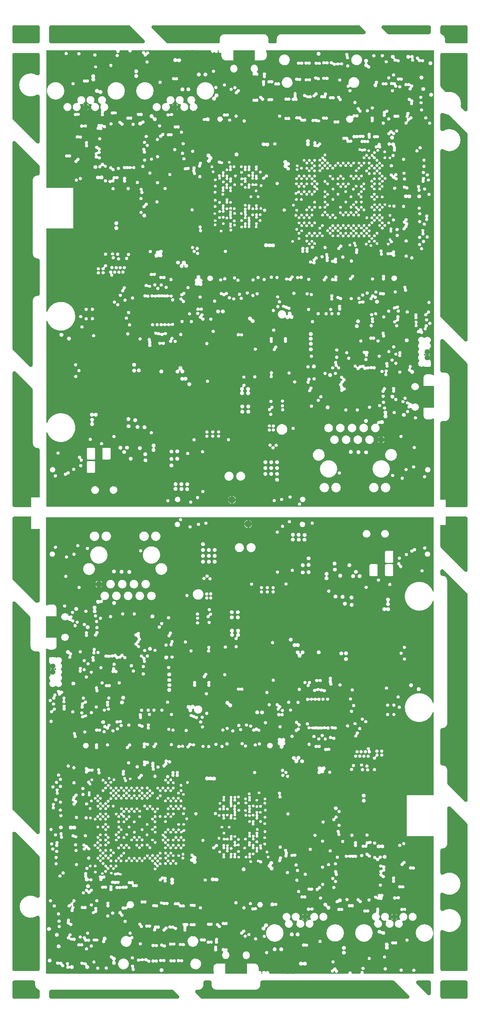
<source format=gbr>
*
%FSLAX45Y45*%
%MOMM*%
%ADD10C,3.332000*%
%ADD11C,0.502920*%
%ADD12C,0.639597*%
%ADD13C,1.300000*%
%ADD14C,0.640080*%
%ADD15C,1.300480*%
%ADD16C,1.427480*%
%ADD17C,1.554480*%
%ADD18C,0.665000*%
%ADD19C,0.411000*%
%ADD20C,0.120000*%
%IPPOS*%
%LNl11s_lev.gbr*%
%LPD*%
%SRX1Y1I0J0*%
G01*
G75*
G36*
X004470479Y000722986D02*
Y000710998D01*
G03X004487307Y000660604I000083946J000000025D01*
G02X004478987Y000643991I-000008320J-000006223D01*
G01X000842212D01*
G02X000836600Y000649604I000000388J000006000D01*
G01Y000874991D01*
X001048998D01*
X001049004D01*
G03X001110503Y000847421I000036645J-000000635D01*
G02X001125654Y000846303I000007054J-000007621D01*
G03X001149396Y000832931I000028570J000022964D01*
G02X001158364Y000821711I-000001389J-000010304D01*
G03X001231515Y000819103I000036506J-000003243D01*
G01X001231520D01*
X001288040D01*
X001288049D01*
X001288124D01*
G02X001284808Y000812432I-000010351J000000987D01*
G03X001340589Y000765899I000024776J-000027000D01*
G02X001357967Y000766194I000008786J-000005549D01*
G03X001438952Y000791566I000036717J000024738D01*
G01X001438957D01*
X001686570D01*
X001686600D01*
G03X001768581Y000766167I000044209J-000002310D01*
G01X001920217D01*
X001920223D01*
G03X001920217Y000765531I000036645J-000000635D01*
G03X001993513Y000766167I000036651J000000000D01*
G01X001993519D01*
X002105668D01*
G03X002178933Y000768300I000036620J000001499D01*
G01X002178939D01*
X002436601D01*
G03X002624719Y000809340I000079169J000088773D01*
G01X002677564D01*
X002677570D01*
G03X002696348Y000776702I000036649J-000000635D01*
G02X002699714Y000761556I-000005062J-000009073D01*
G03X002692809Y000740132I000029749J-000021413D01*
G03X002761855Y000722986I000036653J000000006D01*
G01X003299869D01*
X003299874D01*
G03X003299869Y000722351I000044266J-000000631D01*
G03X003388406Y000722986I000044271J000000000D01*
G01X003388411D01*
X004470479D01*
G37*
G36*
X000836600Y000873721D02*
Y000930860D01*
X000868657D01*
X000868662D01*
G03X000868657Y000930225I000044266J-000000631D01*
G03X000957194Y000930860I000044271J000000000D01*
G01X000957199D01*
X001856757D01*
G02X001857325Y000930510I000000000J-000000635D01*
G03X001836829Y000897611I000016155J-000032898D01*
G03X001836835Y000896977I000036651J000000000D01*
G01X001836829D01*
X001640292D01*
G03X001576381Y000871839I-000027262J-000024502D01*
G01X001576376D01*
X001335069D01*
G03X001263229Y000860989I-000035197J-000010216D01*
G01X001263224D01*
X001191540D01*
G02X001190732Y000866019I000009549J000004114D01*
G03X001129373Y000896189I-000036490J000003267D01*
G02X001114222Y000897307I-000007054J000007621D01*
G03X001049004Y000873721I-000028574J-000022951D01*
G01X001048998D01*
X000836600D01*
G37*
G36*
Y000929590D02*
Y001010165D01*
X002216597D01*
X002216616D01*
G03X002253254Y000972873I000036646J-000000641D01*
G03X002255309Y000972921I000000167J000036651D01*
G02X002266173Y000964134I000000601J-000010367D01*
G03X002287290Y000932817I000043758J000006727D01*
G02X002287298Y000914938I-000005276J-000008942D01*
G03X002270477Y000896977I000022630J-000038051D01*
G01X001910131D01*
X001910125D01*
G03X001855573Y000929590I-000036645J000000635D01*
G01X000957199D01*
X000957194D01*
G03X000868657Y000930225I-000044266J000000635D01*
G03X000868662Y000929590I000044271J-000000004D01*
G01X000868657D01*
X000836600D01*
G37*
G36*
Y001008895D02*
Y001185267D01*
X001676809D01*
X001676814D01*
G03X001676809Y001184631I000036645J-000000635D01*
G03X001742285Y001161996I000036651J000000000D01*
G01X004483079D01*
X004483085D01*
G03X004556379Y001161365I000036644J-000000635D01*
G03X004556373Y001162000I-000036626J000000000D01*
G01X004556379D01*
X004648448D01*
G03X004680655Y001130039I000036377J000004448D01*
G02X004686453Y001112027I-000001189J-000010322D01*
G03X004660496Y001053492I000052981J-000058517D01*
G01Y001038505D01*
G03X004678992Y000987731I000078942J000000000D01*
G01X004678464D01*
X002745486D01*
X002745480D01*
G03X002672184Y000988365I-000036645J000000635D01*
G03X002672190Y000987731I000036651J000000000D01*
G01X002672184D01*
X002350861D01*
G03X002300225Y001014055I-000040930J-000016868D01*
G02X002288086Y001020955I-000002261J000010151D01*
G03X002216616Y001008895I-000034823J-000011430D01*
G01X002216597D01*
X000836600D01*
G37*
G36*
Y001183997D02*
Y001239013D01*
X001064669D01*
X001064674D01*
G03X001064669Y001238378I000044266J-000000631D01*
G03X001153206Y001239013I000044271J000000000D01*
G01X001153211D01*
X001532203D01*
G03X001571467Y001244295I000015521J000033198D01*
G02X001584928Y001244308I000006738J-000007924D01*
G03X001634534Y001246227I000023761J000027903D01*
G01X001780949D01*
X001780955D01*
G03X001780949Y001245592I000036645J-000000635D01*
G03X001854245Y001246227I000036651J000000000D01*
G01X001854250D01*
X002512707D01*
G03X002682478Y001294486I000063078J000100845D01*
G01X002845209D01*
X002845215D01*
G03X002845209Y001293852I000036645J-000000635D01*
G03X002892882Y001258898I000036651J000000000D01*
G01X003122680D01*
X003122686D01*
G03X003188036Y001235482I000036643J-000000635D01*
G02X003204345Y001235526I000008172J-000006426D01*
G03X003269684Y001258955I000028697J000022794D01*
G01X003269689D01*
X003313125D01*
G03X003363318Y001232293I000035948J000007097D01*
G02X003376165Y001228261I000004056J-000009559D01*
G03X003443858Y001248366I000031051J000019467D01*
G01X003740030D01*
G03X003777992Y001254203I000014240J000033756D01*
G02X003792567Y001253102I000006733J-000007900D01*
G03X003856931Y001277702I000027723J000023965D01*
G01X003856935D01*
X003929145D01*
G03X004114020Y001267308I000096629J000069362D01*
G01X006396132D01*
X006396137D01*
G03X006456522Y001238758I000036642J-000000635D01*
G02X006469982Y001238771I000006738J-000007924D01*
G03X006530388Y001267311I000023761J000027903D01*
G01X008196680D01*
G03X008208619Y001248703I000042048J000013844D01*
G02X008208946Y001240292I-000004037J-000004368D01*
G03X008197103Y001206857I000032314J-000030260D01*
G01X008197070D01*
X008197054D01*
X007350811D01*
X007350806D01*
G03X007262269Y001207492I-000044266J000000635D01*
G03X007262274Y001206857I000044271J-000000004D01*
G01X007262269D01*
X005975284D01*
G03X005900829Y001174472I-000030184J-000032385D01*
G03X005900834Y001173837I000044271J-000000004D01*
G01X005900829D01*
X005847131D01*
X005847126D01*
G03X005758589Y001174472I-000044266J000000635D01*
G03X005758594Y001173837I000044271J-000000004D01*
G01X005758589D01*
X004784220D01*
G03X004723590Y001193486I-000035892J-000007382D01*
G02X004709571Y001193481I-000007012J000007655D01*
G03X004648177Y001166445I-000024744J-000027036D01*
G03X004648183Y001165810I000036648J000000000D01*
G01X004648177D01*
X004556108D01*
G03X004547643Y001185107I-000036356J-000004443D01*
G02X004547630Y001198567I000007924J000006738D01*
G03X004491813Y001198583I-000027902J000023758D01*
G02X004491826Y001185123I-000007924J-000006738D01*
G03X004490905Y001183997I000027902J-000023762D01*
G01X001750111D01*
X001750105D01*
G03X001676809Y001184631I-000036645J000000635D01*
G03X001676814Y001183997I000036651J000000000D01*
G01X001676809D01*
X000836600D01*
G37*
G36*
Y001237743D02*
Y001424025D01*
X001283111D01*
X001283116D01*
G03X001319760Y001386741I000036643J-000000635D01*
G03X001334620Y001389888I-000000000J000036651D01*
G02X001348810Y001383298I000004214J-000009498D01*
G03X001407713Y001365707I000035158J000010313D01*
G02X001421174Y001365720I000006738J-000007924D01*
G03X001481573Y001394258I000023758J000027902D01*
G01X001481579D01*
X001646894D01*
G03X001654765Y001390874I000018313J000031754D01*
G02X001662057Y001379206I-000002949J-000009955D01*
G03X001721962Y001345260I000036150J-000006035D01*
G02X001735423Y001345273I000006738J-000007924D01*
G03X001795822Y001373811I000023758J000027902D01*
G01X001795828D01*
X001841936D01*
G03X001902302Y001347216I000036623J000001320D01*
G02X001915763Y001347229I000006738J-000007924D01*
G03X001955886Y001342338I000023761J000027903D01*
G01X002047650D01*
X002047655D01*
G03X002120950Y001341704I000036645J-000000635D01*
G03X002120460Y001347706I-000036651J000000026D01*
G01X002120554D01*
X002120565D01*
X002456838D01*
X002456839D01*
G03X002514276Y001245262I000118946J-000000635D01*
G02X002513733Y001244957I-000000543J000000330D01*
G01X001854250D01*
X001854245D01*
G03X001791755Y001271578I-000036645J000000635D01*
G01X001645333D01*
G03X001608685Y001308862I-000036644J000000634D01*
G03X001584943Y001300126I-000000002J-000036626D01*
G02X001571482Y001300113I-000006738J000007924D01*
G03X001511082Y001271576I-000023758J-000027902D01*
G01X001511077D01*
X001138228D01*
G03X001064669Y001238378I-000029288J-000033198D01*
G03X001064674Y001237743I000044271J-000000004D01*
G01X001064669D01*
X000836600D01*
G37*
G36*
Y001422754D02*
Y001489660D01*
X001023597D01*
X001023602D01*
G03X001023597Y001489025I000044266J-000000631D01*
G03X001112134Y001489660I000044271J000000000D01*
G01X001112139D01*
X001317822D01*
X001317823D01*
X001317828D01*
G03X001321052Y001473968I000036628J-000000653D01*
G02X001313392Y001459481I-000009466J-000004264D01*
G03X001283116Y001422754I000006368J-000036092D01*
G01X001283111D01*
X000836600D01*
G37*
G36*
Y001488390D02*
Y001616660D01*
X000853417D01*
X000853422D01*
G03X000853417Y001616025I000044266J-000000631D01*
G03X000937543Y001596750I000044271J000000000D01*
G01X003157616D01*
X003157622D01*
G03X003230887Y001594331I000036652J-000000635D01*
G01X003360958D01*
X003360963D01*
G03X003397607Y001557047I000036643J-000000635D01*
G03X003434135Y001590763I-000000003J000036648D01*
G02X003443664Y001600299I000010361J-000000823D01*
G03X003477380Y001637465I-000002926J000036531D01*
G01X003477386D01*
X003493997D01*
G03X003548120Y001630045I000030380J000020495D01*
G02X003561581Y001630058I000006738J-000007924D01*
G03X003599979Y001624360I000023766J000027925D01*
G02X003614014Y001618026I000004148J-000009525D01*
G03X003685606Y001629763I000034938J000011102D01*
G01X003685612D01*
X003821228D01*
G03X003824224Y001625710I000030887J000019699D01*
G02X003824237Y001612248I-000007924J-000006738D01*
G03X003880055Y001612233I000027902J-000023758D01*
G02X003880042Y001625694I000007924J000006738D01*
G03X003880974Y001626834I-000027901J000023754D01*
G01X005516864D01*
X005516868D01*
G03X005603384Y001639403I000044263J-000000635D01*
G02X005613698Y001652881I000009907J000003104D01*
G03X005659743Y001697748I000001782J000044232D01*
G01X005659748D01*
X005712756D01*
G02X005713314Y001697416I000000000J-000000635D01*
G03X005617616Y001569342I000090511J-000167421D01*
G01X005167020D01*
X005167014D01*
G03X005093841Y001572910I-000036643J000000635D01*
G02X005084312Y001563374I-000010360J000000823D01*
G03X005050596Y001526208I000002927J-000036531D01*
G01X005050592D01*
X002697063D01*
G03X002623797Y001524585I-000036615J-000001623D01*
G01X002623798Y001524356D01*
X002623793D01*
X001775511D01*
X001775505D01*
G03X001702209Y001524991I-000036645J000000635D01*
G03X001702214Y001524356I000036651J000000000D01*
G01X001702209D01*
X001364072D01*
G03X001317828Y001488390I-000009616J-000035349D01*
G01X001317823D01*
X001317822D01*
X001112139D01*
X001112134D01*
G03X001023597Y001489025I-000044266J000000635D01*
G03X001023602Y001488390I000044271J-000000004D01*
G01X001023597D01*
X000836600D01*
G37*
G36*
Y001615390D02*
Y001670000D01*
X001084557D01*
X001084563D01*
G03X001084557Y001669365I000036645J-000000635D01*
G03X001157853Y001670000I000036651J000000000D01*
G01X001157859D01*
X002871574D01*
X002871590D01*
X002871595D01*
G03X002944876Y001668908I000036632J-000001092D01*
G03X002944870Y001669542I-000036673J000000000D01*
G01X002944876D01*
X002988617D01*
G03X003047867Y001650695I000035507J000009068D01*
G02X003061328Y001650708I000006738J-000007924D01*
G03X003121734Y001679248I000023761J000027903D01*
G01X003181664D01*
X003181687D01*
X003182119D01*
G03X003179358Y001641221I000029833J-000021279D01*
G02X003175462Y001627577I-000009232J-000004742D01*
G03X003163093Y001615390I000018811J-000031462D01*
G01X000941959D01*
X000941954D01*
G03X000853417Y001616025I-000044266J000000635D01*
G03X000853422Y001615390I000044271J-000000004D01*
G01X000853417D01*
X000836600D01*
G37*
G36*
Y001668730D02*
Y001749145D01*
X001280570D01*
X001280575D01*
G03X001317219Y001711860I000036644J-000000635D01*
G03X001325381Y001712785I-000000018J000036652D01*
G02X001337737Y001705417I000002337J-000010125D01*
G03X001409746Y001715689I000035363J000009637D01*
G01X001409752D01*
X002837133D01*
G03X002864114Y001683717I000036491J000003424D01*
G02X002871770Y001672644I-000002676J-000010034D01*
G03X002871579Y001668730I000036458J-000003736D01*
G01X002871574D01*
X001157859D01*
X001157853D01*
G03X001084557Y001669365I-000036645J000000635D01*
G03X001084563Y001668730I000036651J000000000D01*
G01X001084557D01*
X000836600D01*
G37*
G36*
Y001747875D02*
Y001787247D01*
X001079909D01*
X001079915D01*
G03X001079909Y001786611I000036645J-000000635D01*
G03X001153205Y001787247I000036651J000000000D01*
G01X001153211D01*
X001293103D01*
G02X001291451Y001774571I-000008953J-000005279D01*
G03X001280575Y001747875I000025768J-000026061D01*
G01X001280570D01*
X000836600D01*
G37*
G36*
Y001785977D02*
Y001899006D01*
X002139089D01*
X002139095D01*
G03X002139089Y001898372I000036645J-000000635D01*
G03X002212385Y001899006I000036651J000000000D01*
G01X002212390D01*
X002450502D01*
G03X002491981Y001880640I000032398J000017146D01*
G01X005973371D01*
X005973374D01*
G03X006034277Y001796677I000087454J-000000635D01*
G02X006039684Y001780896I-000003146J-000009894D01*
G01X002590419D01*
X002590413D01*
G03X002517117Y001781531I-000036645J000000635D01*
G03X002517123Y001780896I000036651J000000000D01*
G01X002517117D01*
X001346569D01*
X001346554D01*
X001346194D01*
G02X001348069Y001783412I000009176J-000004882D01*
G03X001292579Y001788048I-000025760J000026067D01*
G02X001293739Y001785977I-000008430J-000006080D01*
G01X001293448D01*
X001153211D01*
X001153205D01*
G03X001079909Y001786611I-000036645J000000635D01*
G03X001079915Y001785977I000036651J000000000D01*
G01X001079909D01*
X000836600D01*
G37*
G36*
Y001897737D02*
Y001944320D01*
X001069317D01*
X001069323D01*
G03X001069317Y001943685I000036645J-000000635D01*
G03X001142613Y001944320I000036651J000000000D01*
G01X001142619D01*
X001835891D01*
G03X001897407Y001957065I000026926J000024869D01*
G02X001899704Y001960830I000009802J-000003399D01*
G01X002246785D01*
X002246791D01*
G03X002246785Y001960195I000036645J-000000635D01*
G03X002320081Y001960830I000036651J000000000D01*
G01X002320086D01*
X002405790D01*
G03X002437490Y001934207I000035306J000009854D01*
G02X002446739Y001922156I-000000991J-000010336D01*
G03X002451206Y001897737I000036160J-000006003D01*
G01X002450846D01*
X002212390D01*
X002212385D01*
G03X002139089Y001898372I-000036645J000000635D01*
G03X002139095Y001897737I000036651J000000000D01*
G01X002139089D01*
X000836600D01*
G37*
G36*
Y001943050D02*
Y002117040D01*
X000977877D01*
X000977883D01*
G03X000977877Y002116405I000036645J-000000635D01*
G03X001051173Y002117040I000036651J000000000D01*
G01X001051179D01*
X001297917D01*
X001297923D01*
G03X001371170Y002114502I000036646J-000000635D01*
G02X001384085Y002124031I000010366J-000000533D01*
G03X001388113Y002123254I000008951J000035554D01*
G02X001394129Y002105645I-000001351J-000010294D01*
G03X001386662Y002064895I000025990J-000025821D01*
G02X001382358Y002051656I-000009495J-000004232D01*
G03X001434087Y002034794I000018258J-000031766D01*
G02X001438379Y002048025I000009495J000004232D01*
G03X001456727Y002081886I-000018243J000031786D01*
G01X001456758D01*
X001586261D01*
X001586266D01*
G03X001646651Y002053336I000036642J-000000635D01*
G02X001660112Y002053349I000006738J-000007924D01*
G03X001720517Y002081889I000023761J000027903D01*
G01X001884944D01*
X001885377D01*
G03X001887525Y002037189I000030064J-000020957D01*
G02X001887525Y002023713I-000007924J-000006738D01*
G03X001880839Y002012074I000027893J-000023762D01*
G02X001869230Y002005276I-000009796J000003418D01*
G03X001826169Y001968554I-000006413J-000036088D01*
G01X001826164D01*
X001132891D01*
G03X001069317Y001943685I-000026923J-000024869D01*
G03X001069323Y001943050I000036651J000000000D01*
G01X001069317D01*
X000836600D01*
G37*
G36*
Y002115770D02*
Y002231340D01*
X000894057D01*
X000894063D01*
G03X000894057Y002230705I000036645J-000000635D01*
G03X000967353Y002231340I000036651J000000000D01*
G01X000967359D01*
X001404691D01*
X001404702D01*
X001404746D01*
G03X001408868Y002211011I000036520J-000003178D01*
G02X001398212Y002195870I-000009172J-000004866D01*
G03X001356386Y002161488I-000005220J-000036281D01*
G02X001343471Y002151959I-000010366J000000532D01*
G03X001297923Y002115770I-000008902J-000035554D01*
G01X001297917D01*
X001051179D01*
X001051173D01*
G03X000977877Y002116405I-000036645J000000635D01*
G03X000977883Y002115770I000036651J000000000D01*
G01X000977877D01*
X000836600D01*
G37*
G36*
Y002230070D02*
Y002313026D01*
X006359048D01*
X006359053D01*
G03X006419438Y002284476I000036642J-000000635D01*
G02X006432898Y002284489I000006738J-000007924D01*
G03X006485486Y002289760I000023761J000027903D01*
G01X006762346D01*
X006762352D01*
G03X006762346Y002289125I000036645J-000000635D01*
G03X006835642Y002289760I000036651J000000000D01*
G01X006835648D01*
X007359843D01*
G02X007360432Y002289363I000000000J-000000635D01*
G03X007337225Y002255267I000013443J-000034096D01*
G03X007337230Y002254632I000036651J000000000D01*
G01X007337225D01*
X007261496D01*
G03X007220180Y002283002I-000041317J-000015901D01*
G03X007177801Y002251507I000000005J-000044267D01*
G02X007165927Y002244293I-000009948J000002996D01*
G03X007122564Y002207624I-000006714J-000036034D01*
G01X007122558D01*
X004989114D01*
G03X004923640Y002184985I-000028823J-000022639D01*
G03X004923646Y002184350I000036651J000000000D01*
G01X004923640D01*
X003737386D01*
G03X003681738Y002194206I-000031894J-000018053D01*
G02X003668278Y002194193I-000006738J000007924D01*
G03X003608008Y002169440I-000023758J-000027902D01*
G01X003499583D01*
X003499578D01*
G03X003439194Y002197991I-000036641J000000635D01*
G02X003425733Y002197977I-000006738J000007924D01*
G03X003384577Y002202334I-000023760J-000027890D01*
G02X003371400Y002205125I-000004948J000009142D01*
G03X003312111Y002203530I-000029066J-000022326D01*
G01X003021251D01*
G03X002984603Y002240813I-000036644J000000634D01*
G03X002960861Y002232077I-000000002J-000036626D01*
G02X002947400Y002232064I-000006738J000007924D01*
G03X002898136Y002230477I-000023758J-000027902D01*
G01X001974596D01*
X001974590D01*
G03X001901294Y002231111I-000036645J000000635D01*
G03X001901300Y002230477I000036651J000000000D01*
G01X001901294D01*
X001477852D01*
G03X001404658Y002230070I-000036585J-000002315D01*
G01X000967359D01*
X000967353D01*
G03X000894057Y002230705I-000036645J000000635D01*
G03X000894063Y002230070I000036651J000000000D01*
G01X000894057D01*
X000836600D01*
G37*
G36*
Y002311756D02*
Y002401520D01*
X001607797D01*
X001607803D01*
G03X001607797Y002400885I000036645J-000000635D01*
G03X001681093Y002401520I000036651J000000000D01*
G01X001681099D01*
X001734298D01*
G03X001805534Y002412573I000034604J000012062D01*
G02X001816309Y002422678I000010391J-000000282D01*
G03X001837611Y002428596I000001299J000036624D01*
G01X006286477D01*
X006286483D01*
G03X006286477Y002427962I000036645J-000000635D01*
G03X006359773Y002428596I000036651J000000000D01*
G01X006359779D01*
X009260868D01*
Y002342234D01*
X008171212D01*
X008171206D01*
G03X008110604Y002370601I-000036643J000000635D01*
G02X008102449Y002370925I-000003906J000004477D01*
G03X008045675Y002325048I-000026291J-000025532D01*
G02X008042882Y002316205I-000004922J-000003308D01*
G03X008042124Y002315902I000013249J-000034188D01*
G02X008028676Y002321512I-000003872J000009641D01*
G03X007958217Y002306683I-000033803J-000014194D01*
G01X007958212D01*
X006831168D01*
G03X006770170Y002311759I-000032171J-000017558D01*
G01X006493304D01*
G03X006456656Y002349042I-000036644J000000634D01*
G03X006432914Y002340307I-000000002J-000036626D01*
G02X006419453Y002340294I-000006738J000007924D01*
G03X006359053Y002311756I-000023758J-000027902D01*
G01X006359048D01*
X000836600D01*
G37*
G36*
Y002400250D02*
Y002457379D01*
X001676441D01*
X001676446D01*
G03X001720004Y002420772I000036628J-000000635D01*
G02X001732329Y002411266I000001958J-000010204D01*
G03X001734767Y002400250I000036573J000002316D01*
G01X001734535D01*
X001734516D01*
X001681099D01*
X001681093D01*
G03X001607797Y002400885I-000036645J000000635D01*
G03X001607803Y002400250I000036651J000000000D01*
G01X001607797D01*
X000836600D01*
G37*
G36*
Y002456109D02*
Y002546707D01*
X001702209D01*
X001702213D01*
G03X001702209Y002546072I000044266J-000000631D01*
G03X001785693Y002525523I000044271J000000000D01*
G01X002028145D01*
X002028151D01*
G03X002088535Y002496972I000036641J-000000635D01*
G02X002101996Y002496986I000006738J-000007924D01*
G03X002162401Y002525526I000023761J000027903D01*
G01X002208609D01*
G03X002216303Y002510442I000035609J000008660D01*
G02X002216316Y002496981I-000007924J-000006738D01*
G03X002207575Y002472586I000027903J-000023761D01*
G01X002207570D01*
X001851763D01*
G03X001780974Y002460319I-000034156J-000013283D01*
G02X001770199Y002450211I-000010391J000000281D01*
G03X001768906Y002450236I-000001334J-000036627D01*
G03X001761958Y002449578I-000000036J-000036652D01*
G02X001749633Y002459083I-000001958J000010204D01*
G03X001676446Y002456109I-000036559J-000002339D01*
G01X001676441D01*
X000836600D01*
G37*
G36*
Y002545436D02*
Y002630122D01*
X002240250D01*
X002240256D01*
G03X002299870Y002600911I000036653J-000000635D01*
G02X002313409Y002600437I000006494J-000008104D01*
G03X002362042Y002599436I000024880J000026890D01*
G02X002375502Y002599449I000006738J-000007924D01*
G03X002435766Y002624125I000023758J000027902D01*
G01X002606456D01*
X002606461D01*
G03X002667197Y002595883I000036639J-000000635D01*
G02X002680891Y002595893I000006853J-000007826D01*
G03X002693532Y002588669I000024140J000027569D01*
G02X002699678Y002574390I-000003261J-000009865D01*
G03X002724556Y002523063I000033150J-000015625D01*
G02X002723939Y002522577I-000000617J000000149D01*
G01X002608628D01*
X002608622D01*
G03X002548238Y002551127I-000036642J000000635D01*
G02X002534777Y002551114I-000006738J000007924D01*
G03X002481190Y002544508I-000023761J-000027903D01*
G02X002465474Y002543065I-000008476J000006009D01*
G03X002439900Y002553462I-000025573J-000026255D01*
G03X002416158Y002544726I-000000002J-000036626D01*
G02X002402697Y002544713I-000006738J000007924D01*
G03X002342297Y002516176I-000023758J-000027902D01*
G01X002342292D01*
X002276484D01*
X002276134D01*
G03X002208942Y002524256I-000031916J000018010D01*
G01X002208770D01*
X002162401D01*
G03X002125752Y002561538I-000036644J000000634D01*
G03X002102011Y002552803I-000000002J-000036626D01*
G02X002088550Y002552790I-000006738J000007924D01*
G03X002034448Y002545436I-000023758J-000027902D01*
G01X001790751D01*
X001790746D01*
G03X001702209Y002546072I-000044266J000000635D01*
G03X001702213Y002545436I000044271J-000000004D01*
G01X001702209D01*
X000836600D01*
G37*
G36*
Y002628852D02*
Y002767534D01*
X001100255D01*
X001100260D01*
G03X001100255Y002766899I000036645J-000000635D01*
G03X001172240Y002757167I000036651J000000000D01*
G01X001658724D01*
X001658729D01*
G03X001677537Y002724522I000036634J-000000635D01*
G02X001681794Y002710881I-000005070J-000009066D01*
G03X001759025Y002667820I000039670J-000019640D01*
G02X001777162Y002666929I000008821J-000005493D01*
G03X001846628Y002683867I000032823J000016304D01*
G01X001846634D01*
X001989375D01*
G03X002061426Y002683460I000036064J000006570D01*
G01X003281657D01*
X003281663D01*
G03X003318308Y002646174I000036645J-000000635D01*
G03X003354885Y002680325I-000000006J000036670D01*
G02X003364580Y002689985I000010360J-000000702D01*
G03X003380957Y002695031I-000002305J000036579D01*
G02X003394220Y002692773I000005303J-000008931D01*
G02X003394771Y002678817I-000007434J-000007283D01*
G03X003459532Y002655927I000028111J-000023525D01*
G01X003459537D01*
X003545492D01*
G02X003543833Y002650882I-000005873J-000000864D01*
G03X003605022Y002586940I000031450J-000031152D01*
G01X006809717D01*
X006809723D01*
G03X006809717Y002586305I000036645J-000000635D01*
G03X006822920Y002558137I000036651J000000000D01*
G01X006822177D01*
X002830446D01*
X002830441D01*
G03X002770056Y002586687I-000036642J000000635D01*
G02X002756587Y002586681I-000006738J000007924D01*
G03X002744320Y002593588I-000023778J-000027882D01*
G02X002738160Y002607872I000003247J000009870D01*
G03X002680903Y002651098I-000033145J000015632D01*
G02X002667208Y002651088I-000006853J000007825D01*
G03X002606598Y002626717I-000024108J-000027597D01*
G01X002435908D01*
X002435902D01*
G03X002375518Y002655267I-000036642J000000635D01*
G02X002362057Y002655254I-000006738J000007924D01*
G03X002315338Y002655925I-000023766J-000027928D01*
G02X002301798Y002656399I-000006494J000008104D01*
G03X002240256Y002628852I-000024890J-000026913D01*
G01X002240250D01*
X000836600D01*
G37*
G36*
Y002766264D02*
Y002833320D01*
X001168377D01*
X001168383D01*
G03X001168377Y002832685I000036645J-000000635D01*
G03X001241673Y002833320I000036651J000000000D01*
G01X001241679D01*
X001662011D01*
X001662037D01*
X001662320D01*
G03X001667460Y002793754I000033055J-000015823D01*
G02X001667460Y002780278I-000007924J-000006738D01*
G03X001660040Y002766264I000027903J-000023746D01*
G01X001173556D01*
X001173551D01*
G03X001100255Y002766899I-000036645J000000635D01*
G03X001100260Y002766264I000036651J000000000D01*
G01X001100255D01*
X000836600D01*
G37*
G36*
Y002832050D02*
Y002934844D01*
X001686461D01*
X001686466D01*
G03X001686461Y002934209I000036645J-000000635D01*
G03X001759757Y002934844I000036651J000000000D01*
G01X001759762D01*
X002149586D01*
X002149597D01*
X002149691D01*
G03X002212396Y002930245I000031137J-000005234D01*
G01X002212403D01*
X002267512D01*
X002267518D01*
G03X002267512Y002929612I000031565J-000000628D01*
G03X002329732Y002922042I000031571J000000000D01*
G01X003172615D01*
X003172622D01*
G03X003172615Y002921407I000031564J-000000641D01*
G03X003234449Y002912416I000031571J000000000D01*
G01X005082898D01*
X005082903D01*
G03X005082898Y002911780I000044266J-000000631D01*
G03X005114281Y002869427I000044271J000000000D01*
G02X005113675Y002868981I-000000606J000000189D01*
G01X002160321D01*
X002160314D01*
G03X002097179Y002869617I-000031564J000000635D01*
G03X002097186Y002868981I000031571J000000006D01*
G01X002097179D01*
X001933964D01*
G03X001874929Y002853412I-000027464J-000015570D01*
G03X001874935Y002852776I000031571J000000006D01*
G01X001874929D01*
X001705291D01*
G03X001661742Y002832050I-000009917J-000035280D01*
G01X001241679D01*
X001241673D01*
G03X001168377Y002832685I-000036645J000000635D01*
G03X001168383Y002832050I000036651J000000000D01*
G01X001168377D01*
X000836600D01*
G37*
G36*
Y002933574D02*
Y003033980D01*
X001015977D01*
X001015983D01*
G03X001015977Y003033345I000036645J-000000635D01*
G03X001085021Y003016200I000036651J000000000D01*
G01X001458369D01*
X001458375D01*
G03X001458369Y003015565I000036645J-000000635D01*
G03X001516886Y002986152I000036651J000000000D01*
G01X001762991D01*
X001762998D01*
G03X001762991Y002985517I000031564J-000000641D01*
G03X001826062Y002983409I000031571J000000000D01*
G01X001871475D01*
X001871481D01*
G03X001871475Y002982773I000031564J-000000641D01*
G03X001934610Y002983409I000031571J000000000D01*
G01X001934616D01*
X002098615D01*
X002098621D01*
G03X002138143Y002952219I000031568J-000000634D01*
G02X002150704Y002939068I000002640J-000010053D01*
G03X002149504Y002933574I000030125J-000009457D01*
G01X001759762D01*
X001759757D01*
G03X001686461Y002934209I-000036645J000000635D01*
G03X001686466Y002933574I000036651J000000000D01*
G01X001686461D01*
X000836600D01*
G37*
G36*
Y003032710D02*
Y003099766D01*
X001984657D01*
X001984664D01*
G03X001984657Y003099131I000031564J-000000641D01*
G03X002047721Y003096921I000031571J000000000D01*
G01X002212267D01*
X002212273D01*
G03X002212267Y003096286I000031564J-000000641D01*
G03X002275408Y003096286I000031571J000000000D01*
G01X002324077D01*
X002324084D01*
G03X002324077Y003095651I000031564J-000000641D01*
G03X002387180Y003094076I000031571J000000000D01*
G01X002432459D01*
X002432466D01*
G03X002432459Y003093442I000031564J-000000641D01*
G03X002495594Y003094076I000031571J000000000D01*
G01X002495600D01*
X002550568D01*
G03X002613482Y003097886I000031343J000003784D01*
G01X002613488D01*
X002663497D01*
X002663504D01*
G03X002663497Y003097252I000031564J-000000641D01*
G03X002726633Y003097886I000031571J000000000D01*
G01X002726639D01*
X002776623D01*
X002776630D01*
X002776629Y003097683D01*
G03X002839764Y003098318I000031571J000000000D01*
G01X002839771D01*
X002889774D01*
G03X002952873Y003097886I000031558J000000914D01*
G01X003116049D01*
X003116056D01*
G03X003116049Y003097252I000031564J-000000641D01*
G03X003179143Y003095524I000031571J000000000D01*
G01X003229181D01*
X003229187D01*
G03X003229181Y003094889I000031564J-000000641D01*
G03X003292316Y003095524I000031571J000000000D01*
G01X003292322D01*
X003455650D01*
G03X003518782Y003096540I000031568J000000381D01*
G01X003518789D01*
X003565756D01*
X003565763D01*
G03X003565756Y003095905I000031564J-000000641D01*
G03X003628891Y003096540I000031571J000000000D01*
G01X003628898D01*
X003967486D01*
G03X004009462Y003076550I000034553J000018489D01*
G02X004021718Y003067897I000001978J-000010205D01*
G03X004038975Y003038955I000043788J000006493D01*
G02X004038470Y003038705I-000000505J000000384D01*
G01X003689070D01*
X003689064D01*
G03X003625929Y003039340I-000031564J000000635D01*
G03X003625935Y003038705I000031571J000000006D01*
G01X003625929D01*
X003573856D01*
X003573850D01*
G03X003510714Y003039340I-000031564J000000635D01*
G03X003510721Y003038705I000031571J000000006D01*
G01X003510714D01*
X003461898D01*
X003461891D01*
G03X003398751Y003039009I-000031569J000000305D01*
G03X003398758Y003038374I000031571J000000006D01*
G01X003398751D01*
X003346997D01*
G03X003284223Y003033573I-000031203J-000004801D01*
G03X003284229Y003032939I000031571J000000006D01*
G01X003284223D01*
X003235650D01*
X003235631D01*
X003235580D01*
G03X003172747Y003038705I-000031376J000003327D01*
G01X002105711D01*
X002105704D01*
G03X002042569Y003039340I-000031564J000000635D01*
G03X002042575Y003038705I000031571J000000006D01*
G01X002042569D01*
X001523442D01*
G03X001462627Y003032710I-000028423J-000023140D01*
G01X001089279D01*
X001089273D01*
G03X001015977Y003033345I-000036645J000000635D01*
G03X001015983Y003032710I000036651J000000000D01*
G01X001015977D01*
X000836600D01*
G37*
G36*
Y003098496D02*
Y003171140D01*
X001015977D01*
X001015983D01*
G03X001015977Y003170505I000036645J-000000635D01*
G03X001086143Y003155671I000036651J000000000D01*
G01X001724409D01*
X001724414D01*
G03X001724409Y003155036I000036645J-000000635D01*
G03X001797694Y003153944I000036651J000000000D01*
G01X001928091D01*
X001928098D01*
G03X001928091Y003153309I000031564J-000000641D01*
G03X001991164Y003151227I000031571J000000000D01*
G01X002041223D01*
X002041229D01*
G03X002041223Y003150592I000031564J-000000641D01*
G03X002104358Y003151227I000031571J000000000D01*
G01X002104364D01*
X002157184D01*
G03X002219945Y003153640I000031256J000004445D01*
G01X002380643D01*
X002380650D01*
G03X002380643Y003153004I000031564J-000000641D01*
G03X002443784Y003152826I000031571J000000000D01*
G01X002606932D01*
X002606938D01*
G03X002606932Y003152192I000031564J-000000641D01*
G03X002670067Y003152826I000031571J000000000D01*
G01X002670073D01*
X002720063D01*
X002720070D01*
G03X002720063Y003152192I000031564J-000000641D01*
G03X002783198Y003152826I000031571J000000000D01*
G01X002783205D01*
X002833195D01*
X002833201D01*
G03X002833195Y003152192I000031564J-000000641D01*
G03X002896330Y003152826I000031571J000000000D01*
G01X002896336D01*
X002946327D01*
X002946333D01*
G03X002946327Y003152192I000031564J-000000641D01*
G03X003009462Y003152826I000031571J000000000D01*
G01X003009468D01*
X003060419D01*
X003060425D01*
G03X003060423Y003152471I000031569J-000000355D01*
G03X003123558Y003153106I000031571J000000000D01*
G01X003123565D01*
X003174977D01*
X003174984D01*
G03X003174977Y003152471I000031564J-000000641D01*
G03X003238108Y003151658I000031571J000000000D01*
G01X003285747D01*
X003285753D01*
G03X003285747Y003151023I000031564J-000000641D01*
G03X003348882Y003151658I000031571J000000000D01*
G01X003348888D01*
X003403583D01*
G03X003466143Y003156561I000031006J000005944D01*
G01X003775611D01*
X003775618D01*
G03X003775611Y003155925I000031564J-000000641D01*
G03X003838746Y003156561I000031571J000000000D01*
G01X003838752D01*
X004014571D01*
G02X004015066Y003156324I000000000J-000000635D01*
G02X004006992Y003153904I-000006763J000007885D01*
G03X003962855Y003114395I-000004953J-000038875D01*
G01X003962850D01*
X003622917D01*
G03X003565756Y003095905I-000025590J-000018489D01*
G03X003565763Y003095270I000031571J000000006D01*
G01X003565756D01*
X003518789D01*
X003518782D01*
G03X003455647Y003095905I-000031564J000000635D01*
G03X003455654Y003095270I000031571J000000006D01*
G01X003455647D01*
X003292320D01*
G03X003229228Y003096616I-000031568J-000000381D01*
G01X003179191D01*
X003179184D01*
G03X003116078Y003098597I-000031564J000000635D01*
G01X002952902D01*
X002952896D01*
G03X002889761Y003099233I-000031564J000000635D01*
G03X002889767Y003098597I000031571J000000006D01*
G01X002889761D01*
X002839757D01*
G03X002776629Y003097683I-000031558J-000000914D01*
G03X002776635Y003097048I000031571J000000006D01*
G01X002776629D01*
X002726645D01*
X002726638D01*
G03X002663497Y003097252I-000031570J000000203D01*
G01Y003097226D01*
X002663491D01*
X002613482D01*
X002613476D01*
G03X002550340Y003097861I-000031564J000000635D01*
G03X002550347Y003097226I000031571J000000006D01*
G01X002550340D01*
X002495373D01*
G03X002432498Y003095016I-000031343J-000003784D01*
G01X002387219D01*
X002387212D01*
G03X002324077Y003095651I-000031564J000000635D01*
G01X002275408D01*
X002275402D01*
G03X002212344Y003098496I-000031564J000000635D01*
G01X002047799D01*
X002047792D01*
G03X001984657Y003099131I-000031564J000000635D01*
G03X001984664Y003098496I000031571J000000006D01*
G01X001984657D01*
X000836600D01*
G37*
G36*
Y003169870D02*
Y003209646D01*
X001984657D01*
X001984664D01*
G03X001984657Y003209011I000031564J-000000641D01*
G03X002047741Y003207106I000031571J000000000D01*
G01X002098474D01*
X002098481D01*
G03X002098474Y003206472I000031564J-000000641D01*
G03X002161610Y003207106I000031571J000000000D01*
G01X002161616D01*
X002211344D01*
G03X002273638Y003207106I000031147J000005156D01*
G01X002437209D01*
X002437215D01*
G03X002437209Y003206472I000031564J-000000641D01*
G03X002500344Y003207106I000031571J000000000D01*
G01X002500350D01*
X003004804D01*
G03X003067932Y003208377I000031564J000000635D01*
G01X003067939D01*
X003116289D01*
G03X003179130Y003210307I000031331J000003886D01*
G01X003228952D01*
X003228959D01*
G03X003228952Y003209672I000031564J-000000641D01*
G03X003292094Y003209672I000031571J000000000D01*
G01X003458391D01*
X003458397D01*
G03X003458391Y003209037I000031564J-000000641D01*
G03X003521526Y003209672I000031571J000000000D01*
G01X003521532D01*
X003566785D01*
G03X003629901Y003209672I000031558J000000889D01*
G01X003683689D01*
X003683695D01*
G03X003683689Y003209037I000031564J-000000641D01*
G03X003746824Y003209672I000031571J000000000D01*
G01X003746830D01*
X003801132D01*
G03X003843064Y003240126I000010368J000029820D01*
G01X003843070D01*
X003970993D01*
X003971016D01*
X003971419D01*
G03X004004536Y003179981I000033124J-000020952D01*
G03X004007799Y003180126I-000000112J000039191D01*
G02X004019008Y003168519I000000885J-000010362D01*
G03X004018689Y003164024I000043951J-000005383D01*
G02X004013629Y003155290I-000010386J000000185D01*
G01X003838752D01*
X003838746D01*
G03X003775628Y003156967I-000031564J000000635D01*
G01X003466160D01*
X003466154D01*
G03X003403018Y003157602I-000031564J000000635D01*
G03X003403025Y003156967I000031571J000000006D01*
G01X003403018D01*
X003348324D01*
G03X003285757Y003151836I-000031006J-000005944D01*
G01X003238119D01*
X003238112D01*
G03X003174977Y003152471I-000031564J000000635D01*
G03X003174984Y003151836I000031571J000000006D01*
G01X003174977D01*
X003123565D01*
X003123558D01*
G03X003060423Y003152471I-000031564J000000635D01*
G03X003060430Y003151836I000031571J000000006D01*
G01X003060423D01*
X003009472D01*
X003009466D01*
G03X002946327Y003152192I-000031569J000000355D01*
G03X002946333Y003151557I000031571J000000006D01*
G01X002946327D01*
X002896336D01*
X002896330D01*
G03X002833195Y003152192I-000031564J000000635D01*
G03X002833201Y003151557I000031571J000000006D01*
G01X002833195D01*
X002783205D01*
X002783198D01*
G03X002720063Y003152192I-000031564J000000635D01*
G03X002720070Y003151557I000031571J000000006D01*
G01X002720063D01*
X002670073D01*
X002670067D01*
G03X002606932Y003152369I-000031564J000000635D01*
G01X002443785D01*
X002443778D01*
G03X002380709Y003155036I-000031564J000000635D01*
G01X002220010D01*
X002220004D01*
G03X002156869Y003155671I-000031564J000000635D01*
G03X002156876Y003155036I000031571J000000006D01*
G01X002156869D01*
X002104050D01*
G03X002041291Y003152674I-000031256J-000004445D01*
G01X001991233D01*
X001991226D01*
G03X001928110Y003154402I-000031564J000000635D01*
G01X001797710D01*
X001797705D01*
G03X001727545Y003169870I-000036645J000000635D01*
G01X001089279D01*
X001089273D01*
G03X001015977Y003170505I-000036645J000000635D01*
G03X001015983Y003169870I000036651J000000000D01*
G01X001015977D01*
X000836600D01*
G37*
G36*
Y003208377D02*
Y003301874D01*
X001028677D01*
X001028683D01*
G03X001028677Y003301239I000036645J-000000635D01*
G03X001073891Y003265603I000036651J000000000D01*
G01X002040689D01*
X002040696D01*
G03X002040689Y003264968I000031564J-000000641D01*
G03X002103824Y003265603I000031571J000000000D01*
G01X002103831D01*
X002267815D01*
G03X002329876Y003263012I000031267J000004369D01*
G01X002493775D01*
X002493781D01*
G03X002493775Y003262377I000031564J-000000641D01*
G03X002556910Y003263012I000031571J000000000D01*
G01X002556916D01*
X003283993D01*
X003283995D01*
X003283999D01*
G03X003283994Y003262427I000031565J-000000589D01*
G03X003347129Y003263063I000031571J000000000D01*
G01X003347136D01*
X003401724D01*
G03X003464757Y003266237I000031469J000002540D01*
G01X003464763D01*
X003513686D01*
X003513693D01*
G03X003513686Y003265603I000031564J-000000641D01*
G03X003576821Y003266237I000031571J000000000D01*
G01X003576828D01*
X003793743D01*
G02X003794282Y003265954I000000010J-000000635D01*
G03X003779929Y003239491I000017218J-000026463D01*
G03X003779936Y003238857I000031571J000000006D01*
G01X003779929D01*
X003725627D01*
G03X003683701Y003209926I-000010368J-000029820D01*
G01X003629914D01*
X003629907D01*
G03X003566772Y003210561I-000031564J000000635D01*
G03X003566779Y003209926I000031571J000000006D01*
G01X003566772D01*
X003521520D01*
G03X003458391Y003209037I-000031558J-000000889D01*
G01X003292094D01*
X003292087D01*
G03X003229013Y003211627I-000031564J000000635D01*
G01X003179191D01*
X003179184D01*
G03X003116049Y003212263I-000031564J000000635D01*
G03X003116056Y003211627I000031571J000000006D01*
G01X003116049D01*
X003067699D01*
G03X003004797Y003207741I-000031331J-000003886D01*
G03X003004804Y003207106I000031571J000000006D01*
G01X003004797D01*
X002500344D01*
G03X002437633Y003211627I-000031564J-000000635D01*
G01X002274062D01*
X002274055D01*
G03X002210920Y003212263I-000031564J000000635D01*
G03X002210927Y003211627I000031571J000000006D01*
G01X002210920D01*
X002161192D01*
G03X002098532Y003208377I-000031147J-000005156D01*
G01X002047799D01*
X002047792D01*
G03X001984657Y003209011I-000031564J000000635D01*
G03X001984664Y003208377I000031571J000000006D01*
G01X001984657D01*
X000836600D01*
G37*
G36*
Y003300604D02*
Y003354020D01*
X000944857D01*
X000944863D01*
G03X000944857Y003353385I000036645J-000000635D01*
G03X001018153Y003354020I000036651J000000000D01*
G01X001018159D01*
X001471063D01*
G02X001471638Y003353656I000000000J-000000635D01*
G03X001450317Y003320365I000015330J-000033291D01*
G03X001450323Y003319730I000036651J000000000D01*
G01X001450317D01*
X001096972D01*
G03X001028677Y003301239I-000031644J-000018491D01*
G03X001028683Y003300604I000036651J000000000D01*
G01X001028677D01*
X000836600D01*
G37*
G36*
Y003352750D02*
Y003463647D01*
X000919889D01*
X000919895D01*
G03X000919889Y003463011I000036645J-000000635D01*
G03X000972919Y003430224I000036651J000000000D01*
G01X001029106D01*
X001029112D01*
G03X001102410Y003429584I000036647J-000000635D01*
G03X001098803Y003445460I-000036649J000000021D01*
G01X001099089D01*
X001099112D01*
X001440589D01*
X001440595D01*
G03X001440589Y003444825I000036645J-000000635D01*
G03X001513219Y003437841I000036651J000000000D01*
G01X001620517D01*
X001620522D01*
G03X001667811Y003402140I000036641J-000000635D01*
G02X001680698Y003395403I000003005J-000009946D01*
G03X001681163Y003394084I000034800J000011507D01*
G02X001674060Y003386301I-000005576J-000002043D01*
G03X001645011Y003320018I-000009273J-000035443D01*
G02X001644479Y003319730I-000000531J000000348D01*
G01X001523619D01*
X001523613D01*
G03X001469807Y003352750I-000036645J000000635D01*
G01X001018159D01*
X001018153D01*
G03X000944857Y003353385I-000036645J000000635D01*
G03X000944863Y003352750I000036651J000000000D01*
G01X000944857D01*
X000836600D01*
G37*
G36*
Y003462377D02*
Y003549092D01*
X001984225D01*
X001984232D01*
G03X001984225Y003548457I000031564J-000000641D01*
G03X002047360Y003549092I000031571J000000000D01*
G01X002047367D01*
X002097205D01*
X002097211D01*
G03X002097205Y003548457I000031564J-000000641D01*
G03X002160340Y003549092I000031571J000000000D01*
G01X002160346D01*
X002328472D01*
X002328478D01*
G03X002328472Y003548457I000031564J-000000641D01*
G03X002391607Y003549092I000031571J000000000D01*
G01X002391613D01*
X002663590D01*
G03X002726585Y003549651I000031478J000002413D01*
G01X002775994D01*
X002776001D01*
G03X002775994Y003549016I000031564J-000000641D01*
G03X002839129Y003549651I000031571J000000000D01*
G01X002839135D01*
X002889849D01*
G03X002952767Y003549092I000031482J000002362D01*
G01X003116735D01*
X003116742D01*
G03X003116735Y003548457I000031564J-000000641D01*
G03X003179816Y003546501I000031571J000000000D01*
G01X003344243D01*
X003344249D01*
G03X003344243Y003545866I000031564J-000000641D01*
G03X003407378Y003546501I000031571J000000000D01*
G01X003407384D01*
X003455856D01*
G03X003518935Y003549016I000031515J000001880D01*
G01X003518941D01*
X003568523D01*
X003568526D01*
X003568530D01*
G03X003568525Y003548457I000031566J-000000562D01*
G03X003631626Y003546857I000031571J000000000D01*
G01X003683435D01*
X003683441D01*
G03X003683435Y003546222I000031564J-000000641D01*
G03X003746569Y003546857I000031571J000000000D01*
G01X003746576D01*
X003792974D01*
G03X003855486Y003542387I000031530J000001600D01*
G01X004206649D01*
X004206655D01*
G03X004206649Y003541751I000036645J-000000635D01*
G03X004279945Y003542387I000036651J000000000D01*
G01X004279951D01*
X004683228D01*
G03X004728252Y003551372I000018268J000025759D01*
G02X004746134Y003550913I000008806J-000005506D01*
G03X004773754Y003534666I000027618J000015350D01*
G03X004805305Y003566872I-000000013J000031571D01*
G01X004805312D01*
X004822703D01*
G03X004885283Y003561335I000031568J000000381D01*
G01X004983788D01*
X004983794D01*
G03X004983788Y003560700I000031564J-000000641D01*
G03X005046922Y003561335I000031571J000000000D01*
G01X005046929D01*
X005136512D01*
G03X005198576Y003565250I000030687J000007417D01*
G01X005306470D01*
X005306476D01*
G03X005356622Y003590138I000031565J-000000635D01*
G02X005356673Y003606978I000006106J000008402D01*
G03X005369810Y003631290I-000018405J000025651D01*
G01X005385218D01*
X005385225D01*
G03X005427399Y003600934I000031555J-000000635D01*
G01X005555389D01*
X005555395D01*
G03X005555389Y003600298I000031564J-000000641D01*
G03X005618524Y003600934I000031571J000000000D01*
G01X005618530D01*
X009260868D01*
Y003467456D01*
X008643671D01*
X008643665D01*
G03X008573405Y003482696I-000036645J000000635D01*
G01X008011211D01*
X008011205D01*
G03X007940111Y003495844I-000036645J000000635D01*
G01X007911655D01*
X007911649D01*
G03X007847468Y003520670I-000036647J000000635D01*
G02X007834148Y003518732I-000007799J000006859D01*
G03X007777991Y003487700I-000019505J-000031031D01*
G03X007784445Y003466927I000036651J-000000001D01*
G02X007777776Y003450822I-000008561J-000005889D01*
G03X007760598Y003442667I000006587J-000036046D01*
G02X007747136Y003442654I-000006739J000007924D01*
G03X007689344Y003428341I-000023758J-000027902D01*
G01X007595412D01*
X007595407D01*
G03X007595412Y003428975I-000036644J000000635D01*
G03X007586677Y003452717I-000036626J000000002D01*
G02X007586664Y003466178I000007924J000006738D01*
G03X007535017Y003517850I-000027902J000023758D01*
G01X007317359D01*
X007317353D01*
G03X007244328Y003522930I-000036645J000000635D01*
G01X006880530D01*
X006880524D01*
G03X006807228Y003523565I-000036645J000000635D01*
G03X006807234Y003522930I000036651J000000000D01*
G01X006807228D01*
X005441134D01*
G03X005382187Y003507208I-000027377J-000015722D01*
G03X005382193Y003506573I000031571J000000006D01*
G01X005382187D01*
X005285196D01*
G03X005231903Y003474364I-000029350J-000011632D01*
G02X005231272Y003460142I-000007884J-000006775D01*
G03X005221790Y003440577I000021932J-000022709D01*
G01X005044565D01*
X005044558D01*
G03X004983607Y003452758I-000031566J000000635D01*
G02X004965148Y003451029I-000009667J000003802D01*
G03X004956220Y003460299I-000026721J-000016801D01*
G02X004955782Y003477170I000005850J000008593D01*
G03X004905214Y003501719I-000019017J000025184D01*
G01X004905208D01*
X003458749D01*
G03X003397380Y003495472I-000030002J-000009827D01*
G01X003236214D01*
X003236207D01*
G03X003173072Y003496108I-000031564J000000635D01*
G03X003173079Y003495472I000031571J000000006D01*
G01X003173072D01*
X002219959D01*
G03X002157021Y003491891I-000031367J-000003581D01*
G03X002157028Y003491256I000031571J000000006D01*
G01X002157021D01*
X001988439D01*
X001988432D01*
G03X001925312Y003492837I-000031564J000000635D01*
G01X001108750D01*
X001108745D01*
G03X001042975Y003471237I-000036641J000000635D01*
G02X001044786Y003462377I-000008255J-000006303D01*
G01X000993190D01*
X000993185D01*
G03X000919889Y003463011I-000036645J000000635D01*
G03X000919895Y003462377I000036651J000000000D01*
G01X000919889D01*
X000836600D01*
G37*
G36*
Y003547822D02*
Y003661360D01*
X001003277D01*
X001003283D01*
G03X001003277Y003660725I000036645J-000000635D01*
G03X001076573Y003661360I000036651J000000000D01*
G01X001076579D01*
X001132294D01*
G03X001144960Y003652402I000027016J000024766D01*
G02X001147751Y003635036I-000004067J-000009561D01*
G03X001135357Y003607563I000024257J-000027474D01*
G03X001208652Y003608196I000036650J-000000002D01*
G01X001208657D01*
X001401576D01*
G03X001434878Y003604319I000020420J000030438D01*
G02X001447519Y003599765I000003632J-000009737D01*
G03X001513873Y003605658I000031824J000018185D01*
G01X001681118D01*
G03X001694138Y003605658I000006510J000036068D01*
G01X001930555D01*
X001930562D01*
G03X001930555Y003605023I000031564J-000000641D01*
G03X001993690Y003605658I000031571J000000000D01*
G01X001993697D01*
X002151535D01*
X002151541D01*
G03X002151535Y003605023I000031564J-000000641D01*
G03X002214670Y003605658I000031571J000000000D01*
G01X002214677D01*
X002380059D01*
X002380065D01*
G03X002380059Y003605023I000031564J-000000641D01*
G03X002442917Y003600806I000031571J000000000D01*
G01X002494689D01*
X002494695D01*
G03X002494689Y003600171I000031564J-000000641D01*
G03X002557824Y003600806I000031571J000000000D01*
G01X002557830D01*
X002722283D01*
G03X002784799Y003607665I000030951J000006223D01*
G01X002784805D01*
X002829353D01*
G03X002892469Y003609391I000031552J000001092D01*
G01X002892475D01*
X003396397D01*
X003396408D01*
X003396428D01*
G03X003396389Y003607793I000031533J-000001564D01*
G03X003459409Y003605658I000031547J000000028D01*
G01X003626894D01*
X003626901D01*
G03X003626894Y003605023I000031564J-000000641D01*
G03X003690029Y003605658I000031571J000000000D01*
G01X003690035D01*
X003736368D01*
X003736374D01*
G03X003736368Y003605023I000031564J-000000641D01*
G03X003793781Y003586887I000031571J000000000D01*
G01X004560954D01*
X004560960D01*
G03X004560954Y003586252I000031564J-000000641D01*
G03X004618820Y003568781I000031571J000000000D01*
G01X004669916D01*
X004669923D01*
G03X004684692Y003541408I000031573J-000000635D01*
G02X004684148Y003541116I-000000534J000000343D01*
G01X004279951D01*
X004279945D01*
G03X004207155Y003547822I-000036645J000000635D01*
G01X003856075D01*
X003856069D01*
G03X003792934Y003548457I-000031564J000000635D01*
G03X003792940Y003547822I000031571J000000006D01*
G01X003792934D01*
X003746536D01*
G03X003683475Y003547822I-000031530J-000001600D01*
G01X003631666D01*
X003631660D01*
G03X003568525Y003548457I-000031564J000000635D01*
G03X003568531Y003547822I000031571J000000006D01*
G01X003568525D01*
X003518943D01*
X003518940D01*
X003518936D01*
G03X003455800Y003548381I-000031566J000000559D01*
G03X003455806Y003547746I000031571J000000006D01*
G01X003455800D01*
X003407328D01*
G03X003344304Y003547822I-000031515J-000001880D01*
G01X003179877D01*
X003179870D01*
G03X003116871Y003551378I-000031564J000000635D01*
G01X002952902D01*
X002952896D01*
G03X002889761Y003552013I-000031564J000000635D01*
G03X002889767Y003551378I000031571J000000006D01*
G01X002889761D01*
X002839047D01*
G03X002776049Y003550870I-000031482J-000002362D01*
G01X002726639D01*
X002726633D01*
G03X002663497Y003551505I-000031564J000000635D01*
G03X002663504Y003550870I000031571J000000006D01*
G01X002663497D01*
X002391521D01*
G03X002328472Y003548457I-000031478J-000002413D01*
G03X002328478Y003547822I000031571J000000006D01*
G01X002328472D01*
X002160346D01*
X002160340D01*
G03X002097205Y003548457I-000031564J000000635D01*
G03X002097211Y003547822I000031571J000000006D01*
G01X002097205D01*
X002047367D01*
X002047360D01*
G03X001984225Y003548457I-000031564J000000635D01*
G03X001984232Y003547822I000031571J000000006D01*
G01X001984225D01*
X000836600D01*
G37*
G36*
Y003660090D02*
Y003778200D01*
X000906757D01*
X000906763D01*
G03X000906757Y003777565I000036645J-000000635D01*
G03X000980053Y003778200I000036651J000000000D01*
G01X000980059D01*
X001146473D01*
G03X001201470Y003821380I000010727J000042952D01*
G01X001201475D01*
X001328401D01*
X001328405D01*
G03X001401357Y003787033I000044262J-000000635D01*
G02X001415373Y003786562I000006751J-000007893D01*
G03X001457546Y003775381I000030959J000031644D01*
G01X002100430D01*
X002100437D01*
G03X002100430Y003774745I000031564J-000000641D01*
G03X002163565Y003775381I000031571J000000000D01*
G01X002163572D01*
X002436269D01*
X002436276D01*
G03X002436269Y003774745I000031564J-000000641D01*
G03X002499405Y003775330I000031571J000000000D01*
G01X002499410D01*
X002499411D01*
X002889761D01*
X002889767D01*
G03X002889761Y003774695I000031564J-000000641D01*
G03X002952896Y003775330I000031571J000000000D01*
G01X002952902D01*
X003116171D01*
G03X003179073Y003775381I000031449J000002769D01*
G01X003453945D01*
X003453952D01*
G03X003453945Y003774745I000031564J-000000641D01*
G03X003517080Y003775381I000031571J000000000D01*
G01X003517087D01*
X003569541D01*
X003569547D01*
G03X003569541Y003774745I000031564J-000000641D01*
G03X003632632Y003772968I000031571J000000000D01*
G01X003683384D01*
X003683390D01*
G03X003683384Y003772332I000031564J-000000641D01*
G03X003746519Y003772968I000031571J000000000D01*
G01X003746525D01*
X003806400D01*
X003806417D01*
X003806751D01*
G03X003802837Y003759422I000027607J-000015315D01*
G02X003787934Y003750638I-000010371J000000561D01*
G03X003774187Y003753789I-000013745J-000028394D01*
G03X003742624Y003721582I000000001J-000031571D01*
G01X003742616D01*
X003687845D01*
G03X003624888Y003718180I-000031387J-000003403D01*
G03X003624894Y003717545I000031571J000000006D01*
G01X003624888D01*
X003574339D01*
X003574332D01*
G03X003511197Y003718180I-000031564J000000635D01*
G03X003511204Y003717545I000031571J000000006D01*
G01X003511197D01*
X003462629D01*
X003462623D01*
G03X003399488Y003718180I-000031564J000000635D01*
G03X003399494Y003717545I000031571J000000006D01*
G01X003399488D01*
X003236214D01*
X003236207D01*
G03X003173072Y003718180I-000031564J000000635D01*
G03X003173079Y003717545I000031571J000000006D01*
G01X003173072D01*
X002786278D01*
X002786272D01*
G03X002723137Y003718180I-000031564J000000635D01*
G03X002723143Y003717545I000031571J000000006D01*
G01X002723137D01*
X002444724D01*
X002444718D01*
G03X002381583Y003718180I-000031564J000000635D01*
G03X002381589Y003717545I000031571J000000006D01*
G01X002381583D01*
X001178181D01*
G03X001122665Y003685492I-000018871J-000031418D01*
G01X001122660D01*
X001066945D01*
G03X001003277Y003660725I-000027017J-000024767D01*
G03X001003283Y003660090I000036651J000000000D01*
G01X001003277D01*
X000836600D01*
G37*
G36*
Y003776930D02*
Y003821787D01*
X001112929D01*
X001112934D01*
G03X001112929Y003821152I000044266J-000000631D01*
G03X001150072Y003777458I000044271J000000000D01*
G02X001149437Y003776930I-000000626J000000107D01*
G01X000980059D01*
X000980053D01*
G03X000906757Y003777565I-000036645J000000635D01*
G03X000906763Y003776930I000036651J000000000D01*
G01X000906757D01*
X000836600D01*
G37*
G36*
Y003820516D02*
Y003888512D01*
X002097738D01*
X002097744D01*
G03X002097738Y003887877I000031564J-000000641D01*
G03X002160873Y003888512I000031571J000000000D01*
G01X002160879D01*
X002999768D01*
X002999774D01*
G03X002999768Y003887877I000031564J-000000641D01*
G03X003062903Y003888512I000031571J000000000D01*
G01X003062909D01*
X003684273D01*
X003684279D01*
G03X003684273Y003887877I000031564J-000000641D01*
G03X003747408Y003888512I000031571J000000000D01*
G01X003747414D01*
X003792934D01*
X003792940D01*
G03X003792934Y003887877I000031564J-000000641D01*
G03X003856069Y003888512I000031571J000000000D01*
G01X003856075D01*
X005301037D01*
G03X005356377Y003868243I000031556J000000476D01*
G01X007165317D01*
X007165323D01*
G03X007165317Y003867608I000036645J-000000635D01*
G03X007238613Y003868243I000036651J000000000D01*
G01X007238619D01*
X008673722D01*
Y003828213D01*
X004846371D01*
X004846364D01*
G03X004783229Y003828848I-000031564J000000635D01*
G03X004783236Y003828213I000031571J000000006D01*
G01X004783229D01*
X004687493D01*
X004687487D01*
G03X004624352Y003828848I-000031564J000000635D01*
G03X004624353Y003828568I000031571J000000002D01*
G01X004624347D01*
X003235756D01*
X003235750D01*
G03X003172623Y003829889I-000031564J000000635D01*
G01X002670073D01*
X002670067D01*
G03X002606932Y003830677I-000031564J000000635D01*
G01X002449550D01*
X002449544D01*
G03X002386409Y003831311I-000031564J000000635D01*
G03X002386415Y003830677I000031571J000000006D01*
G01X002386409D01*
X002217013D01*
X002217007D01*
G03X002153872Y003831311I-000031564J000000635D01*
G03X002153878Y003830677I000031571J000000006D01*
G01X002153872D01*
X002104288D01*
X002104282D01*
G03X002041147Y003831311I-000031564J000000635D01*
G03X002041153Y003830677I000031571J000000006D01*
G01X002041147D01*
X001992147D01*
X001992141D01*
G03X001929006Y003831311I-000031564J000000635D01*
G03X001929012Y003830677I000031571J000000006D01*
G01X001929006D01*
X001488809D01*
G03X001446328Y003862476I-000042477J-000012470D01*
G03X001417640Y003851917I-000000003J-000044246D01*
G02X001403641Y003852371I-000006751J000007893D01*
G03X001328401Y003820516I-000030973J-000031626D01*
G01X001328397D01*
X001201471D01*
X001201466D01*
G03X001112929Y003821152I-000044266J000000635D01*
G03X001112934Y003820516I000044271J-000000004D01*
G01X001112929D01*
X000836600D01*
G37*
G36*
Y003887242D02*
Y003944088D01*
X002380643D01*
X002380650D01*
G03X002380643Y003943452I000031564J-000000641D01*
G03X002443778Y003944088I000031571J000000000D01*
G01X002443785D01*
X002494869D01*
G03X002558002Y003945078I000031569J000000355D01*
G01X002558008D01*
X002720368D01*
X002720375D01*
G03X002720368Y003944443I000031564J-000000641D01*
G03X002783503Y003945078I000031571J000000000D01*
G01X002783510D01*
X003170075D01*
X003170082D01*
G03X003170075Y003944443I000031564J-000000641D01*
G03X003233210Y003945078I000031571J000000000D01*
G01X003233216D01*
X003399054D01*
G03X003462039Y003948786I000031421J000003074D01*
G01X003462045D01*
X005224994D01*
G03X005288070Y003951352I000031512J000001930D01*
G01X005288077D01*
X005303773D01*
X005303773D01*
X005303780D01*
G03X005312951Y003928448I000031553J-000000653D01*
G02X005312283Y003913144I-000007347J-000007346D01*
G03X005301040Y003888353I000020310J-000024156D01*
G01X005301034D01*
X003856072D01*
G03X003792934Y003887877I-000031567J-000000476D01*
G03X003792940Y003887242I000031571J000000006D01*
G01X003792934D01*
X003747414D01*
X003747408D01*
G03X003684273Y003887877I-000031564J000000635D01*
G03X003684279Y003887242I000031571J000000006D01*
G01X003684273D01*
X003062909D01*
X003062903D01*
G03X002999768Y003887877I-000031564J000000635D01*
G03X002999774Y003887242I000031571J000000006D01*
G01X002999768D01*
X002160879D01*
X002160873D01*
G03X002097738Y003887877I-000031564J000000635D01*
G03X002097744Y003887242I000031571J000000006D01*
G01X002097738D01*
X000836600D01*
G37*
G36*
Y003942817D02*
Y004039820D01*
X001458369D01*
X001458375D01*
G03X001458369Y004039185I000036645J-000000635D01*
G03X001531075Y004032607I000036651J000000000D01*
G01X001669189D01*
X001669194D01*
G03X001669189Y004031971I000036645J-000000635D01*
G03X001742168Y004027120I000036651J000000000D01*
G01X001767817D01*
X001767824D01*
G03X001767817Y004026485I000031564J-000000641D01*
G03X001818872Y004001644I000031571J000000000D01*
G01X001869900D01*
X001869906D01*
G03X001869900Y004001009I000031564J-000000641D01*
G03X001933035Y004001644I000031571J000000000D01*
G01X001933041D01*
X001983031D01*
X001983038D01*
G03X001983031Y004001009I000031564J-000000641D01*
G03X002046167Y004001644I000031571J000000000D01*
G01X002046173D01*
X002096163D01*
X002096170D01*
G03X002096163Y004001009I000031564J-000000641D01*
G03X002159298Y004001644I000031571J000000000D01*
G01X002159304D01*
X002552601D01*
X002552608D01*
G03X002552601Y004001009I000031564J-000000641D01*
G03X002615736Y004001644I000031571J000000000D01*
G01X002615742D01*
X003116057D01*
G03X003179184Y004002990I000031563J000000711D01*
G01X003179191D01*
X003860612D01*
G03X003922236Y004013277I000030059J000009652D01*
G01X003922242D01*
X004666329D01*
G03X004728153Y004022917I000030259J000009005D01*
G01X004728159D01*
X004822195D01*
G03X004884458Y004015690I000031570J000000161D01*
G01X004904209D01*
X004904216D01*
G03X004904209Y004015055I000031564J-000000641D01*
G03X004967344Y004015690I000031571J000000000D01*
G01X004967351D01*
X005385622D01*
G03X005428736Y003991576I000031155J000005104D01*
G01X007051054D01*
X007051059D01*
G03X007123635Y003998003I000036629J-000000635D01*
G02X007134853Y004010325I000010187J000001993D01*
G03X007175085Y004047421I000003599J000036461D01*
G01X007175091D01*
X008673722D01*
Y003939490D01*
X006893179D01*
X006893173D01*
G03X006821672Y003951453I-000036645J000000635D01*
G01X005526024D01*
X005526017D01*
G03X005462882Y003952089I-000031564J000000635D01*
G03X005462889Y003951453I000031571J000000006D01*
G01X005462882D01*
X005366884D01*
G03X005303779Y003950082I-000031551J-000000755D01*
G01X005303773D01*
X005303773D01*
X005288077D01*
X005288070D01*
G03X005224935Y003950717I-000031564J000000635D01*
G03X005224942Y003950082I000031571J000000006D01*
G01X005224935D01*
X003461986D01*
G03X003398904Y003948152I-000031512J-000001930D01*
G03X003398910Y003947516I000031571J000000006D01*
G01X003398904D01*
X003233066D01*
G03X003170075Y003944443I-000031421J-000003074D01*
G03X003170082Y003943808I000031571J000000006D01*
G01X003170075D01*
X002783510D01*
X002783503D01*
G03X002720368Y003944443I-000031564J000000635D01*
G03X002720375Y003943808I000031571J000000006D01*
G01X002720368D01*
X002558008D01*
X002558002D01*
G03X002494867Y003944443I-000031564J000000635D01*
G03X002494873Y003943808I000031571J000000006D01*
G01X002494867D01*
X002443783D01*
G03X002380643Y003943452I-000031569J-000000355D01*
G03X002380650Y003942817I000031571J000000006D01*
G01X002380643D01*
X000836600D01*
G37*
G36*
Y004038550D02*
Y004077920D01*
X001120117D01*
X001120123D01*
G03X001120117Y004077285I000036645J-000000635D01*
G03X001193413Y004077920I000036651J000000000D01*
G01X001193419D01*
X001934258D01*
X001934279D01*
X001934788D01*
G03X001927380Y004057600I000024162J-000020320D01*
G03X001927387Y004056965I000031571J000000006D01*
G01X001927380D01*
X001807615D01*
G03X001768192Y004031336I-000008227J-000030480D01*
G01X001742491D01*
X001742485D01*
G03X001669784Y004038550I-000036645J000000635D01*
G01X001531671D01*
X001531665D01*
G03X001458369Y004039185I-000036645J000000635D01*
G03X001458375Y004038550I000036651J000000000D01*
G01X001458369D01*
X000836600D01*
G37*
G36*
Y004076650D02*
Y004114801D01*
X001981711D01*
X001981717D01*
G03X001981711Y004114166I000031564J-000000641D01*
G03X002044846Y004114801I000031571J000000000D01*
G01X002044852D01*
X002099237D01*
X002099243D01*
G03X002099237Y004114166I000031564J-000000641D01*
G03X002162371Y004114801I000031571J000000000D01*
G01X002162378D01*
X002326668D01*
X002326675D01*
G03X002326668Y004114166I000031564J-000000641D01*
G03X002389776Y004112712I000031571J000000000D01*
G01X002441042D01*
X002441048D01*
G03X002481008Y004081671I000031543J-000000635D01*
G02X002493878Y004069029I000002815J-000010006D01*
G03X002493122Y004056965I000030526J-000007968D01*
G01X002493056D01*
X002493034D01*
X002446375D01*
X002446369D01*
G03X002383234Y004057600I-000031564J000000635D01*
G03X002383240Y004056965I000031571J000000006D01*
G01X002383234D01*
X002216912D01*
X002216905D01*
G03X002153770Y004057600I-000031564J000000635D01*
G03X002153777Y004056965I000031571J000000006D01*
G01X002153770D01*
X002102180D01*
X002102174D01*
G03X002039038Y004057600I-000031564J000000635D01*
G03X002039045Y004056965I000031571J000000006D01*
G01X002039038D01*
X001990522D01*
X001990515D01*
G03X001933775Y004076650I-000031564J000000635D01*
G01X001193419D01*
X001193413D01*
G03X001120117Y004077285I-000036645J000000635D01*
G03X001120123Y004076650I000036651J000000000D01*
G01X001120117D01*
X000836600D01*
G37*
G36*
Y004113531D02*
Y004197300D01*
X001107417D01*
X001107423D01*
G03X001107417Y004196665I000036645J-000000635D01*
G03X001167019Y004168090I000036651J000000000D01*
G01X002493775D01*
X002493781D01*
G03X002493775Y004167455I000031564J-000000641D01*
G03X002556910Y004168090I000031571J000000000D01*
G01X002556916D01*
X002607218D01*
G03X002669936Y004169386I000031285J000004242D01*
G01X002720063D01*
X002720070D01*
G03X002720063Y004168750I000031564J-000000641D01*
G03X002783198Y004169386I000031571J000000000D01*
G01X002783205D01*
X002838240D01*
G03X002899555Y004167226I000030920J000006375D01*
G01X003172869D01*
X003172876D01*
G03X003172869Y004166592I000031564J-000000641D01*
G03X003236004Y004167226I000031571J000000000D01*
G01X003236010D01*
X004908195D01*
X004908405D01*
G03X004916236Y004134408I000029865J-000010217D01*
G02X004918523Y004122777I-000007227J-000007462D01*
G01X004551730D01*
X004551725D01*
G03X004478429Y004123411I-000036645J000000635D01*
G03X004478434Y004122777I000036651J000000000D01*
G01X004478429D01*
X004127235D01*
G03X004054265Y004120592I-000036386J-000004394D01*
G01X003851783D01*
X003851776D01*
G03X003788641Y004121227I-000031564J000000635D01*
G03X003788648Y004120592I000031571J000000006D01*
G01X003788641D01*
X003632199D01*
G03X003569719Y004114166I-000030910J-000006426D01*
G03X003569725Y004113531I000031571J000000006D01*
G01X003569719D01*
X003517163D01*
X003517157D01*
G03X003454022Y004114166I-000031564J000000635D01*
G03X003454028Y004113531I000031571J000000006D01*
G01X003454022D01*
X002504107D01*
G03X002441075Y004113531I-000031516J-000001453D01*
G01X002389810D01*
X002389803D01*
G03X002326668Y004114166I-000031564J000000635D01*
G03X002326675Y004113531I000031571J000000006D01*
G01X002326668D01*
X002162378D01*
X002162371D01*
G03X002099237Y004114166I-000031564J000000635D01*
G03X002099243Y004113531I000031571J000000006D01*
G01X002099237D01*
X002044852D01*
X002044846D01*
G03X001981711Y004114166I-000031564J000000635D01*
G03X001981717Y004113531I000031571J000000006D01*
G01X001981711D01*
X001162202D01*
G03X001151335Y004113531I-000005433J-000036246D01*
G01X000836600D01*
G37*
G36*
Y004196030D02*
Y004248106D01*
X000955015D01*
X000955021D01*
G03X001026261Y004235400I000036640J-000000635D01*
G01X001760197D01*
X001760204D01*
G03X001760197Y004234765I000031564J-000000641D01*
G03X001822591Y004227933I000031571J000000000D01*
G01X001986689D01*
X001986695D01*
G03X001986689Y004227297I000031564J-000000641D01*
G03X002011238Y004196517I000031571J000000000D01*
G02X002010607Y004196030I-000000618J000000148D01*
G01X001180719D01*
X001180713D01*
G03X001107417Y004196665I-000036645J000000635D01*
G03X001107423Y004196030I000036651J000000000D01*
G01X001107417D01*
X000836600D01*
G37*
G36*
Y004246836D02*
Y004369741D01*
X001109399D01*
X001109404D01*
G03X001109399Y004369106I000036645J-000000635D01*
G03X001182694Y004369741I000036651J000000000D01*
G01X001182700D01*
X001442790D01*
X001442804D01*
X001443050D01*
G02X001437999Y004365708I-000005636J000001881D01*
G03X001404953Y004329228I000003609J-000036477D01*
G03X001405468Y004323025I000036651J-000000082D01*
G01X001405366D01*
X001030862D01*
X001030856D01*
G03X000971759Y004294701I-000036640J000000635D01*
G02X000971196Y004277869I-000006353J-000008213D01*
G03X000955021Y004246836I000020465J-000030399D01*
G01X000955015D01*
X000836600D01*
G37*
G36*
Y004368471D02*
Y004425900D01*
X001008357D01*
X001008363D01*
G03X001008357Y004425265I000036645J-000000635D01*
G03X001080526Y004416223I000036651J000000000D01*
G01X001389788D01*
X001389793D01*
G03X001435506Y004380081I000036642J-000000635D01*
G02X001442887Y004375046I000001474J-000005767D01*
G03X001443255Y004372714I000036361J000004539D01*
G02X001442452Y004368471I-000005841J-000001092D01*
G01X001182700D01*
X001182694D01*
G03X001109399Y004369106I-000036645J000000635D01*
G03X001109404Y004368471I000036651J000000000D01*
G01X001109399D01*
X000836600D01*
G37*
G36*
Y004424630D02*
Y004637934D01*
X001037610D01*
X001037615D01*
G03X001053504Y004607095I000036640J-000000635D01*
G02X001054282Y004590566I-000005879J-000008559D01*
G03X001114400Y004562425I000023471J-000028143D01*
G03X001114394Y004563060I-000036674J-000000000D01*
G01X001114400D01*
X001608180D01*
X001608698D01*
G03X001600177Y004539565I000028129J-000023495D01*
G03X001600183Y004538930I000036651J000000000D01*
G01X001600177D01*
X001520672D01*
G03X001450515Y004521659I-000033608J-000014608D01*
G02X001440996Y004510537I-000010362J-000000766D01*
G03X001410389Y004459270I000002942J-000036526D01*
G02X001406528Y004446358I-000009503J-000004192D01*
G03X001390921Y004424630I000019907J-000030769D01*
G01X001081659D01*
X001081653D01*
G03X001008357Y004425265I-000036645J000000635D01*
G03X001008363Y004424630I000036651J000000000D01*
G01X001008357D01*
X000836600D01*
G37*
G36*
Y004636663D02*
Y004702760D01*
X000947397D01*
X000947403D01*
G03X000947397Y004702125I000036645J-000000635D01*
G03X001020693Y004702760I000036651J000000000D01*
G01X001020699D01*
X001111217D01*
G03X001183253Y004712920I000035392J000009525D01*
G01X001183259D01*
X002162448D01*
G03X002217490Y004734663I000023477J000021108D01*
G01X002217496D01*
X003736418D01*
G03X003799503Y004737076I000031521J000001778D01*
G01X003799510D01*
X009260868D01*
Y004677259D01*
X003631743D01*
X003631736D01*
G03X003568601Y004677894I-000031564J000000635D01*
G03X003568607Y004677259I000031571J000000006D01*
G01X003568601D01*
X003515925D01*
G03X003452973Y004678604I-000031526J-000001676D01*
G01X003405479D01*
X003405473D01*
G03X003342338Y004679240I-000031564J000000635D01*
G03X003342344Y004678604I000031571J000000006D01*
G01X003342338D01*
X003292260D01*
G03X003229189Y004677335I-000031509J-000001981D01*
G01X003065297D01*
X003065291D01*
G03X003002166Y004678757I-000031564J000000635D01*
G01X002952902D01*
X002952896D01*
G03X002889761Y004679392I-000031564J000000635D01*
G03X002889767Y004678757I000031571J000000006D01*
G01X002889761D01*
X002839776D01*
X002839770D01*
G03X002776629Y004678986I-000031570J000000229D01*
G03X002776635Y004678351I000031571J000000006D01*
G01X002776629D01*
X002723189D01*
X002723182D01*
G03X002660122Y004680967I-000031568J000000381D01*
G01X002613482D01*
X002613476D01*
G03X002550340Y004681602I-000031564J000000635D01*
G01X002550341Y004681373D01*
X002550335D01*
X002500554D01*
X002500547D01*
G03X002437412Y004682008I-000031564J000000635D01*
G03X002437418Y004681373I000031571J000000006D01*
G01X002437412D01*
X002387175D01*
G03X002324077Y004679722I-000031527J-000001651D01*
G03X002324084Y004679087I000031571J000000006D01*
G01X002324077D01*
X002274039D01*
G03X002210920Y004677894I-000031548J-000001194D01*
G03X002210924Y004677386I000031571J-000000005D01*
G01X002210923D01*
X002210918D01*
X002160371D01*
X002160365D01*
G03X002097230Y004678020I-000031564J000000635D01*
G03X002097236Y004677386I000031571J000000006D01*
G01X002097230D01*
X001669646D01*
G03X001597358Y004668826I-000035637J-000008560D01*
G03X001597363Y004668191I000036651J000000000D01*
G01X001597358D01*
X001093967D01*
G03X001037615Y004636663I-000019712J-000030892D01*
G01X001037610D01*
X000836600D01*
G37*
G36*
Y004701490D02*
Y004801820D01*
X001026137D01*
X001026143D01*
G03X001026137Y004801185I000036645J-000000635D01*
G03X001098082Y004791305I000036651J000000000D01*
G01X001404191D01*
X001404196D01*
G03X001404191Y004790670I000036645J-000000635D01*
G03X001477487Y004791305I000036651J000000000D01*
G01X001477492D01*
X001727818D01*
G03X001753039Y004770541I000033464J000014949D01*
G02X001761084Y004759827I-000002320J-000010120D01*
G03X001813864Y004734663I000031522J-000001817D01*
G01X002154355D01*
X002154361D01*
G03X002154355Y004734028I000031564J-000000641D01*
G03X002163655Y004711650I000031571J000000000D01*
G01X002163039D01*
X002163030D01*
X001183259D01*
X001183253D01*
G03X001109957Y004712285I-000036645J000000635D01*
G03X001109963Y004711650I000036651J000000000D01*
G01X001109957D01*
X001019440D01*
G03X000947397Y004702125I-000035392J-000009525D01*
G03X000947403Y004701490I000036651J000000000D01*
G01X000947397D01*
X000836600D01*
G37*
G36*
Y004800550D02*
Y004867860D01*
X001109957D01*
X001109963D01*
G03X001109957Y004867225I000036645J-000000635D01*
G03X001182000Y004857700I000036651J000000000D01*
G01X001798297D01*
X001798304D01*
G03X001798297Y004857065I000031564J-000000641D01*
G03X001859785Y004846981I000031571J000000000D01*
G01X002041223D01*
X002041229D01*
G03X002041223Y004846346I000031564J-000000641D01*
G03X002104358Y004846981I000031571J000000000D01*
G01X002104364D01*
X002278659D01*
G03X002339105Y004860367I000028881J000012751D01*
G01X002339111D01*
X002531310D01*
G02X002535458Y004847323I-000005379J-000008893D01*
G03X002595930Y004834611I000028900J-000012711D01*
G03X002595924Y004835246I-000031594J-000000006D01*
G01X002595930D01*
X003401300D01*
G03X003462039Y004847947I000029174J000012065D01*
G01X003462045D01*
X003512818D01*
G03X003575170Y004855567I000030788J000006985D01*
G01X003575177D01*
X004301240D01*
G03X004364501Y004852625I000033068J000029441D01*
G02X004378577Y004852686I000007070J-000007599D01*
G03X004408401Y004841140I000029825J000032751D01*
G03X004437857Y004852343I000000022J000044270D01*
G02X004452256Y004851779I000006906J-000007750D01*
G03X004528404Y004883111I000031889J000030697D01*
G01X004528409D01*
X009260868D01*
Y004798417D01*
X003939591D01*
X003939584D01*
G03X003876449Y004799051I-000031564J000000635D01*
G03X003876455Y004798417I000031571J000000006D01*
G01X003876449D01*
X003630871D01*
G03X003568972Y004795877I-000030700J-000007366D01*
G01X003518611D01*
X003518604D01*
G03X003455784Y004800956I-000031564J000000635D01*
G01X002274062D01*
X002274055D01*
G03X002210920Y004801591I-000031564J000000635D01*
G03X002210927Y004800956I000031571J000000006D01*
G01X002210920D01*
X002160148D01*
G03X002097789Y004793972I-000030788J-000006985D01*
G03X002097795Y004793336I000031571J000000006D01*
G01X002097789D01*
X001797835D01*
G02X001797255Y004799235I000009623J000003924D01*
G03X001724636Y004805619I-000035973J000007019D01*
G01X001724630D01*
X001474305D01*
G03X001405548Y004800550I-000033463J-000014949D01*
G01X001099439D01*
X001099433D01*
G03X001026137Y004801185I-000036645J000000635D01*
G03X001026143Y004800550I000036651J000000000D01*
G01X001026137D01*
X000836600D01*
G37*
G36*
Y004866590D02*
Y004959300D01*
X001069317D01*
X001069323D01*
G03X001069317Y004958665I000036645J-000000635D01*
G03X001142613Y004959300I000036651J000000000D01*
G01X001142619D01*
X002482193D01*
G03X002542580Y005000800I000030925J000019686D01*
G02X002543524Y005014245I000008343J000006171D01*
G03X002544412Y005015182I-000026143J000025699D01*
G01X003555975D01*
X003555981D01*
G03X003567013Y004988331I000036645J-000000635D01*
G02X003567097Y004979857I-000004129J-000004278D01*
G03X003570108Y004925416I000025963J-000025868D01*
G01X003569339D01*
X003512871D01*
X003512865D01*
G03X003440164Y004932630I-000036645J000000635D01*
G01X003238119D01*
X003238113D01*
G03X003170557Y004952957I-000036645J000000635D01*
G01X002940934D01*
X002940929D01*
G03X002867637Y004953588I-000036643J000000635D01*
G03X002867759Y004950532I000036650J-000000066D01*
G02X002858248Y004939315I-000010359J-000000858D01*
G03X002824467Y004902143I000002862J-000036537D01*
G01X002824462D01*
X002686244D01*
G03X002631849Y004880332I-000022825J-000021812D01*
G03X002631856Y004879696I000031571J000000006D01*
G01X002631849D01*
X002571386D01*
X002571367D01*
X002571154D01*
G03X002509895Y004889830I-000029686J000010768D01*
G01X002509889D01*
X002317072D01*
G03X002292185Y004887317I-000009531J-000030098D01*
G01X002237791D01*
X002237784D01*
G03X002174649Y004887952I-000031564J000000635D01*
G03X002174655Y004887317I000031571J000000006D01*
G01X002174649D01*
X001838899D01*
G03X001799769Y004866590I-000009031J-000030251D01*
G01X001183259D01*
X001183253D01*
G03X001109957Y004867225I-000036645J000000635D01*
G03X001109963Y004866590I000036651J000000000D01*
G01X001109957D01*
X000836600D01*
G37*
G36*
Y004958030D02*
Y005120082D01*
X001402489D01*
X001402495D01*
G03X001402489Y005119447I000036645J-000000635D01*
G03X001469551Y005098991I000036651J000000000D01*
G01X001673840D01*
X001673845D01*
G03X001687512Y005069802I000036648J-000000635D01*
G02X001688108Y005054103I-000006489J-000008107D01*
G03X001713028Y004990594I000024920J-000026865D01*
G03X001749141Y005021047I-000000005J000036646D01*
G02X001761490Y005029450I000010243J-000001777D01*
G03X001795617Y005040250I000007414J000035893D01*
G02X001810206Y005040797I000007571J-000007112D01*
G03X001871542Y005068517I000024691J000027086D01*
G01X001871547D01*
X001940210D01*
G03X001956923Y005045502I000035691J000008341D01*
G02X001959561Y005029988I-000005362J-000008893D01*
G03X002012591Y004979621I000028218J-000023390D01*
G01X002476458D01*
X002476464D01*
G03X002483039Y004958030I000036653J-000000635D01*
G01X002482606D01*
X001142619D01*
X001142613D01*
G03X001069317Y004958665I-000036645J000000635D01*
G03X001069323Y004958030I000036651J000000000D01*
G01X001069317D01*
X000836600D01*
G37*
G36*
Y005118812D02*
Y005157420D01*
X001280137D01*
X001280143D01*
G03X001280137Y005156785I000036645J-000000635D01*
G03X001353433Y005157420I000036651J000000000D01*
G01X001353439D01*
X002783941D01*
X002784310D01*
G03X002779169Y005138700I000031510J-000018720D01*
G03X002779174Y005138065I000036651J000000000D01*
G01X002779169D01*
X001470709D01*
G03X001402489Y005119447I-000031569J-000018618D01*
G03X001402495Y005118812I000036651J000000000D01*
G01X001402489D01*
X000836600D01*
G37*
G36*
Y005156150D02*
Y005224883D01*
X002592759D01*
X002592764D01*
G03X002592759Y005224248I000036645J-000000635D01*
G03X002666055Y005224883I000036651J000000000D01*
G01X002666060D01*
X002945258D01*
G03X002947924Y005221334I000030579J000020199D01*
G02X002947937Y005207873I-000007924J-000006738D01*
G03X002997113Y005154267I000027903J-000023761D01*
G01X003119427D01*
X003119432D01*
G03X003122899Y005138065I000036634J-000000635D01*
G01X003122608D01*
X002852471D01*
X002852465D01*
G03X002783590Y005156150I-000036645J000000635D01*
G01X001353439D01*
X001353433D01*
G03X001280137Y005156785I-000036645J000000635D01*
G03X001280143Y005156150I000036651J000000000D01*
G01X001280137D01*
X000836600D01*
G37*
G36*
Y005223613D02*
Y005332689D01*
X006174701D01*
X006174721D01*
G03X006218981Y005287774I000044266J-000000644D01*
G03X006220690Y005287799I000000220J000044271D01*
G02X006230837Y005273824I000000400J-000010381D01*
G03X006230121Y005245055I000041494J-000015427D01*
G01X006229925D01*
X003555619D01*
X003555613D01*
G03X003494542Y005273014I-000036645J000000635D01*
G02X003477859Y005277200I-000006922J000007749D01*
G03X003414207Y005242518I-000034433J-000012556D01*
G02X003413449Y005229053I-000008270J-000006288D01*
G03X003403373Y005205464I000026525J-000025277D01*
G02X003393835Y005195576I-000010385J000000473D01*
G03X003360121Y005158411I000002928J-000036530D01*
G01X003360116D01*
X003293761D01*
G03X003231162Y005132528I-000025949J-000025883D01*
G03X003231168Y005131893I000036651J000000000D01*
G01X003231162D01*
X003186039D01*
X003185581D01*
G03X003183993Y005177377I-000029490J000021741D01*
G02X003183981Y005190838I000007924J000006738D01*
G03X003124955Y005233945I-000027902J000023758D01*
G01X003075590D01*
X003075584D01*
G03X003018753Y005265184I-000036652J000000635D01*
G02X003004836Y005267490I-000005713J000008671D01*
G03X002939195Y005244446I-000028999J-000022409D01*
G01X002939189D01*
X002659992D01*
G03X002592759Y005224248I-000030582J-000020199D01*
G03X002592764Y005223613I000036651J000000000D01*
G01X002592759D01*
X000836600D01*
G37*
G36*
Y005331419D02*
Y005467300D01*
X007556477D01*
X007556483D01*
G03X007556477Y005466665I000036645J-000000635D01*
G03X007629773Y005467300I000036651J000000000D01*
G01X007629779D01*
X007645377D01*
X007645383D01*
G03X007645377Y005466665I000036645J-000000635D01*
G03X007718673Y005467300I000036651J000000000D01*
G01X007718679D01*
X007736817D01*
X007736823D01*
G03X007736817Y005466665I000036645J-000000635D01*
G03X007810113Y005467300I000036651J000000000D01*
G01X007810119D01*
X007823262D01*
X007823268D01*
X007823314D01*
G03X007823177Y005464126I000036517J-000003163D01*
G03X007896472Y005464758I000036650J-000000002D01*
G01X007896477D01*
X007991314D01*
G03X008061573Y005480000I000033614J000014607D01*
G01X008061579D01*
X008092417D01*
X008092423D01*
G03X008092417Y005479365I000036645J-000000635D01*
G03X008165713Y005480000I000036651J000000000D01*
G01X008165719D01*
X009260868D01*
Y005392370D01*
X008165719D01*
X008165713D01*
G03X008092417Y005393005I-000036645J000000635D01*
G03X008092423Y005392376I000036651J000000005D01*
G01X008092417D01*
X008061582D01*
X008061577D01*
G03X007991864Y005377193I-000036648J000000635D01*
G02X007991131Y005366970I-000009386J-000004465D01*
G01X007871079D01*
X007871073D01*
G03X007797827Y005369510I-000036645J000000635D01*
G01X007777099D01*
X007777093D01*
G03X007703797Y005370145I-000036645J000000635D01*
G03X007703803Y005369510I000036651J000000000D01*
G01X007703797D01*
X007690739D01*
X007690733D01*
G03X007617437Y005370145I-000036645J000000635D01*
G03X007617443Y005369510I000036651J000000000D01*
G01X007617437D01*
X007601839D01*
X007601833D01*
G03X007528537Y005370145I-000036645J000000635D01*
G03X007528543Y005369510I000036651J000000000D01*
G01X007528537D01*
X006347776D01*
G03X006279904Y005317117I-000027193J-000034932D01*
G02X006270747Y005302632I-000009539J-000004107D01*
G02X006260479Y005316606I-000000519J000010378D01*
G03X006174720Y005331419I-000041492J000015439D01*
G01X006174701D01*
X000836600D01*
G37*
G36*
Y005466030D02*
Y005515577D01*
X006875748D01*
X006875754D01*
G03X006940114Y005490947I000036650J-000000635D01*
G02X006954705Y005492065I000007858J-000006781D01*
G03X007015102Y005520623I000023748J000027923D01*
G01X007015108D01*
X007804910D01*
G03X007824583Y005499234I000034604J000012085D01*
G02X007829083Y005484087I-000004229J-000009498D01*
G03X007823226Y005466030I000030748J-000019952D01*
G01X007810119D01*
X007810113D01*
G03X007736817Y005466665I-000036645J000000635D01*
G03X007736823Y005466030I000036651J000000000D01*
G01X007736817D01*
X007718679D01*
X007718673D01*
G03X007645377Y005466665I-000036645J000000635D01*
G03X007645383Y005466030I000036651J000000000D01*
G01X007645377D01*
X007629779D01*
X007629773D01*
G03X007556477Y005466665I-000036645J000000635D01*
G03X007556483Y005466030I000036651J000000000D01*
G01X007556477D01*
X000836600D01*
G37*
G36*
Y005514307D02*
Y005600650D01*
X001636273D01*
X001636276D01*
G03X001636273Y005600015I000063747J-000000644D01*
G03X001746778Y005556678I000063750J000000000D01*
G01X001894819D01*
X001894825D01*
G03X001968119Y005556048I000036644J-000000635D01*
G03X001968113Y005556682I-000036626J000000000D01*
G01X001968119D01*
X002565860D01*
G03X002639111Y005558560I000036601J000001879D01*
G03X002638796Y005563428I-000036651J000000075D01*
G02X002641068Y005571442I000010299J000001408D01*
G01X002928995D01*
X002929001D01*
G03X003002305Y005570805I000036649J-000000635D01*
G03X003001365Y005579054I-000036651J000000000D01*
G01X003001494D01*
X003001518D01*
X003144501D01*
X003144507D01*
G03X003217799Y005578425I000036643J-000000635D01*
G03X003217785Y005579458I-000036652J000000011D01*
G01X003217790D01*
X003217803D01*
X003683417D01*
X003683422D01*
G03X003752929Y005562605I000036642J-000000635D01*
G02X003770578Y005564223I000009321J-000004601D01*
G03X003834305Y005573125I000029435J000021831D01*
G01X003881523D01*
X003881528D01*
G03X003954831Y005572479I000036648J-000000635D01*
G03X003954637Y005576171I-000036651J-000000066D01*
G02X003964173Y005587590I000010332J000001063D01*
G03X003989908Y005601182I-000002837J000036531D01*
G02X004007209Y005599502I000008101J-000006501D01*
G03X004059057Y005585410I000032462J000017009D01*
G01X004210027D01*
X004210033D01*
G03X004210027Y005584775I000036645J-000000635D01*
G03X004282881Y005579060I000036651J000000000D01*
G01X004333217D01*
X004333223D01*
G03X004333217Y005578425I000036645J-000000635D01*
G03X004406513Y005579060I000036651J000000000D01*
G01X004406519D01*
X004621783D01*
G03X004694930Y005582997I000036502J000003302D01*
G01X004694936D01*
X005132695D01*
G03X005205343Y005590490I000036004J000006858D01*
G01X005205349D01*
X005351883D01*
G03X005417357Y005613757I000028829J000022632D01*
G01X005417363D01*
X005440545D01*
G03X005479433Y005600650I000029143J000022225D01*
G01X005636265D01*
X005636269D01*
G03X005636265Y005600015I000063747J-000000644D01*
G03X005763762Y005600650I000063750J000000000D01*
G01X005763765D01*
X005912202D01*
G02X005912669Y005590575I-000008837J-000005458D01*
G03X005994998Y005582467I000039618J-000019761D01*
G01X005995166D01*
X006664935D01*
X006664940D01*
G03X006728448Y005556884I000036651J-000000635D01*
G02X006743579Y005556996I000007617J-000007060D01*
G03X006806816Y005582864I000026587J000025234D01*
G01X006806824D01*
X009260868D01*
Y005478730D01*
X008165719D01*
X008165713D01*
G03X008092417Y005479365I-000036645J000000635D01*
G03X008092423Y005478730I000036651J000000000D01*
G01X008092417D01*
X008061579D01*
X008061573D01*
G03X007988277Y005479365I-000036645J000000635D01*
G03X007988283Y005478730I000036651J000000000D01*
G01X007988277D01*
X007893441D01*
G03X007874753Y005497596I-000033614J-000014607D01*
G02X007870253Y005512743I000004228J000009498D01*
G03X007802866Y005532073I-000030739J000019965D01*
G01X007802860D01*
X007013058D01*
G03X006950742Y005543983I-000034606J-000012085D01*
G02X006936163Y005542855I-000007858J000006781D01*
G03X006875754Y005514307I-000023759J-000027913D01*
G01X006875748D01*
X000836600D01*
G37*
G36*
Y005599380D02*
Y005726385D01*
X005864834D01*
X005864839D01*
G03X005877367Y005694888I000044262J-000000635D01*
G02X005877384Y005680420I-000007451J-000007243D01*
G03X005904465Y005605520I000031723J-000030876D01*
G02X005912870Y005599380I-000001099J-000010328D01*
G01X005912572D01*
X005912556D01*
X005763765D01*
X005763762D01*
G03X005646952Y005635346I-000063747J000000635D01*
G01X005506339D01*
X005506333D01*
G03X005433037Y005635982I-000036645J000000635D01*
G03X005433043Y005635346I000036651J000000000D01*
G01X005433037D01*
X005409855D01*
G03X005357264Y005641290I-000029143J-000022225D01*
G01X005132959D01*
X005132953D01*
G03X005059657Y005641925I-000036645J000000635D01*
G03X005059663Y005641290I000036651J000000000D01*
G01X005059657D01*
X004802861D01*
G03X004729889Y005636388I-000036322J-000004902D01*
G03X004729895Y005635753I000036651J000000000D01*
G01X004729889D01*
X004561771D01*
G03X004489834Y005625847I-000035287J-000009906D01*
G03X004489839Y005625212I000036651J000000000D01*
G01X004489834D01*
X004075272D01*
G03X004011132Y005639503I-000035601J-000008700D01*
G02X003993818Y005641168I-000008114J000006485D01*
G03X003924903Y005620453I-000032475J-000016956D01*
G02X003915350Y005609035I-000010333J-000001060D01*
G03X003883878Y005585419I000002827J-000036545D01*
G01X003836661D01*
X003836656D01*
G03X003788883Y005620970I-000036642J000000635D01*
G01X003593719D01*
X003593713D01*
G03X003522459Y005633667I-000036645J000000635D01*
G01X003255877D01*
X003255872D01*
G03X003183349Y005626907I-000036636J000000635D01*
G02X003183490Y005626058I-000010176J-000002126D01*
G01X003183404D01*
X003183380D01*
X003075554D01*
X003075549D01*
G03X003015371Y005654780I-000036640J000000635D01*
G02X003000073Y005656909I-000006691J000007947D01*
G03X002941950Y005612450I-000030355J-000020539D01*
G02X002942861Y005611217I-000007868J-000006772D01*
G01X002942436D01*
X002942418D01*
X002687368D01*
X002687363D01*
G03X002614134Y005614036I-000036644J000000635D01*
G01X002207590D01*
X002207585D01*
G03X002134289Y005614671I-000036645J000000635D01*
G03X002134294Y005614036I000036651J000000000D01*
G01X002134289D01*
X001968047D01*
X001968033D01*
X001967994D01*
G03X001899340Y005599380I-000036526J000002973D01*
G01X001898999D01*
X001763773D01*
X001763770D01*
G03X001636273Y005600015I-000063747J000000635D01*
G03X001636276Y005599380I000063750J000000009D01*
G01X001636273D01*
X000836600D01*
G37*
G36*
Y005725116D02*
Y005861001D01*
X001414761D01*
X001414767D01*
G03X001431692Y005829473I000036644J-000000635D01*
G02X001435052Y005815440I-000005583J-000008755D01*
G03X001503299Y005796865I000031596J-000018574D01*
G03X001503293Y005797500I-000036649J000000000D01*
G01X001503299D01*
X006144508D01*
G03X006217283Y005797627I000036380J000004445D01*
G01X006619217D01*
X006619223D01*
G03X006619217Y005796992I000036645J-000000635D01*
G03X006692513Y005797627I000036651J000000000D01*
G01X006692519D01*
X006806968D01*
G03X006872853Y005820360I000029240J000022098D01*
G01X006872859D01*
X007530794D01*
X007530814D01*
X007531046D01*
G03X007528540Y005806393I000034141J-000013332D01*
G01X007528535D01*
X007035262D01*
G03X006977361Y005775902I-000021257J-000029856D01*
G01X006977355D01*
X006919424D01*
G03X006865647Y005745430I-000017176J-000032377D01*
G01X006799199D01*
X006799193D01*
G03X006725897Y005746065I-000036645J000000635D01*
G03X006725903Y005745430I000036651J000000000D01*
G01X006725897D01*
X006028678D01*
G03X005958408Y005753823I-000038292J-000022229D01*
G02X005942938Y005754292I-000007525J000007177D01*
G03X005864839Y005725116I-000033837J-000028542D01*
G01X005864834D01*
X000836600D01*
G37*
G36*
Y005859731D02*
Y005938037D01*
X001897791D01*
X001897796D01*
G03X001958451Y005909708I000036646J-000000635D01*
G02X001972926Y005908886I000006815J-000007839D01*
G03X002018155Y005901716I000027095J000024681D01*
G01X002059841D01*
X002059847D01*
G03X002059841Y005901081I000036645J-000000635D01*
G03X002060314Y005895214I000036651J000000000D01*
G01X002060221D01*
X002060212D01*
X001714043D01*
X001714037D01*
G03X001640741Y005895849I-000036645J000000635D01*
G03X001640746Y005895214I000036651J000000000D01*
G01X001640741D01*
X001462761D01*
G03X001414767Y005859731I-000011350J-000034848D01*
G01X001414761D01*
X000836600D01*
G37*
G36*
Y005936767D02*
Y006012185D01*
X002073704D01*
X002073710D01*
G03X002120326Y005976282I000036645J-000000635D01*
G02X002133104Y005969341I000002842J-000010002D01*
G03X002201065Y005964098I000035016J000010806D01*
G01X002348791D01*
X002348797D01*
G03X002348791Y005963464I000036645J-000000635D01*
G03X002422088Y005964098I000036651J000000000D01*
G01X002422093D01*
X003023502D01*
G03X003081454Y005952440I000033250J000015415D01*
G01X003464537D01*
X003464543D01*
G03X003464537Y005951805I000036645J-000000635D01*
G03X003480763Y005921373I000036651J000000000D01*
G02X003480239Y005921097I-000000524J000000358D01*
G01X002324227D01*
X002324221D01*
G03X002250925Y005921732I-000036645J000000635D01*
G03X002250931Y005921097I000036651J000000000D01*
G01X002250925D01*
X002127195D01*
G03X002078358Y005932931I-000030703J-000020015D01*
G01X002036674D01*
X002036667D01*
G03X002000022Y005970219I-000036646J000000636D01*
G03X001976011Y005961263I000000003J-000036675D01*
G02X001961546Y005962075I-000006815J000007839D01*
G03X001897796Y005936767I-000027103J-000024673D01*
G01X001897791D01*
X000836600D01*
G37*
G36*
Y006010915D02*
Y006127700D01*
X000907138D01*
X000907144D01*
G03X000907138Y006127065I000036645J-000000635D01*
G03X000976394Y006110327I000036651J000000000D01*
G01X002029869D01*
X002029873D01*
G03X002029869Y006109691I000044266J-000000631D01*
G03X002118406Y006110327I000044271J000000000D01*
G01X002118411D01*
X002342084D01*
G03X002408961Y006093966I000036427J000004036D01*
G02X002425012Y006095458I000008633J-000005788D01*
G03X002486884Y006112460I000026241J000025588D01*
G01X004157957D01*
X004157963D01*
G03X004157957Y006111825I000036645J-000000635D01*
G03X004228223Y006097220I000036651J000000000D01*
G01X005565117D01*
X005565123D01*
G03X005565117Y006096585I000036645J-000000635D01*
G03X005638413Y006097220I000036651J000000000D01*
G01X005638419D01*
X006241481D01*
G03X006284735Y006068282I000035956J000006949D01*
G02X006297101Y006056472I000002100J-000010181D01*
G03X006296637Y006050710I000036187J-000005814D01*
G03X006362455Y006028640I000036622J000000038D01*
G01X007350737D01*
X007350743D01*
G03X007350737Y006028005I000036645J-000000635D01*
G03X007424033Y006028640I000036651J000000000D01*
G01X007424039D01*
X009260868D01*
Y005968950D01*
X007688199D01*
X007688193D01*
G03X007616155Y005979104I-000036645J000000635D01*
G01X007154805D01*
X007154796D01*
G03X007118148Y006016396I-000036650J000000636D01*
G03X007095406Y006008490I-000000004J-000036652D01*
G02X007080856Y006010179I-000006425J000008162D01*
G03X007015514Y005986735I-000028693J-000022809D01*
G01X007015509D01*
X006999578D01*
G03X006934957Y006005620I-000036373J-000004458D01*
G02X006918120Y006006740I-000008016J000006611D01*
G03X006857385Y006008936I-000031106J-000019352D01*
G02X006841682Y006007660I-000008401J000006115D01*
G03X006815888Y006018276I-000025796J-000026034D01*
G03X006791374Y006008865I-000000003J-000036626D01*
G02X006777470Y006008856I-000006957J000007710D01*
G03X006730880Y006010895I-000024532J-000027256D01*
G02X006717417Y006011655I-000006285J000008272D01*
G03X006666988Y006011883I-000025335J-000026475D01*
G02X006653544Y006011211I-000007117J000007561D01*
G03X006599216Y006000148I-000022374J-000029055D01*
G02X006580567Y006001272I-000009053J000005073D01*
G03X006515724Y006007050I-000033919J-000013915D01*
G01X005955919D01*
X005955913D01*
G03X005885653Y006022290I-000036645J000000635D01*
G01X005318404D01*
X005318399D01*
G03X005252925Y006045557I-000036645J000000635D01*
G01X005224830D01*
X005224825D01*
G03X005151529Y006046191I-000036645J000000635D01*
G03X005151535Y006045557I000036651J000000000D01*
G01X005151529D01*
X005057928D01*
G03X004989400Y006051046I-000035280J-000009931D01*
G01X003093781D01*
X003093776D01*
G03X003033475Y006023691I-000036644J000000635D01*
G02X003036974Y006017694I-000006708J-000007935D01*
G01X003036839D01*
X003036827D01*
X002959075D01*
X002959070D01*
G03X002922425Y006054979I-000036645J000000635D01*
G03X002909506Y006052617I000000025J-000036651D01*
G02X002896606Y006057567I-000003667J000009728D01*
G03X002827471Y006043017I-000032547J-000016875D01*
G01X002669591D01*
X002669585D01*
G03X002596289Y006043652I-000036645J000000635D01*
G03X002596295Y006043017I000036651J000000000D01*
G01X002596289D01*
X002503306D01*
G03X002431367Y006042284I-000035898J-000007391D01*
G01X002239268D01*
X002239263D01*
G03X002168354Y006029909I-000036645J000000635D01*
G02X002160724Y006016045I-000009711J-000003688D01*
G03X002158141Y006015412I000007439J-000035896D01*
G02X002145376Y006022356I-000002828J000010006D01*
G03X002073710Y006010915I-000035021J-000010807D01*
G01X002073704D01*
X000836600D01*
G37*
G36*
Y006126430D02*
Y006226755D01*
X001592551D01*
X001592556D01*
G03X001661751Y006209248I000036652J-000000635D01*
G02X001676010Y006213569I000009229J-000004767D01*
G03X001730371Y006246291I000017714J000032087D01*
G01X001730376D01*
X002855352D01*
G03X002857041Y006244377I000028301J000023276D01*
G02X002857761Y006230939I-000007542J-000007142D01*
G03X002923540Y006208700I000029129J-000022243D01*
G03X002923535Y006209335I-000036648J000000015D01*
G01X002923540D01*
X004015404D01*
G03X004045028Y006194275I000029618J000021594D01*
G03X004057727Y006196539I000000017J000036649D01*
G02X004070825Y006191063I000003626J-000009730D01*
G03X004125117Y006175960I000033423J000015010D01*
G01X007670777D01*
X007670783D01*
G03X007670777Y006175325I000036645J-000000635D01*
G03X007744073Y006175960I000036651J000000000D01*
G01X007744079D01*
X008752008D01*
G03X008869100Y006119292I000192148J000247726D01*
G02X008868479Y006118810I-000000617J000000153D01*
G01X007817739D01*
X007817733D01*
G03X007744437Y006119445I-000036645J000000635D01*
G03X007744443Y006118810I000036651J000000000D01*
G01X007744437D01*
X006311005D01*
G03X006240821Y006103534I-000033568J-000014641D01*
G01X006240815D01*
X005637754D01*
G03X005568153Y006111190I-000035986J-000006949D01*
G01X004231259D01*
X004231253D01*
G03X004158977Y006120410I-000036645J000000635D01*
G01X002487905D01*
X002487899D01*
G03X002451254Y006157696I-000036646J000000635D01*
G03X002420801Y006141444I-000000003J-000036653D01*
G02X002404741Y006139960I-000008634J000005788D01*
G03X002341867Y006113728I-000026230J-000025597D01*
G01X002341862D01*
X002118226D01*
G03X002033155Y006126430I-000044086J-000004036D01*
G01X000980440D01*
X000980434D01*
G03X000907138Y006127065I-000036645J000000635D01*
G03X000907144Y006126430I000036651J000000000D01*
G01X000907138D01*
X000836600D01*
G37*
G36*
Y006225485D02*
Y006334539D01*
X000916875D01*
X000916881D01*
G03X000990208Y006333440I000036662J-000000635D01*
G01X001379197D01*
X001379203D01*
G03X001379197Y006332805I000036645J-000000635D01*
G03X001445202Y006310859I000036651J000000000D01*
G01X001574854D01*
X001574859D01*
G03X001574854Y006310225I000036645J-000000635D01*
G03X001648150Y006310859I000036651J000000000D01*
G01X001648155D01*
X001783295D01*
G03X001856353Y006315660I000036413J000004166D01*
G01X001856359D01*
X004077881D01*
G03X004177223Y006300420I000061279J000068048D01*
G01X004290037D01*
X004290043D01*
G03X004290037Y006299785I000036645J-000000635D01*
G03X004351136Y006272480I000036651J000000000D01*
G01X005854690D01*
X005854696D01*
G03X005920024Y006249054I000036636J-000000635D01*
G02X005936293Y006249054I000008135J-000006470D01*
G03X006001620Y006272480I000028691J000022791D01*
G01X006001626D01*
X008220991D01*
G03X008294237Y006275020I000036601J000001905D01*
G01X008294243D01*
X008355917D01*
X008355922D01*
G03X008355917Y006274385I000036645J-000000635D01*
G03X008429213Y006275020I000036651J000000000D01*
G01X008429218D01*
X008668134D01*
G03X008710805Y006214314I000276021J000148667D01*
G01X008710237D01*
X004265295D01*
X004265289D01*
G03X004191993Y006214949I-000036645J000000635D01*
G03X004191999Y006214314I000036651J000000000D01*
G01X004191993D01*
X004139948D01*
G03X004091567Y006240448I-000035700J-000008240D01*
G02X004078462Y006245921I-000003632J000009728D01*
G03X004033208Y006265605I-000033425J-000014984D01*
G02X004020670Y006270547I-000003371J000009823D01*
G03X003959664Y006276290I-000032392J-000017193D01*
G01X003596259D01*
X003596253D01*
G03X003522957Y006276925I-000036645J000000635D01*
G03X003522963Y006276290I000036651J000000000D01*
G01X003522957D01*
X003116199D01*
X003116193D01*
G03X003042897Y006276925I-000036645J000000635D01*
G03X003042903Y006276290I000036651J000000000D01*
G01X003042897D01*
X002919675D01*
G03X002847017Y006268931I-000036021J-000006724D01*
G01X002847011D01*
X001722037D01*
G03X001693724Y006282308I-000028314J-000023275D01*
G03X001661181Y006262535I000000004J-000036674D01*
G02X001646922Y006258214I-000009229J000004767D01*
G03X001592556Y006225485I-000017714J-000032093D01*
G01X001592551D01*
X000836600D01*
G37*
G36*
Y006333268D02*
Y006458319D01*
X001191239D01*
X001191244D01*
G03X001200998Y006432783I000036644J-000000635D01*
G02X001200998Y006418654I-000007628J-000007065D01*
G03X001191410Y006390254I000026893J-000024897D01*
G01X001191355D01*
X001051170D01*
X001051165D01*
G03X000979166Y006381095I-000036663J000000635D01*
G02X000965694Y006368499I-000010005J-000002801D01*
G03X000916881Y006333268I-000012151J-000034596D01*
G01X000916875D01*
X000836600D01*
G37*
G36*
Y006457049D02*
Y006504026D01*
X000960529D01*
X000960535D01*
G03X000960529Y006503391I000036645J-000000635D01*
G03X001033825Y006504026I000036651J000000000D01*
G01X001033831D01*
X001590452D01*
X001590457D01*
G03X001599404Y006479380I000036651J-000000642D01*
G02X001597627Y006464153I-000007839J-000006802D01*
G03X001582396Y006433772I000021419J-000029746D01*
G01X001582391D01*
X001256196D01*
X001255662D01*
G03X001191244Y006457049I-000027774J000023912D01*
G01X001191239D01*
X000836600D01*
G37*
G36*
Y006502757D02*
Y006579820D01*
X000888977D01*
X000888983D01*
G03X000888977Y006579185I000036645J-000000635D01*
G03X000950075Y006551879I000036651J000000000D01*
G01X001186157D01*
X001186163D01*
G03X001242792Y006581966I000036645J-000000635D01*
G02X001242861Y006599437I000005669J000008713D01*
G03X001259885Y006631027I-000019621J000030956D01*
G01X001259890D01*
X001608229D01*
X001608234D01*
G03X001608229Y006630391I000036645J-000000635D01*
G03X001681530Y006630620I000036651J000000000D01*
G01X001681535D01*
X002161517D01*
X002161523D01*
G03X002161517Y006629985I000036645J-000000635D01*
G03X002234813Y006630620I000036651J000000000D01*
G01X002234819D01*
X002467437D01*
G03X002537162Y006602664I000043583J000007773D01*
G01X006482066D01*
X006482071D01*
G03X006552302Y006587388I000036638J-000000635D01*
G02X006570742Y006588620I000009538J-000004140D01*
G03X006633843Y006589181I000031385J000018898D01*
G02X006651891Y006589092I000008999J-000005196D01*
G03X006715481Y006588678I000031914J000018046D01*
G02X006733400Y006588702I000008967J-000005251D01*
G03X006801732Y006607760I000031685J000018423D01*
G01X006801737D01*
X006815452D01*
X006815458D01*
G03X006888754Y006608421I000036651J000000025D01*
G01X006888759D01*
X006915458D01*
G03X006988754Y006609233I000036650J000000178D01*
G01X006988759D01*
X007414358D01*
G03X007487533Y006612840I000036530J000002972D01*
G01X007487539D01*
X008693656D01*
X008694135D01*
G03X008652193Y006537910I000250020J-000189153D01*
G01X006347079D01*
X006347073D01*
G03X006273827Y006540450I-000036645J000000635D01*
G01X006143879D01*
X006143873D01*
G03X006070577Y006541085I-000036645J000000635D01*
G03X006070583Y006540450I000036651J000000000D01*
G01X006070577D01*
X004816859D01*
G03X004732238Y006542990I-000042699J-000011666D01*
G01X003512439D01*
X003512433D01*
G03X003439137Y006543625I-000036645J000000635D01*
G03X003439143Y006542990I000036651J000000000D01*
G01X003439137D01*
X002528904D01*
G03X002440917Y006536005I-000043716J-000006985D01*
G03X002440922Y006535370I000044271J-000000004D01*
G01X002440917D01*
X002206962D01*
X002206868D01*
G03X002134278Y006545523I-000036205J000005717D01*
G01X001727262D01*
X001727257D01*
G03X001653974Y006547178I-000036646J000000635D01*
G02X001639935Y006537724I-000010392J000000282D01*
G03X001590457Y006502757I-000012827J-000034339D01*
G01X001590452D01*
X001033831D01*
X001033825D01*
G03X000960529Y006503391I-000036645J000000635D01*
G03X000960535Y006502757I000036651J000000000D01*
G01X000960529D01*
X000836600D01*
G37*
G36*
Y006578550D02*
Y006631022D01*
X000965612D01*
X000965617D01*
G03X001038910Y006630391I000036644J-000000635D01*
G03X001033469Y006649620I-000036654J000000012D01*
G02X001038502Y006664751I000008846J000005460D01*
G03X001061822Y006699524I-000013318J000034138D01*
G01X001061828D01*
X001091831D01*
G03X001124180Y006680100I000032349J000017226D01*
G03X001160708Y006713896I-000000006J000036645D01*
G02X001171910Y006723429I000010361J-000000827D01*
G03X001191312Y006727140I000003071J000036525D01*
G01X004282417D01*
X004282423D01*
G03X004282417Y006726505I000036645J-000000635D01*
G03X004355713Y006727140I000036651J000000000D01*
G01X004355719D01*
X005608054D01*
G03X005669147Y006755080I000024448J000027305D01*
G01X005669153D01*
X009260868D01*
Y006528914D01*
G02X009240647Y006525576I-000010391J000000029D01*
G03X008732262Y006654750I-000296492J-000101890D01*
G01X008521319D01*
X008521313D01*
G03X008448017Y006655385I-000036645J000000635D01*
G03X008448023Y006654750I000036651J000000000D01*
G01X008448017D01*
X002552158D01*
G03X002466749Y006638393I-000041138J-000016358D01*
G03X002466754Y006637757I000044271J-000000004D01*
G01X002466749D01*
X002233985D01*
G03X002161517Y006629985I-000035817J-000007773D01*
G01X002161518Y006629756D01*
X002161513D01*
X001681530D01*
X001681525D01*
G03X001608229Y006630391I-000036645J000000635D01*
G03X001608234Y006629758I000036651J000000001D01*
G01X001608229D01*
X001259890D01*
X001259885D01*
G03X001203255Y006599670I-000036645J000000635D01*
G02X001203165Y006582186I-000005669J-000008713D01*
G03X001198362Y006578550I000019643J-000030942D01*
G01X000962279D01*
X000962273D01*
G03X000888977Y006579185I-000036645J000000635D01*
G03X000888983Y006578550I000036651J000000000D01*
G01X000888977D01*
X000836600D01*
G37*
G36*
Y006629752D02*
Y006775484D01*
X001069043D01*
X001069049D01*
G03X001086273Y006743764I000036650J-000000635D01*
G02X001090385Y006730931I-000005476J-000008830D01*
G03X001092540Y006698254I000033795J-000014180D01*
G01X001092183D01*
X001092171D01*
X001061828D01*
X001061822D01*
G03X000993987Y006679666I-000036638J000000635D01*
G02X000988954Y006664535I-000008846J-000005460D01*
G03X000965617Y006629752I000013307J-000034148D01*
G01X000965612D01*
X000836600D01*
G37*
G36*
Y006774214D02*
Y006857080D01*
X001892267D01*
X001892273D01*
G03X001908683Y006825887I000036646J-000000635D01*
G02X001911531Y006811319I-000005713J-000008679D01*
G03X001921777Y006759605I000030100J-000020908D01*
G02X001921237Y006759319I-000000531J000000349D01*
G01X001211634D01*
X001211628D01*
G03X001153067Y006789336I-000036648J000000635D01*
G02X001137751Y006792633I-000006224J000008313D01*
G03X001069049Y006774214I-000032052J-000017784D01*
G01X001069043D01*
X000836600D01*
G37*
G36*
Y006855811D02*
Y007500137D01*
X000902033D01*
X000902042D01*
G03X000902033Y007499502I000023942J-000000657D01*
G01Y007402983D01*
G03X000922576Y007379298I000023926J000000000D01*
G02X000925949Y007369610I-000001276J-000005875D01*
G03X000911258Y007344818I000048294J-000045367D01*
G03X000911258Y007303668I000062986J-000020575D01*
G03X000940524Y007267204I000062986J000020575D01*
G03X000955316Y007260743I000033720J000057040D01*
G03X000937600Y007142036I000018928J-000063500D01*
G02X000937358Y007132311I-000003654J-000004775D01*
G03X000928075Y007014738I000036887J-000062065D01*
G02X000928086Y006998758I-000006638J-000007995D01*
G03X000974243Y006871058I000046133J-000055517D01*
G01X000984404D01*
G03X001035464Y006892209I-000000001J000072211D01*
G02X001050168Y006892224I000007360J-000007334D01*
G03X001101244Y006871058I000051077J000051044D01*
G01X001111404D01*
G03X001170579Y006901892I000000006J000072190D01*
G01X002109374D01*
X002109379D01*
G03X002169764Y006873342I000036642J-000000635D01*
G02X002183224Y006873355I000006738J-000007924D01*
G03X002243630Y006901895I000023762J000027903D01*
G01X003471994D01*
G03X003558367Y006910423I000042326J000012977D01*
G01X004027074D01*
X004027079D01*
G03X004100372Y006909792I000036644J-000000635D01*
G03X004100367Y006910423I-000036626J-000000004D01*
G01X004100372D01*
X004335430D01*
X004335435D01*
G03X004408554Y006906210I000036644J-000000635D01*
G01X006493487D01*
X006493493D01*
G03X006566789Y006905575I000036645J-000000635D01*
G03X006563568Y006920607I-000036677J000000002D01*
G02X006570003Y006934820I000009472J000004275D01*
G03X006596003Y006970532I-000010653J000035077D01*
G01X006596008D01*
X006980862D01*
G03X006988747Y006962426I000029907J000021203D01*
G02X006991714Y006949277I-000006234J-000008316D01*
G03X007057782Y006917640I000032453J-000017031D01*
G01X007185637D01*
X007185643D01*
G03X007185637Y006917005I000036645J-000000635D01*
G03X007258242Y006909893I000036651J000000000D01*
G01X008722769D01*
X008722774D01*
G03X008722769Y006909258I000044266J-000000631D01*
G03X008811306Y006909893I000044271J000000000D01*
G01X008811310D01*
X009260868D01*
Y006825337D01*
X008976410D01*
X008976406D01*
G03X008893619Y006847790I-000044266J000000635D01*
G01X008268995D01*
X008268990D01*
G03X008195694Y006848425I-000036645J000000635D01*
G03X008195699Y006847790I000036651J000000000D01*
G01X008195694D01*
X006769212D01*
G03X006710391Y006833186I-000024444J-000027304D01*
G02X006694117Y006828691I-000009747J000003579D01*
G03X006640707Y006820637I-000023011J-000028526D01*
G01X006374663D01*
X006374658D01*
G03X006301546Y006824937I-000036645J000000635D01*
G01X005125340D01*
G03X005088689Y006862216I-000036642J000000631D01*
G03X005061004Y006849565I000000017J-000036654D01*
G02X005045262Y006849553I-000007876J000006785D01*
G03X004980911Y006824930I-000027708J-000023988D01*
G01X004980905D01*
X003553712D01*
G03X003467509Y006810732I-000041932J-000014199D01*
G03X003467513Y006810097I000044271J-000000004D01*
G01X003467509D01*
X001972548D01*
G03X001961873Y006820976I-000030945J-000019686D01*
G02X001959026Y006835544I000005713J000008679D01*
G03X001892273Y006855811I-000030107J000020901D01*
G01X001892267D01*
X000836600D01*
G37*
G36*
X000902033Y007498867D02*
X000902032D01*
X000836600D01*
Y007631781D01*
X001264902D01*
X001264907D01*
G03X001320027Y007588232I000044262J-000000635D01*
G02X001332348Y007581669I000002548J-000010063D01*
G03X001341133Y007567907I000034507J000012341D01*
G02X001337483Y007550778I-000007302J-000007397D01*
G03X001386721Y007512404I000012812J-000034337D01*
G01X001816514D01*
X001816519D01*
G03X001828352Y007484798I000036637J-000000635D01*
G02X001830030Y007471401I-000006992J-000007680D01*
G03X001824570Y007444690I000030600J-000020168D01*
G01X001824468D01*
X001824454D01*
X001701444D01*
X001701439D01*
G03X001628526Y007450611I-000036645J000000635D01*
G01X001183611D01*
X001183608D01*
G03X001111404Y007523429I-000072180J000000635D01*
G01X001101243D01*
G03X001060889Y007511116I-000000030J-000072187D01*
G02X001052608Y007512730I-000003339J000004923D01*
G03X001032663Y007523429I-000019949J-000013250D01*
G01X000925984D01*
G03X000902033Y007499502I000000000J-000023951D01*
G01Y007498867D01*
G37*
G36*
X000836600Y007630511D02*
Y007697725D01*
G02X000853974Y007705407I000010387J-000000002D01*
G03X000910389Y007683604I000056438J000062143D01*
G01X000980390D01*
G03X001064336Y007767550I000000000J000083946D01*
G01Y007939023D01*
X000842212D01*
G02X000836600Y007944636I000000388J000006000D01*
G01Y007953198D01*
X001158954D01*
X001158956D01*
G03X001237896Y007873621I000078939J-000000635D01*
G01X001252882D01*
G03X001331821Y007953198I000000000J000078942D01*
G01X001331823D01*
X002808126D01*
G03X002822723Y007937323I000033091J000015778D01*
G02X002827184Y007924637I-000005250J-000008973D01*
G03X002826219Y007901038I000034177J-000013216D01*
G02X002819962Y007888373I-000009966J-000002955D01*
G03X002796488Y007851804I000013119J-000034239D01*
G02X002786454Y007840752I-000010367J-000000669D01*
G03X002794886Y007768204I000001167J-000036628D01*
G02X002807191Y007756283I000002063J-000010181D01*
G03X002858650Y007783416I000036136J-000006171D01*
G02X002859237Y007783780I000000575J-000000270D01*
G01X003403577D01*
X003403583D01*
G03X003403577Y007783145I000036645J-000000635D01*
G03X003476873Y007783780I000036651J000000000D01*
G01X003476879D01*
X003514054D01*
G03X003581544Y007810981I000035392J000009515D01*
G02X003586583Y007825599I000009083J000005046D01*
G03X003607699Y007849820I-000014271J000033756D01*
G01X003825852D01*
X003825858D01*
G03X003825852Y007849185I000036645J-000000635D01*
G03X003897111Y007837120I000036651J000000000D01*
G01X005720057D01*
X005720063D01*
G03X005720057Y007836485I000036645J-000000635D01*
G03X005793353Y007837120I000036651J000000000D01*
G01X005793359D01*
X009260868D01*
Y007782510D01*
X006349619D01*
X006349614D01*
G03X006305348Y007827416I-000044267J000000635D01*
G03X006272899Y007813245I000000003J-000044244D01*
G02X006264489Y007812920I-000004368J000004037D01*
G03X006189960Y007779978I-000030265J-000032307D01*
G01X006189956D01*
X004985718D01*
G03X004929711Y007748855I-000019356J-000031123D01*
G03X004929716Y007748220I000036651J000000000D01*
G01X004929711D01*
X004765499D01*
G03X004692831Y007741438I-000036018J-000006782D01*
G03X004692836Y007740803I000036651J000000000D01*
G01X004692831D01*
X004408349D01*
G03X004351285Y007703738I-000035950J-000007113D01*
G02X004350174Y007686062I-000005978J-000008497D01*
G03X004330723Y007655510I000017131J-000032375D01*
G01X004020439D01*
X004020433D01*
G03X003949306Y007668566I-000036645J000000635D01*
G01X003238550D01*
X003238545D01*
G03X003184836Y007701636I-000036645J000000635D01*
G01X003136950D01*
X003136946D01*
G03X003048409Y007702271I-000044266J000000635D01*
G03X003048413Y007701636I000044271J-000000004D01*
G01X003048409D01*
X002988982D01*
G03X002950907Y007691426I-000011034J-000034950D01*
G01X001917809D01*
X001917804D01*
G03X001858498Y007663250I-000036648J000000635D01*
G02X001856724Y007645785I-000006405J-000008172D01*
G03X001846021Y007637730I000016319J-000032820D01*
G01X001615059D01*
X001615053D01*
G03X001541757Y007638365I-000036645J000000635D01*
G03X001541763Y007637730I000036651J000000000D01*
G01X001541757D01*
X001353053D01*
G02X001352727Y007639036I000009895J000003168D01*
G03X001264907Y007630511I-000043558J-000007890D01*
G01X001264902D01*
X000836600D01*
G37*
G36*
Y007951928D02*
Y008205420D01*
X001428296D01*
X001428301D01*
G03X001428296Y008204785I000036645J-000000635D01*
G03X001480904Y008171791I000036651J000000000D01*
G01X001693878D01*
X001693882D01*
G03X001693878Y008171156I000044266J-000000631D01*
G03X001781594Y008162647I000044271J000000000D01*
G01X001902869D01*
X001902874D01*
G03X001902869Y008162012I000036645J-000000635D01*
G03X001976165Y008162647I000036651J000000000D01*
G01X001976171D01*
X003260701D01*
G03X003332093Y008174940I000034747J000011659D01*
G01X003332099D01*
X009260868D01*
Y008003893D01*
X005051681D01*
X005051676D01*
G03X005031681Y008041555I-000044270J000000635D01*
G02X005031668Y008058940I000005674J000008696D01*
G03X004983135Y008058948I-000024260J000037032D01*
G02X004983135Y008041555I-000005674J-000008696D01*
G03X004963146Y008003896I000024271J-000037017D01*
G01X004963142D01*
X004919599D01*
X004919594D01*
G03X004919599Y008004531I-000044266J000000631D01*
G03X004899601Y008041555I-000044271J000000000D01*
G02X004899588Y008058940I000005674J000008696D01*
G03X004851055Y008058948I-000024260J000037032D01*
G02X004851654Y008041976I-000005674J-000008696D01*
G01X003573793D01*
X003573788D01*
G03X003501794Y008033054I-000036628J000000635D01*
G02X003495354Y008020547I-000010012J-000002755D01*
G03X003471327Y007985503I000012617J-000034409D01*
G01X003471322D01*
X002873943D01*
G03X002866339Y007995682I-000032721J-000016513D01*
G02X002865974Y008010477I000007088J000007577D01*
G03X002807485Y008053543I-000026316J000025510D01*
G01X001977427D01*
X001977421D01*
G03X001905035Y008045811I-000036674J000000635D01*
G02X001898609Y008033714I-000010113J-000002384D01*
G03X001874984Y007998819I000013021J-000034261D01*
G01X001874979D01*
X001749071D01*
G03X001740715Y008017300I-000036247J-000005258D01*
G02X001740702Y008030762I000007924J000006738D01*
G03X001684884Y008030777I-000027902J000023758D01*
G02X001684897Y008017316I-000007924J-000006738D01*
G03X001676156Y007992919I000027903J-000023761D01*
G01X001676151D01*
X001320728D01*
G03X001252882Y008031505I-000067847J-000040356D01*
G01X001237896D01*
G03X001158956Y007951928I000000000J-000078942D01*
G01X001158954D01*
X000836600D01*
G37*
G36*
Y008204150D02*
Y008398206D01*
X001158954D01*
X001158956D01*
G03X001237896Y008318629I000078939J-000000635D01*
G01X001252882D01*
G03X001301003Y008334997I000000002J000078917D01*
G02X001317366Y008329507I000006337J-000008242D01*
G03X001364331Y008304349I000035379J000009628D01*
G02X001377700Y008297140I000003314J-000009855D01*
G03X001440105Y008281620I000035438J000009271D01*
G01X001473177D01*
X001473183D01*
G03X001473177Y008280985I000036645J-000000635D01*
G03X001546473Y008281620I000036651J000000000D01*
G01X001546479D01*
X001897436D01*
G03X001968545Y008294727I000034464J000012472D01*
G01X001968551D01*
X004102543D01*
X004103188D01*
G03X004091917Y008268285I000025380J-000026441D01*
G03X004091923Y008267650I000036651J000000000D01*
G01X004091917D01*
X003381181D01*
G03X003312137Y008250505I-000032393J-000017145D01*
G03X003312143Y008249870I000036651J000000000D01*
G01X003312137D01*
X001697666D01*
G03X001629210Y008231658I-000031806J-000018212D01*
G03X001629215Y008231023I000036651J000000000D01*
G01X001629210D01*
X001490536D01*
G03X001428296Y008204785I-000025590J-000026238D01*
G03X001428301Y008204150I000036651J000000000D01*
G01X001428296D01*
X000836600D01*
G37*
G36*
Y008396936D02*
Y008405498D01*
G02X000842212Y008411111I000006000J-000000388D01*
G01X001064336D01*
Y008492846D01*
X001372009D01*
X001372014D01*
G03X001372009Y008492212I000036645J-000000635D01*
G03X001429933Y008462366I000036651J000000000D01*
G01X002464209D01*
X002464215D01*
G03X002464209Y008461732I000036645J-000000635D01*
G03X002537458Y008459776I000036651J000000000D01*
G01X002715669D01*
X002715674D01*
G03X002715669Y008459141I000036645J-000000635D01*
G03X002788901Y008456880I000036651J000000000D01*
G01X004086837D01*
X004086843D01*
G03X004086837Y008456245I000036645J-000000635D01*
G03X004160133Y008456880I000036651J000000000D01*
G01X004160139D01*
X004373968D01*
X004373986D01*
X004374027D01*
G03X004374319Y008448060I000036522J-000003204D01*
G02X004361974Y008436284I-000010268J-000001594D01*
G03X004354630Y008437016I-000007287J-000035920D01*
G03X004317971Y008399736I-000000009J-000036655D01*
G01X004149832D01*
G03X004092589Y008376870I-000021264J-000029851D01*
G01X003532759D01*
X003532753D01*
G03X003472122Y008405216I-000036645J000000635D01*
G01X003190291D01*
X003190286D01*
G03X003101749Y008405852I-000044266J000000635D01*
G03X003101754Y008405216I000044271J-000000004D01*
G01X003101749D01*
X002272547D01*
G03X002203773Y008417917I-000036380J-000004445D01*
G01X001945691D01*
X001945685D01*
G03X001872389Y008418552I-000036645J000000635D01*
G03X001872395Y008417917I000036651J000000000D01*
G01X001872389D01*
X001406124D01*
G03X001347539Y008415491I-000028383J-000023192D01*
G02X001328982Y008418609I-000008552J000005880D01*
G03X001252882Y008476513I-000076104J-000021061D01*
G01X001237896D01*
G03X001158956Y008396936I000000000J-000078942D01*
G01X001158954D01*
X000836600D01*
G37*
G36*
Y008723582D02*
X001922751D01*
X001922755D01*
G03X002002651Y008696658I000044270J-000000635D01*
G02X002016428Y008699331I000008346J-000006174D01*
G03X002053512Y008698586I000019177J000031228D01*
G01X002268629D01*
X002268633D01*
G03X002268629Y008697952I000044266J-000000631D01*
G03X002354548Y008682940I000044271J000000000D01*
G01X007284697D01*
X007284702D01*
G03X007284697Y008682305I000044266J-000000631D01*
G03X007365664Y008657540I000044271J000000000D01*
G01X007432017D01*
X007432022D01*
G03X007432017Y008656905I000044266J-000000631D01*
G03X007520554Y008657540I000044271J000000000D01*
G01X007520559D01*
X008223478D01*
G03X008308387Y008675729I000040643J000017554D01*
G01X008308392D01*
X008679437D01*
G03X008804434Y008563042I000264718J000167968D01*
G02X008803851Y008562691I-000000568J000000284D01*
G01X008313477D01*
X008313468D01*
G03X008269200Y008607602I-000044271J000000636D01*
G03X008235247Y008591756I-000000001J-000044296D01*
G02X008219334Y008591754I-000007957J000006653D01*
G03X008141105Y008562696I-000033954J-000028423D01*
G01X008141100D01*
X004417960D01*
G03X004345917Y008553172I-000035392J-000009525D01*
G03X004345923Y008552537I000036651J000000000D01*
G01X004345917D01*
X001916243D01*
G02X001918116Y008565789I000008799J000005515D01*
G03X001858094Y008630870I-000029405J000033100D01*
G01X001274115D01*
X001274109D01*
G03X001200813Y008631505I-000036645J000000635D01*
G03X001200819Y008630870I000036651J000000000D01*
G01X001200813D01*
X001049059D01*
G03X000980390Y008666530I-000068669J-000048285D01*
G01X000910389D01*
G03X000853967Y008644720I000000024J-000083946D01*
G02X000836600Y008652409I-000006981J000007691D01*
G01Y008723582D01*
G37*
G36*
Y008722312D02*
Y009036356D01*
X001516002D01*
X001516007D01*
G03X001516002Y009035721I000036645J-000000635D01*
G03X001589298Y009036356I000036651J000000000D01*
G01X001589303D01*
X001940159D01*
G03X002063614Y009106638I000042083J000069647D01*
G01X002063616D01*
X002142442D01*
X002142444D01*
G03X002142442Y009106003I000093799J-000000650D01*
G03X002330041Y009106638I000093801J000000000D01*
G01X002330043D01*
X002396442D01*
X002396444D01*
G03X002396442Y009106003I000093799J-000000650D01*
G03X002584041Y009106638I000093801J000000000D01*
G01X002584043D01*
X002650442D01*
X002650444D01*
G03X002650442Y009106003I000093799J-000000650D01*
G03X002838041Y009106638I000093801J000000000D01*
G01X002838043D01*
X002904442D01*
X002904444D01*
G03X002904442Y009106003I000093799J-000000650D01*
G03X003053260Y009030031I000093801J000000000D01*
G01X005478935D01*
X005478941D01*
G03X005478935Y009029396I000036645J-000000635D01*
G03X005552231Y009030031I000036651J000000000D01*
G01X005552236D01*
X005605935D01*
X005605941D01*
G03X005605935Y009029396I000036645J-000000635D01*
G03X005679231Y009030031I000036651J000000000D01*
G01X005679237D01*
X005732935D01*
X005732941D01*
G03X005732935Y009029396I000036645J-000000635D01*
G03X005806231Y009030031I000036651J000000000D01*
G01X005806236D01*
X007753757D01*
G03X007826039Y009039226I000035637J000008560D01*
G01X007826044D01*
X008698573D01*
X008698594D01*
X008699089D01*
G03X008650961Y008954720I000245066J-000195529D01*
G01X007013829D01*
X007013823D01*
G03X006940527Y008955355I-000036645J000000635D01*
G03X006940533Y008954720I000036651J000000000D01*
G01X006940527D01*
X005802178D01*
G03X005732935Y008937956I-000032592J-000016764D01*
G03X005732941Y008937321I000036651J000000000D01*
G01X005732935D01*
X005679237D01*
X005679231D01*
G03X005605935Y008937956I-000036645J000000635D01*
G03X005605941Y008937321I000036651J000000000D01*
G01X005605935D01*
X005552236D01*
X005552231D01*
G03X005478935Y008937956I-000036645J000000635D01*
G03X005478941Y008937321I000036651J000000000D01*
G01X005478935D01*
X004242654D01*
G03X004022601Y008883702I-000103494J-000053620D01*
G03X004022602Y008883067I000116559J000000004D01*
G01X004022601D01*
X003923636D01*
G03X003859533Y008858784I-000027453J-000024282D01*
G03X003859538Y008858149I000036651J000000000D01*
G01X003859533D01*
X003218842D01*
G03X003031442Y008852002I-000093599J-000006147D01*
G03X003031444Y008851368I000093801J000000015D01*
G01X003031442D01*
X002965043D01*
X002965041D01*
G03X002777442Y008852002I-000093799J000000635D01*
G03X002777444Y008851368I000093801J000000015D01*
G01X002777442D01*
X002711043D01*
X002711041D01*
G03X002523442Y008852002I-000093799J000000635D01*
G03X002523444Y008851368I000093801J000000015D01*
G01X002523442D01*
X002457043D01*
X002457041D01*
G03X002269442Y008852002I-000093799J000000635D01*
G03X002269444Y008851368I000093801J000000015D01*
G01X002269442D01*
X002203046D01*
X002203044D01*
G03X002043565Y008785029I-000093800J000000632D01*
G02X002035608Y008767216I-000007276J-000007434D01*
G03X002010043Y008756828I-000000001J-000036651D01*
G02X001995991Y008756433I-000007241J000007442D01*
G03X001922755Y008722312I-000028965J-000033486D01*
G01X001922751D01*
X000836600D01*
G37*
G36*
Y009035086D02*
Y009106638D01*
X001900868D01*
X001900871D01*
G03X001900868Y009106003I000081372J-000000638D01*
G03X001941778Y009035403I000081374J000000000D01*
G02X001941223Y009035086I-000000550J000000318D01*
G01X001589303D01*
X001589298D01*
G03X001516002Y009035721I-000036645J000000635D01*
G03X001516007Y009035086I000036651J000000000D01*
G01X001516002D01*
X000836600D01*
G37*
G36*
Y009105368D02*
Y009229040D01*
X004229077D01*
X004229083D01*
G03X004229077Y009228405I000036645J-000000635D01*
G03X004302108Y009223960I000036651J000000000D01*
G01X004361157D01*
X004361163D01*
G03X004361157Y009223325I000036645J-000000635D01*
G03X004434453Y009223960I000036651J000000000D01*
G01X004434459D01*
X006884414D01*
G03X006946663Y009193506I000043234J000009524D01*
G01X008021297D01*
X008021303D01*
G03X008021297Y009192871I000036645J-000000635D01*
G03X008094593Y009193506I000036651J000000000D01*
G01X008094599D01*
X009260868D01*
Y008948925D01*
G02X009240647Y008945586I-000010391J000000029D01*
G03X008761120Y009098230I-000296492J-000101890D01*
G01X008340979D01*
X008340973D01*
G03X008268950Y009108441I-000036645J000000635D01*
G01X006085459D01*
X006085453D01*
G03X006012157Y009109076I-000036645J000000635D01*
G03X006012163Y009108441I000036651J000000000D01*
G01X006012157D01*
X005338623D01*
G03X005265397Y009106079I-000036575J-000002362D01*
G03X005265403Y009105444I000036651J000000000D01*
G01X005265397D01*
X003092044D01*
X003092043D01*
X003092042D01*
G03X002904442Y009106003I-000093799J000000559D01*
G03X002904444Y009105368I000093801J000000015D01*
G01X002904442D01*
X002838043D01*
X002838041D01*
G03X002650442Y009106003I-000093799J000000635D01*
G03X002650444Y009105368I000093801J000000015D01*
G01X002650442D01*
X002584043D01*
X002584041D01*
G03X002396442Y009106003I-000093799J000000635D01*
G03X002396444Y009105368I000093801J000000015D01*
G01X002396442D01*
X002330043D01*
X002330041D01*
G03X002142442Y009106003I-000093799J000000635D01*
G03X002142444Y009105368I000093801J000000015D01*
G01X002142442D01*
X002063616D01*
X002063614D01*
G03X001900868Y009106003I-000081372J000000635D01*
G03X001900871Y009105368I000081374J000000003D01*
G01X001900868D01*
X000836600D01*
G37*
G36*
Y009227770D02*
Y009277300D01*
X001226797D01*
X001226803D01*
G03X001226797Y009276665I000036645J-000000635D01*
G03X001300093Y009277300I000036651J000000000D01*
G01X001300099D01*
X004297928D01*
G03X004370953Y009282380I000036380J000004445D01*
G01X004370959D01*
X006912360D01*
G02X006906864Y009272572I-000010366J-000000635D01*
G03X006883382Y009232849I000020784J-000039088D01*
G01X006883378D01*
X004433200D01*
G03X004361428Y009227770I-000035392J-000009524D01*
G01X004302379D01*
X004302373D01*
G03X004229077Y009228405I-000036645J000000635D01*
G03X004229083Y009227770I000036651J000000000D01*
G01X004229077D01*
X000836600D01*
G37*
G36*
Y009276030D02*
Y009436634D01*
X001639522D01*
X001639523D01*
G03X001639522Y009435999I000129359J-000000623D01*
G03X001886363Y009381846I000129361J000000000D01*
G01X002266089D01*
X002266094D01*
G03X002266089Y009381212I000044266J-000000631D01*
G03X002354407Y009376767I000044271J000000000D01*
G01X002431189D01*
X002431194D01*
G03X002431189Y009376132I000044266J-000000631D01*
G03X002519507Y009371687I000044271J000000000D01*
G01X002598829D01*
X002598834D01*
G03X002598829Y009371052I000044266J-000000631D01*
G03X002687366Y009371687I000044271J000000000D01*
G01X002687370D01*
X003226996D01*
G03X003449738Y009368740I000112241J000064313D01*
G01X005826737D01*
X005826743D01*
G03X005826737Y009368105I000036645J-000000635D01*
G03X005899367Y009361120I000036651J000000000D01*
G01X006370297D01*
X006370302D01*
G03X006370297Y009360485I000044266J-000000631D01*
G03X006458834Y009361120I000044271J000000000D01*
G01X006458839D01*
X006497521D01*
G03X006585834Y009366200I000044047J000004445D01*
G01X006585839D01*
X006901277D01*
G02X006901790Y009365939I000000000J-000000635D01*
G03X006906864Y009290918I000025858J-000035934D01*
G02X006912360Y009281110I-000004870J-000009173D01*
G01X004370959D01*
X004370953D01*
G03X004297657Y009281745I-000036645J000000635D01*
G03X004297663Y009281110I000036651J000000000D01*
G01X004297657D01*
X001299828D01*
G03X001226797Y009276665I-000036380J-000004445D01*
G03X001226803Y009276030I000036651J000000000D01*
G01X001226797D01*
X000836600D01*
G37*
G36*
Y009435364D02*
Y009696781D01*
X001242037D01*
X001242043D01*
G03X001242037Y009696146I000036645J-000000635D01*
G03X001315333Y009696781I000036651J000000000D01*
G01X001315339D01*
X001798436D01*
G03X002171292Y009741638I000183806J000044222D01*
G01X002171293D01*
X002936192D01*
X002936193D01*
G03X002936192Y009741002I000189050J-000000615D01*
G03X003245097Y009594800I000189051J000000000D01*
G01X004201137D01*
X004201142D01*
G03X004201137Y009594165I000044266J-000000631D01*
G03X004289674Y009594800I000044271J000000000D01*
G01X004289679D01*
X004328137D01*
X004328142D01*
G03X004328137Y009594165I000044266J-000000631D01*
G03X004416674Y009594800I000044271J000000000D01*
G01X004416679D01*
X004455137D01*
X004455142D01*
G03X004455137Y009594165I000044266J-000000631D01*
G03X004543674Y009594800I000044271J000000000D01*
G01X004543679D01*
X007087883D01*
G02X007088474Y009594413I000000006J-000000635D01*
G03X007061177Y009553525I000016974J-000040888D01*
G03X007061182Y009552890I000044271J-000000004D01*
G01X007061177D01*
X006574266D01*
G03X006497297Y009523045I-000032698J-000029845D01*
G03X006497302Y009522410I000044271J-000000004D01*
G01X006497297D01*
X006458615D01*
G03X006370297Y009517965I-000044047J-000004445D01*
G03X006370302Y009517330I000044271J-000000004D01*
G01X006370297D01*
X003439833D01*
G03X003209877Y009435999I-000100596J-000081331D01*
G03X003209878Y009435364I000129361J-000000012D01*
G01X003209877D01*
X001898243D01*
X001898242D01*
G03X001639522Y009435999I-000129359J000000635D01*
G03X001639523Y009435364I000129361J-000000012D01*
G01X001639522D01*
X000836600D01*
G37*
G36*
Y009695511D02*
Y009760306D01*
X000909260D01*
X000909263D01*
G03X000909260Y009759672I000061247J-000000631D01*
G03X001031567Y009754820I000061250J000000000D01*
G01X001404597D01*
X001404603D01*
G03X001404597Y009754185I000036645J-000000635D01*
G03X001475684Y009741638I000036651J000000000D01*
G01X001793192D01*
X001793193D01*
G03X001793192Y009741002I000189050J-000000615D01*
G03X001798747Y009695511I000189051J000000000D01*
G01X001798591D01*
X001315339D01*
X001315333D01*
G03X001242037Y009696146I-000036645J000000635D01*
G03X001242043Y009695511I000036651J000000000D01*
G01X001242037D01*
X000836600D01*
G37*
G36*
Y009759037D02*
Y009910573D01*
X001001550D01*
X001001555D01*
G03X001001550Y009909938I000036645J-000000635D01*
G03X001064451Y009884360I000036651J000000000D01*
G01X001697104D01*
X001697109D01*
G03X001697104Y009883725I000036645J-000000635D01*
G03X001770400Y009884360I000036651J000000000D01*
G01X001770405D01*
X001858252D01*
X001858278D01*
X001858999D01*
G03X001793608Y009753550I000123243J-000143357D01*
G01X001477899D01*
X001477893D01*
G03X001404920Y009759037I-000036645J000000635D01*
G01X001031760D01*
X001031757D01*
G03X000909260Y009759672I-000061247J000000635D01*
G03X000909263Y009759037I000061250J-000000004D01*
G01X000909260D01*
X000836600D01*
G37*
G36*
Y009909303D02*
Y010147631D01*
X001783286D01*
X001783288D01*
G03X001783286Y010146996I000103959J-000000645D01*
G03X001991205Y010147631I000103961J000000000D01*
G01X001991207D01*
X002038784D01*
X002038786D01*
G03X002038784Y010146996I000103959J-000000645D01*
G03X002246704Y010147631I000103961J000000000D01*
G01X002246706D01*
X002859789D01*
X002859791D01*
G03X002859789Y010146996I000103959J-000000645D01*
G03X003067708Y010147631I000103961J000000000D01*
G01X003067710D01*
X003114271D01*
X003114273D01*
G03X003114271Y010146996I000103959J-000000645D01*
G03X003293483Y010075267I000103961J000000000D01*
G01X006152289D01*
X006152293D01*
G03X006152289Y010074632I000044266J-000000631D01*
G03X006240790Y010072727I000044271J000000000D01*
G01X006281829D01*
X006281834D01*
G03X006281829Y010072092I000044266J-000000631D01*
G03X006370366Y010072727I000044271J000000000D01*
G01X006370371D01*
X006406289D01*
X006406294D01*
G03X006406289Y010072092I000044266J-000000631D01*
G03X006494826Y010072727I000044271J000000000D01*
G01X006494830D01*
X009260868D01*
Y009890710D01*
X009100439D01*
X009100433D01*
G03X009027728Y009897898I-000036645J000000635D01*
G01X005389905D01*
X005389903D01*
G03X005189604Y009898533I-000100149J000000635D01*
G03X005189606Y009897898I000100151J-000000002D01*
G01X005189604D01*
X005135905D01*
X005135903D01*
G03X004970527Y009974530I-000100149J000000635D01*
G01X004289679D01*
X004289674D01*
G03X004201137Y009975165I-000044266J000000635D01*
G03X004201142Y009974530I000044271J-000000004D01*
G01X004201137D01*
X001546341D01*
G03X001488417Y009944685I-000021273J-000029845D01*
G03X001488423Y009944050I000036651J000000000D01*
G01X001488417D01*
X001051603D01*
G03X001001550Y009909938I-000013403J-000034112D01*
G03X001001555Y009909303I000036651J000000000D01*
G01X001001550D01*
X000836600D01*
G37*
G36*
Y010146361D02*
Y010405060D01*
X003627060D01*
X003627063D01*
G03X003627060Y010404425I000061247J-000000631D01*
G03X003719515Y010351720I000061250J000000000D01*
G01X003926817D01*
X003926823D01*
G03X003926817Y010351085I000036645J-000000635D01*
G03X004000113Y010351720I000036651J000000000D01*
G01X004000119D01*
X005162158D01*
G03X005298835Y010363379I000063690J000060325D01*
G01X005936999D01*
X005937004D01*
G03X005936999Y010362744I000036645J-000000635D01*
G03X006010295Y010363379I000036651J000000000D01*
G01X006010300D01*
X006360648D01*
G03X006467357Y010405060I000045461J000041047D01*
G01X006467360D01*
X006593320D01*
G03X006654413Y010433000I000024448J000027305D01*
G01X006654419D01*
X009260868D01*
Y010199346D01*
X008285010D01*
X008285008D01*
G03X008115010Y010199981I-000084998J000000635D01*
G03X008115012Y010199346I000085000J-000000016D01*
G01X008115010D01*
X007884985D01*
X007884983D01*
G03X007721899Y010233559I-000084998J000000635D01*
G01X005894908D01*
X005894903D01*
G03X005821606Y010234194I-000036645J000000635D01*
G03X005821612Y010233559I000036651J000000000D01*
G01X005821606D01*
X003275805D01*
G03X003114271Y010146996I-000057573J-000086563D01*
G03X003114273Y010146361I000103961J000000010D01*
G01X003114271D01*
X003067710D01*
X003067708D01*
G03X002859789Y010146996I-000103959J000000635D01*
G03X002859791Y010146361I000103961J000000010D01*
G01X002859789D01*
X002246706D01*
X002246704D01*
G03X002038784Y010146996I-000103959J000000635D01*
G03X002038786Y010146361I000103961J000000010D01*
G01X002038784D01*
X001991207D01*
X001991205D01*
G03X001783286Y010146996I-000103959J000000635D01*
G03X001783288Y010146361I000103961J000000010D01*
G01X001783286D01*
X000836600D01*
G37*
G36*
Y010403790D02*
Y010506660D01*
X003719934D01*
X003719940D01*
G03X003719934Y010506025I000036645J-000000635D01*
G03X003793230Y010506660I000036651J000000000D01*
G01X003793236D01*
X009260868D01*
Y010431730D01*
X006654419D01*
X006654413D01*
G03X006581117Y010432365I-000036645J000000635D01*
G03X006581123Y010431730I000036651J000000000D01*
G01X006581117D01*
X006460937D01*
G03X006385801Y010462210I-000054827J-000027305D01*
G01X006159119D01*
X006159113D01*
G03X006085817Y010462845I-000036645J000000635D01*
G03X006085823Y010462210I000036651J000000000D01*
G01X006085817D01*
X005297813D01*
G03X005139577Y010427945I-000071965J-000050165D01*
G01X004344314D01*
X004344309D01*
G03X004271013Y010428581I-000036645J000000635D01*
G03X004271018Y010427945I000036651J000000000D01*
G01X004271013D01*
X004174524D01*
G03X004110154Y010403968I-000027719J-000023978D01*
G01X004110155Y010403790D01*
X004110149D01*
X003749560D01*
X003749556D01*
G03X003627060Y010404425I-000061247J000000635D01*
G03X003627063Y010403790I000061250J-000000004D01*
G01X003627060D01*
X000836600D01*
G37*
G36*
Y010505390D02*
Y010557793D01*
G02X000842212Y010563405I000006000J-000000388D01*
G01X009255256D01*
G02X009260868Y010557793I-000000388J-000006000D01*
G01Y010505390D01*
X003793236D01*
X003793230D01*
G03X003719934Y010506025I-000036645J000000635D01*
G03X003719940Y010505390I000036651J000000000D01*
G01X003719934D01*
X000836600D01*
G37*
G36*
X003157622Y001595480D02*
X003157616D01*
X000937237D01*
X000937222D01*
X000936903D01*
G03X000941954Y001616660I-000039215J000020545D01*
G01X000941959D01*
X003163482D01*
X003163507D01*
X003163915D01*
G03X003157622Y001595480I000030359J-000020545D01*
G37*
G36*
X000948577Y006550609D02*
G03X000962273Y006579820I-000022949J000028576D01*
G01X000962279D01*
X001199090D01*
X001199859D01*
G03X001186163Y006550609I000022949J-000028576D01*
G01X001186157D01*
X000949346D01*
X000948577D01*
G37*
G36*
X001029112Y003428954D02*
X001029106D01*
X000971581D01*
G02X000971000Y003429334I000000000J000000635D01*
G03X000993185Y003463647I-000014460J000033678D01*
G01X000993190D01*
X001044927D01*
X001045026D01*
G02X001041591Y003457145I-000010306J000001287D01*
G03X001029112Y003428954I000024168J-000027556D01*
G37*
G36*
X000975710Y006109057D02*
G03X000980434Y006127700I-000031921J000018009D01*
G01X000980440D01*
X002033421D01*
X002033697D01*
G03X002029869Y006109691I000040443J-000018008D01*
G03X002029873Y006109057I000044271J-000000004D01*
G01X002029869D01*
X000976060D01*
X000975710D01*
G37*
G36*
X000990170Y006332170D02*
G03X000988879Y006343697I-000036627J000001733D01*
G02X001002348Y006356294I000010005J000002801D01*
G03X001051165Y006391524I000012154J000034595D01*
G01X001051170D01*
X001191310D01*
G03X001257037Y006371540I000036580J000002233D01*
G01X002064997D01*
X002065003D01*
G03X002064997Y006370905I000036645J-000000635D01*
G03X002138293Y006371540I000036651J000000000D01*
G01X002138299D01*
X002159632D01*
G03X002217566Y006366460I000030916J000019685D01*
G01X002873149D01*
X002873155D01*
G03X002873149Y006365825I000036645J-000000635D01*
G03X002946445Y006366460I000036651J000000000D01*
G01X002946451D01*
X003017547D01*
G03X003090793Y006369000I000036601J000001905D01*
G01X003090799D01*
X003143518D01*
G03X003216797Y006369000I000036639J000000914D01*
G01X003314677D01*
X003314683D01*
G03X003314677Y006368365I000036645J-000000635D01*
G03X003387973Y006369000I000036651J000000000D01*
G01X003387979D01*
X003927494D01*
X003927503D01*
X003927570D01*
G03X004010193Y006385255I000043952J-000005291D01*
G02X004019361Y006400700I000009078J000005055D01*
G03X004034235Y006403127I000000411J000044270D01*
G02X004047994Y006392327I000003416J-000009812D01*
G03X004079321Y006314390I000091166J-000008619D01*
G01X004078593D01*
X001856359D01*
X001856353D01*
G03X001783057Y006315025I-000036645J000000635D01*
G03X001783063Y006314390I000036651J000000000D01*
G01X001783057D01*
X001647917D01*
G03X001582150Y006332170I-000036413J-000004166D01*
G01X001452499D01*
X001452493D01*
G03X001379197Y006332805I-000036645J000000635D01*
G03X001379203Y006332170I000036651J000000000D01*
G01X001379197D01*
X000990201D01*
X000990188D01*
X000990170D01*
G37*
G36*
X001930180Y004283228D02*
X001930174D01*
X001010184D01*
G02X001014664Y004293249I000010287J000001413D01*
G03X001030856Y004324295I-000020448J000030410D01*
G01X001030862D01*
X001405275D01*
G03X001478108Y004332421I000036329J000004852D01*
G02X001478084Y004332758I000010350J000000914D01*
G01X001478123D01*
X001478144D01*
X001679400D01*
X001679405D01*
G03X001679400Y004332123I000036645J-000000635D01*
G03X001752696Y004332758I000036651J000000000D01*
G01X001752701D01*
X001985345D01*
G03X002047792Y004339947I000030883J000006553D01*
G01X002047799D01*
X002098427D01*
G03X002161559Y004341064I000031567J000000483D01*
G01X002161565D01*
X004582999D01*
G03X004645958Y004345027I000031395J000003328D01*
G01X004645965D01*
X004822141D01*
G03X004832509Y004327400I000030937J000006335D01*
G02X004833168Y004312226I-000006762J-000007895D01*
G03X004826697Y004277640I000022529J-000022114D01*
G01X004826439D01*
X004826425D01*
X004725202D01*
X004725196D01*
G03X004662469Y004283228I-000031556J000000635D01*
G01X003797224D01*
X003797217D01*
G03X003734082Y004283863I-000031564J000000635D01*
G03X003734089Y004283228I000031571J000000006D01*
G01X003734082D01*
X003689934D01*
X003689927D01*
G03X003626793Y004283863I-000031564J000000635D01*
G03X003626799Y004283228I000031571J000000006D01*
G01X003626793D01*
X003576294D01*
X003576288D01*
G03X003513153Y004283863I-000031564J000000635D01*
G03X003513159Y004283228I000031571J000000006D01*
G01X003513153D01*
X003124877D01*
G03X003062900Y004286962I-000031334J-000003861D01*
G01X003009468D01*
X003009462D01*
G03X002946327Y004287597I-000031564J000000635D01*
G03X002946333Y004286962I000031571J000000006D01*
G01X002946327D01*
X002326106D01*
G03X002263123Y004284473I-000031418J-000003099D01*
G01X002217496D01*
X002217490D01*
G03X002154453Y004287597I-000031564J000000635D01*
G01X002102891D01*
X002102885D01*
G03X002039750Y004288232I-000031564J000000635D01*
G03X002039756Y004287597I000031571J000000006D01*
G01X002039750D01*
X001993094D01*
G03X001930174Y004283863I-000031349J-000003734D01*
G03X001930180Y004283228I000031571J000000006D01*
G37*
G36*
X001025791Y004234130D02*
G03X001014117Y004276429I-000034131J000013341D01*
G02X001010089Y004284498I000006354J000008213D01*
G01X001010111D01*
X001010123D01*
X001930174D01*
X001930180D01*
G03X001930174Y004283863I000031564J-000000641D01*
G03X001993309Y004284498I000031571J000000000D01*
G01X001993316D01*
X002039971D01*
G03X002102793Y004285743I000031349J000003734D01*
G01X002154355D01*
X002154361D01*
G03X002154355Y004285108I000031564J-000000641D01*
G03X002217490Y004284498I000031571J000000000D01*
G01X002263117D01*
X002263124D01*
G03X002263117Y004283863I000031564J-000000641D01*
G03X002326252Y004284498I000031571J000000000D01*
G01X002326259D01*
X002946479D01*
G03X003008541Y004280003I000031418J000003099D01*
G01X003061973D01*
X003061979D01*
G03X003061973Y004279367I000031564J-000000641D01*
G03X003125108Y004280003I000031571J000000000D01*
G01X003125114D01*
X003513390D01*
G03X003576288Y004284498I000031334J000003861D01*
G01X003576294D01*
X003626793D01*
X003626799D01*
G03X003626793Y004283863I000031564J-000000641D01*
G03X003689927Y004284498I000031571J000000000D01*
G01X003689934D01*
X003734082D01*
X003734089D01*
G03X003734082Y004283863I000031564J-000000641D01*
G03X003797217Y004284498I000031571J000000000D01*
G01X003797224D01*
X004662569D01*
X004662584D01*
X004662698D01*
G03X004670630Y004256671I000030942J-000006224D01*
G02X004670082Y004241902I-000007570J-000007114D01*
G03X004659826Y004219246I000021304J-000023293D01*
G01X004643170D01*
X004643164D01*
G03X004583007Y004233267I-000031564J000000635D01*
G01X003869740D01*
X003869734D01*
G03X003806599Y004233902I-000031564J000000635D01*
G03X003806606Y004233267I000031571J000000006D01*
G01X003806599D01*
X003743009D01*
G03X003680437Y004227297I-000031001J-000005969D01*
G03X003680444Y004226663I000031571J000000006D01*
G01X003680437D01*
X003629660D01*
X003629653D01*
G03X003566518Y004227297I-000031564J000000635D01*
G03X003566525Y004226663I000031571J000000006D01*
G01X003566518D01*
X003519627D01*
X003519621D01*
G03X003456486Y004227297I-000031564J000000635D01*
G03X003456492Y004226663I000031571J000000006D01*
G01X003456486D01*
X003289097D01*
X003289090D01*
G03X003225955Y004227297I-000031564J000000635D01*
G03X003225961Y004226663I000031571J000000006D01*
G01X003225955D01*
X003183462D01*
G03X003120721Y004226231I-000031346J-000003759D01*
G01X003066059D01*
X003066053D01*
G03X003002918Y004226866I-000031564J000000635D01*
G03X003002924Y004226231I000031571J000000006D01*
G01X003002918D01*
X002839774D01*
X002839768D01*
G03X002776629Y004226663I-000031568J000000432D01*
G03X002776635Y004226028I000031571J000000006D01*
G01X002776629D01*
X002726628D01*
G03X002663497Y004225215I-000031560J-000000813D01*
G03X002663504Y004224580I000031571J000000006D01*
G01X002663497D01*
X002613488D01*
X002613482D01*
G03X002550408Y004226663I-000031571J000000026D01*
G01X002506116D01*
X002506110D01*
G03X002442992Y004228339I-000031564J000000635D01*
G01X002162454D01*
X002162448D01*
G03X002099313Y004228974I-000031564J000000635D01*
G03X002099319Y004228339I000031571J000000006D01*
G01X002099313D01*
X002049813D01*
G03X001987437Y004234130I-000031553J-000001041D01*
G01X001823339D01*
X001823332D01*
G03X001760197Y004234765I-000031564J000000635D01*
G03X001760204Y004234130I000031571J000000006D01*
G01X001760197D01*
X001026033D01*
X001025791D01*
G37*
G36*
X001111583Y004701490D02*
X001111394D01*
X001020699D01*
X001020693D01*
G03X001019073Y004712920I-000036645J000000635D01*
G01X001019262D01*
X001109957D01*
X001109963D01*
G03X001109957Y004712285I000036645J-000000635D01*
G03X001111583Y004701490I000036651J-000000000D01*
G37*
G36*
X001404603Y009753550D02*
G01X001404597D01*
X001031523D01*
X001031505D01*
X001031453D01*
G03X001031757Y009760306I-000060943J000006122D01*
G01X001031760D01*
X001405010D01*
X001405112D01*
G03X001404597Y009754185I000036136J-000006121D01*
G03X001404603Y009753550I000036651J000000000D01*
G37*
G36*
X001064336Y008566761D02*
G01Y008582584D01*
G03X001048148Y008632140I-000083946J000000000D01*
G01X001048608D01*
X001200813D01*
X001200819D01*
G03X001200813Y008631505I000036645J-000000635D01*
G03X001274109Y008632140I000036651J000000000D01*
G01X001274115D01*
X001858765D01*
X001858777D01*
X001859478D01*
G03X001844441Y008598253I000029233J-000033252D01*
G01X001844436D01*
X001522700D01*
G03X001446685Y008567396I-000031744J-000030858D01*
G03X001446689Y008566761I000044271J-000000004D01*
G01X001446685D01*
X001064336D01*
G37*
G36*
X001488423Y009945320D02*
G03X001488417Y009944685I000036645J-000000635D01*
G03X001514014Y009909741I000036651J000000000D01*
G02X001513410Y009909303I-000000604J000000197D01*
G01X001074852D01*
X001074846D01*
G03X001049255Y009944882I-000036645J000000635D01*
G02X001049859Y009945320I000000604J-000000197D01*
G01X001488417D01*
X001488423D01*
G37*
G36*
X001697109Y009883090D02*
X001697104D01*
X001063822D01*
X001063811D01*
X001063150D01*
G03X001074846Y009910573I-000024950J000026848D01*
G01X001074852D01*
X001511665D01*
G03X001561713Y009945320I000013403J000034112D01*
G01X001561719D01*
X004212710D01*
G03X004289674Y009975800I000032698J000029845D01*
G01X004289679D01*
X004971267D01*
X004971281D01*
X004972036D01*
G03X004935604Y009898533I000063718J-000077267D01*
G03X004935606Y009897898I000100151J-000000002D01*
G01X004935604D01*
X003230713D01*
G03X002958102Y009829343I-000105470J-000156896D01*
G01X002927832D01*
X002927827D01*
G03X002854531Y009829979I-000036645J000000635D01*
G03X002854536Y009829343I000036651J000000000D01*
G01X002854531D01*
X002149383D01*
G03X001857537Y009883090I-000167141J-000088341D01*
G01X001770405D01*
X001770400D01*
G03X001697104Y009883725I-000036645J000000635D01*
G03X001697109Y009883090I000036651J000000000D01*
G37*
G36*
X001064336Y008491577D02*
G01Y008568031D01*
X001446685D01*
X001446689D01*
G03X001446685Y008567396I000044266J-000000631D01*
G03X001535222Y008568031I000044271J000000000D01*
G01X001535227D01*
X001856961D01*
G03X001861352Y008564078I000031750J000030858D01*
G02X001861864Y008548174I-000006414J-000008167D01*
G03X001847030Y008516977I000029396J-000033102D01*
G01X001737360D01*
X001737354D01*
G03X001664058Y008517612I-000036645J000000635D01*
G03X001664064Y008516977I000036651J000000000D01*
G01X001664058D01*
X001435678D01*
G03X001372009Y008492212I-000027018J-000024765D01*
G03X001372014Y008491577I000036651J000000000D01*
G01X001372009D01*
X001064336D01*
G37*
G36*
X001133516Y003660090D02*
X001132890D01*
X001076579D01*
X001076573D01*
G03X001065723Y003686761I-000036645J000000635D01*
G01X001066349D01*
X001122660D01*
X001122665D01*
G03X001133516Y003660090I000036645J-000000635D01*
G37*
G36*
X002040696Y003264332D02*
G01X002040689D01*
X001070599D01*
G02X001069959Y003264882I-000000011J000000635D01*
G03X001101973Y003301874I-000004631J000036357D01*
G01X001101979D01*
X001455324D01*
G03X001523613Y003321000I000031644J000018491D01*
G01X001523619D01*
X001643556D01*
G03X001700736Y003357923I000021230J000029858D01*
G02X001711945Y003370246I000010187J000001993D01*
G03X001714826Y003370074I000003617J000036480D01*
G02X001724991Y003359119I-000000205J-000010383D01*
G03X001774456Y003322829I000036600J-000001969D01*
G01X001981431D01*
X001981438D01*
G03X001981431Y003322194I000031564J-000000641D01*
G03X002044566Y003322829I000031571J000000000D01*
G01X002044573D01*
X002098551D01*
X002098557D01*
G03X002098551Y003322194I000031564J-000000641D01*
G03X002161686Y003322829I000031571J000000000D01*
G01X002161692D01*
X002211065D01*
G03X002274055Y003326487I000031426J000003023D01*
G01X002274062D01*
X004749329D01*
X004749767D01*
G03X004743954Y003307589I000025746J-000018263D01*
G01X004743948D01*
X004636382D01*
G03X004576956Y003292730I-000027856J-000014859D01*
G03X004576962Y003292095I000031571J000000006D01*
G01X004576956D01*
X003562429D01*
G03X003513686Y003265603I-000017172J-000026492D01*
G03X003513693Y003264968I000031571J000000006D01*
G01X003513686D01*
X003464763D01*
X003464757D01*
G03X003401621Y003265603I-000031564J000000635D01*
G03X003401628Y003264968I000031571J000000006D01*
G01X003401621D01*
X003347033D01*
G03X003283994Y003262427I-000031469J-000002540D01*
G03X003284001Y003261792I000031571J000000006D01*
G01X003283994D01*
X002556917D01*
X002556915D01*
X002556911D01*
G03X002494552Y003269337I-000031565J000000584D01*
G01X002330653D01*
X002330647D01*
G03X002267512Y003269971I-000031564J000000635D01*
G03X002267518Y003269337I000031571J000000006D01*
G01X002267512D01*
X002103527D01*
G03X002040689Y003264968I-000031267J-000004369D01*
G03X002040696Y003264332I000031571J000000006D01*
G37*
G36*
X001389793Y004414953D02*
G01X001389788D01*
X001080367D01*
X001080350D01*
X001080178D01*
G03X001081653Y004425900I-000035170J000010312D01*
G01X001081659D01*
X001391080D01*
X001391097D01*
X001391269D01*
G03X001389793Y004414953I000035167J-000010312D01*
G37*
G36*
X001084317Y003014930D02*
G03X001089273Y003033980I-000031688J000018415D01*
G01X001089279D01*
X001462971D01*
X001463331D01*
G03X001458369Y003015565I000031688J-000018415D01*
G03X001458375Y003014930I000036651J000000000D01*
G01X001458369D01*
X001084677D01*
X001084317D01*
G37*
G36*
X001724414Y003154402D02*
X001724409D01*
X001085864D01*
X001085845D01*
X001085551D01*
G03X001089273Y003171140I-000032924J000016103D01*
G01X001089279D01*
X001727824D01*
X001727842D01*
X001728136D01*
G03X001724409Y003155036I000032924J-000016103D01*
G03X001724414Y003154402I000036651J000000000D01*
G37*
G36*
X001108738Y003492526D02*
G01X001925297D01*
X001925304D01*
G03X001925297Y003491891I000031564J-000000641D01*
G03X001988432Y003492526I000031571J000000000D01*
G01X001988439D01*
X002157021D01*
X002157028D01*
G03X002157021Y003491891I000031564J-000000641D01*
G03X002220157Y003492526I000031571J000000000D01*
G01X002220163D01*
X003173276D01*
G03X003236010Y003492526I000031367J000003581D01*
G01X003397177D01*
X003397183D01*
G03X003397177Y003491891I000031564J-000000641D01*
G03X003460312Y003492526I000031571J000000000D01*
G01X003460318D01*
X004906777D01*
G03X004918972Y003476290I000029988J000009827D01*
G02X004919387Y003459402I-000005850J-000008593D01*
G03X004907162Y003429987I000019054J-000025167D01*
G01X004907082D01*
X004807983D01*
X004807977D01*
G03X004753854Y003408552I-000031557J000000635D01*
G02X004753750Y003393846I-000007406J-000007301D01*
G03X004744499Y003374737I000022113J-000022499D01*
G01X004727975D01*
X004727968D01*
G03X004718152Y003398256I-000031563J000000635D01*
G02X004717893Y003413108I000007138J000007553D01*
G03X004663837Y003434624I-000022494J000022151D01*
G01X004663830D01*
X004573842D01*
G03X004502053Y003434893I-000035922J-000007189D01*
G01X003852570D01*
X003852564D01*
G03X003789429Y003435528I-000031564J000000635D01*
G03X003789435Y003434893I000031571J000000006D01*
G01X003789429D01*
X003744776D01*
X003744770D01*
G03X003681647Y003436341I-000031568J000000432D01*
G01X003630168D01*
X003630161D01*
G03X003567026Y003436976I-000031564J000000635D01*
G03X003567033Y003436341I000031571J000000006D01*
G01X003567026D01*
X003517807D01*
G03X003454889Y003438932I-000031554J-000001016D01*
G01X003066059D01*
X003066053D01*
G03X003002918Y003439567I-000031564J000000635D01*
G03X003002924Y003438932I000031571J000000006D01*
G01X003002918D01*
X002952413D01*
G03X002889456Y003435528I-000031387J-000003404D01*
G03X002889462Y003434893I000031571J000000006D01*
G01X002889456D01*
X002838199D01*
X002838193D01*
G03X002775068Y003436240I-000031568J000000432D01*
G01X002613482D01*
X002613476D01*
G03X002550340Y003436875I-000031564J000000635D01*
G03X002550347Y003436240I000031571J000000006D01*
G01X002550340D01*
X002500356D01*
X002500349D01*
G03X002437337Y003439338I-000031570J000000254D01*
G01X002160930D01*
X002160924D01*
G03X002097789Y003439974I-000031564J000000635D01*
G03X002097795Y003439338I000031571J000000006D01*
G01X002097789D01*
X002049575D01*
G03X001986689Y003435325I-000031315J-000004013D01*
G03X001986695Y003434691I000031571J000000006D01*
G01X001986689D01*
X001929914D01*
G03X001866877Y003432125I-000031466J-000002565D01*
G03X001866884Y003431490I000031571J000000006D01*
G01X001866877D01*
X001742600D01*
G03X001704911Y003441792I-000027018J-000024752D01*
G02X001692018Y003448527I-000003011J000009944D01*
G03X001621188Y003444190I-000034854J-000011321D01*
G01X001513890D01*
X001513885D01*
G03X001440589Y003444825I-000036645J000000635D01*
G03X001440595Y003444190I000036651J000000000D01*
G01X001440589D01*
X001099383D01*
G03X001094895Y003451840I-000033622J-000014585D01*
G02X001096279Y003465931I000008255J000006303D01*
G03X001108738Y003492526I-000024175J000027541D01*
G37*
G36*
X001106699Y004620261D02*
G03X001092386Y004669144I-000032444J000017038D01*
G02X001092935Y004669461I000000549J-000000319D01*
G01X001597358D01*
X001597363D01*
G03X001597358Y004668826I000036645J-000000635D01*
G03X001670654Y004669461I000036651J000000000D01*
G01X001670659D01*
X002098412D01*
G03X002160367Y004678528I000030388J000008560D01*
G01X002160369D01*
X002160373D01*
X002210920D01*
X002210927D01*
G03X002210920Y004677894I000031564J-000000641D01*
G03X002274055Y004678528I000031571J000000000D01*
G01X002274062D01*
X002324100D01*
G03X002387212Y004680357I000031548J000001194D01*
G01X002387219D01*
X002437455D01*
G03X002500553Y004682237I000031527J000001651D01*
G01X002500559D01*
X002550340D01*
X002550347D01*
G03X002550340Y004681602I000031564J-000000641D01*
G03X002613403Y004679367I000031571J000000000D01*
G01X002660043D01*
X002660050D01*
G03X002660043Y004678732I000031564J-000000641D01*
G03X002723178Y004679367I000031571J000000000D01*
G01X002723184D01*
X002776625D01*
X002776631D01*
G03X002776629Y004678986I000031568J-000000377D01*
G03X002839764Y004679620I000031571J000000000D01*
G01X002839771D01*
X002889755D01*
X002889762D01*
X002889761Y004679392D01*
G03X002952892Y004678604I000031571J000000000D01*
G01X003002156D01*
X003002162D01*
G03X003002156Y004677970I000031564J-000000641D01*
G03X003065289Y004677259I000031571J000000000D01*
G01X003229181D01*
X003229187D01*
G03X003229181Y004676623I000031564J-000000641D01*
G03X003292316Y004677259I000031571J000000000D01*
G01X003292322D01*
X003342400D01*
G03X003405334Y004676217I000031509J000001981D01*
G01X003452828D01*
X003452834D01*
G03X003452828Y004675582I000031564J-000000641D01*
G03X003515963Y004676217I000031571J000000000D01*
G01X003515969D01*
X003568646D01*
G03X003631736Y004678528I000031526J000001676D01*
G01X003631743D01*
X009260868D01*
Y004622649D01*
X003800602D01*
X003800595D01*
G03X003737460Y004623284I-000031564J000000635D01*
G03X003737467Y004622649I000031571J000000006D01*
G01X003737460D01*
X003575168D01*
G03X003512035Y004621912I-000031562J-000000737D01*
G03X003512042Y004621277I000031571J000000006D01*
G01X003512035D01*
X003462022D01*
G03X003398935Y004621455I-000031547J-000001219D01*
G01X003348888D01*
X003348882D01*
G03X003285747Y004622090I-000031564J000000635D01*
G03X003285753Y004621455I000031571J000000006D01*
G01X003285747D01*
X003123224D01*
G03X003060098Y004621201I-000031560J-000000813D01*
G01X002896336D01*
X002896330D01*
G03X002833195Y004621836I-000031564J000000635D01*
G03X002833200Y004621252I000031571J000000005D01*
G01X002833196D01*
X002833194D01*
X002783205D01*
X002783198D01*
G03X002720154Y004624274I-000031564J000000635D01*
G01X002670073D01*
X002670067D01*
G03X002606932Y004624909I-000031564J000000635D01*
G03X002606938Y004624274I000031571J000000006D01*
G01X002606932D01*
X002556847D01*
G03X002493783Y004622928I-000031502J-000002083D01*
G01X002443785D01*
X002443778D01*
G03X002380643Y004623563I-000031564J000000635D01*
G03X002380650Y004622928I000031571J000000006D01*
G01X002380643D01*
X002330659D01*
X002330653D01*
G03X002267512Y004623055I-000031570J000000127D01*
G03X002267518Y004622420I000031571J000000006D01*
G01X002267512D01*
X002104328D01*
G03X002041223Y004620896I-000031534J-000001524D01*
G03X002041229Y004620261I000031571J000000006D01*
G01X002041223D01*
X001107024D01*
X001106699D01*
G37*
G36*
X001114394Y004561790D02*
G03X001114400Y004562425I-000036641J000000635D01*
G03X001098514Y004592635I-000036674J-000000004D01*
G02X001097735Y004609163I000005879J000008560D01*
G03X001107335Y004621531I-000023480J000028135D01*
G01X002041223D01*
X002041229D01*
G03X002041223Y004620896I000031564J-000000641D01*
G03X002104358Y004621531I000031571J000000000D01*
G01X002104364D01*
X002267548D01*
G03X002330647Y004623690I000031534J000001524D01*
G01X002330653D01*
X002380637D01*
X002380643D01*
X002380643Y004623563D01*
G03X002443776Y004622826I000031571J000000000D01*
G01X002493775D01*
X002493781D01*
G03X002493775Y004622191I000031564J-000000641D01*
G03X002556910Y004622826I000031571J000000000D01*
G01X002556916D01*
X002607001D01*
G03X002669983Y004622521I000031502J000002083D01*
G01X002720063D01*
X002720070D01*
G03X002720063Y004621887I000031564J-000000641D01*
G03X002783199Y004622470I000031571J000000000D01*
G01X002783204D01*
X002783206D01*
X002833195D01*
X002833201D01*
G03X002833195Y004621836I000031564J-000000641D01*
G03X002896331Y004621277I000031571J000000000D01*
G01X003060093D01*
X003060100D01*
G03X003060093Y004620642I000031564J-000000641D01*
G03X003123228Y004621277I000031571J000000000D01*
G01X003123234D01*
X003285757D01*
G03X003348857Y004620693I000031560J000000813D01*
G01X003398904D01*
X003398910D01*
G03X003398904Y004620057I000031564J-000000641D01*
G03X003462039Y004620693I000031571J000000000D01*
G01X003462045D01*
X003512059D01*
G03X003575170Y004622547I000031547J000001219D01*
G01X003575177D01*
X003737469D01*
G03X003800595Y004623919I000031562J000000737D01*
G01X003800602D01*
X009260868D01*
Y004526355D01*
G02X009255256Y004520742I-000006000J000000388D01*
G01X008673722D01*
Y004510990D01*
X007782179D01*
X007782174D01*
G03X007693637Y004511625I-000044266J000000635D01*
G03X007693642Y004510990I000044271J-000000004D01*
G01X007693637D01*
X005946300D01*
G03X005932127Y004520558I-000027030J-000024757D01*
G02X005929399Y004538491I000003627J000009726D01*
G03X005870616Y004571976I-000022406J000029006D01*
G01X005495290D01*
X005495283D01*
G03X005432148Y004572611I-000031564J000000635D01*
G03X005432155Y004571976I000031571J000000006D01*
G01X005432148D01*
X005276028D01*
G03X005218687Y004553738I-000025771J-000018237D01*
G03X005218693Y004553103I000031571J000000006D01*
G01X005218687D01*
X003845993D01*
G03X003805326Y004566083I-000027406J-000015672D01*
G01X003743655D01*
X003743648D01*
G03X003680514Y004566718I-000031564J000000635D01*
G03X003680519Y004566159I000031571J000000003D01*
G01X003680515D01*
X003680512D01*
X003179191D01*
X003179184D01*
G03X003116049Y004566794I-000031564J000000635D01*
G03X003116056Y004566159I000031571J000000006D01*
G01X003116049D01*
X003065628D01*
X003065627D01*
X003065621D01*
G03X003002536Y004568546I-000031565J000000610D01*
G01X002952902D01*
X002952896D01*
G03X002889761Y004569182I-000031564J000000635D01*
G03X002889767Y004568546I000031571J000000006D01*
G01X002889761D01*
X002613470D01*
G03X002550340Y004567683I-000031559J-000000864D01*
G03X002550347Y004567048I000031571J000000006D01*
G01X002550340D01*
X002387136D01*
G03X002324284Y004568369I-000031488J-000002286D01*
G01X002274062D01*
X002274055D01*
G03X002210920Y004569003I-000031564J000000635D01*
G03X002210927Y004568369I000031571J000000006D01*
G01X002210920D01*
X001801232D01*
X001800973D01*
G03X001748326Y004559599I-000029093J000012243D01*
G02X001748336Y004545754I-000007739J-000006927D01*
G03X001743690Y004538930I000023547J-000021024D01*
G01X001673479D01*
X001673473D01*
G03X001607684Y004561790I-000036645J000000635D01*
G01X001114400D01*
X001114394D01*
G37*
G36*
X001456101Y003300604D02*
X001455704D01*
X001101979D01*
X001101973D01*
G03X001096195Y003321000I-000036645J000000635D01*
G01X001096593D01*
X001450317D01*
X001450323D01*
G03X001450317Y003320365I000036645J-000000635D01*
G03X001456101Y003300604I000036651J000000000D01*
G37*
G36*
X001097702Y004790035D02*
G03X001099433Y004801820I-000034914J000011150D01*
G01X001099439D01*
X001405732D01*
X001405928D01*
G03X001404191Y004790670I000034914J-000011150D01*
G03X001404196Y004790035I000036651J000000000D01*
G01X001404191D01*
X001097898D01*
X001097702D01*
G37*
G36*
X001925304Y003491256D02*
X001925297D01*
X001108727D01*
X001108706D01*
X001108683D01*
G03X001108745Y003494107I-000036579J000002215D01*
G01X001108750D01*
X001925329D01*
X001925344D01*
X001925375D01*
G03X001925297Y003491891I000031493J-000002214D01*
G03X001925304Y003491256I000031571J000000006D01*
G37*
G36*
X001837122Y001943050D02*
G01X001836492D01*
X001142619D01*
X001142613D01*
G03X001131660Y001969824I-000036645J000000635D01*
G01X001132290D01*
X001826164D01*
X001826169D01*
G03X001837122Y001943050I000036648J-000000635D01*
G37*
G36*
X001511082Y001272845D02*
G03X001534229Y001238139I000036642J-000000635D01*
G02X001533640Y001237743I-000000588J000000239D01*
G01X001153211D01*
X001153206D01*
G03X001136722Y001272845I-000044266J000000635D01*
G01X001137492D01*
X001511077D01*
X001511082D01*
G37*
G36*
X001167444Y007024727D02*
X003467509D01*
X003467513D01*
G03X003467509Y007024092I000044266J-000000631D01*
G03X003555784Y007019240I000044271J000000000D01*
G01X005735297D01*
X005735303D01*
G03X005735297Y007018605I000036645J-000000635D01*
G03X005808269Y007013703I000036651J000000000D01*
G01X006680167D01*
X006680172D01*
G03X006746518Y006991561I000036656J-000000635D01*
G02X006763331Y006991570I000008410J-000006077D01*
G03X006823282Y006992370I000029694J000021492D01*
G01X006974108D01*
X006974113D01*
G03X006981804Y006969262I000036655J-000000635D01*
G01X006981322D01*
X006596008D01*
X006596003D01*
G03X006522696Y006969253I-000036653J000000635D01*
G01X006522691D01*
X006522690D01*
X006496939D01*
X006496933D01*
G03X006423637Y006969888I-000036645J000000635D01*
G03X006423643Y006969253I000036651J000000000D01*
G01X006423637D01*
X004408714D01*
X004408694D01*
G03X004344162Y006947009I-000036616J000001500D01*
G02X004344176Y006933548I-000007924J-000006738D01*
G03X004335435Y006909156I000027903J-000023761D01*
G01X004335430D01*
X004100372D01*
X004100367D01*
G03X004100372Y006909792I-000036644J000000635D01*
G03X004091637Y006933533I-000036626J000000002D01*
G02X004091624Y006946994I000007924J000006738D01*
G03X004028017Y006962496I-000027902J000023758D01*
G01X004027876D01*
X002461310D01*
X002461305D01*
G03X002388009Y006963132I-000036645J000000635D01*
G03X002388015Y006962496I000036651J000000000D01*
G01X002388009D01*
X002088014D01*
G03X002014756Y006960719I-000036608J-000001778D01*
G03X002014761Y006960083I000036651J000000000D01*
G01X002014756D01*
X001470988D01*
G03X001384277Y006947485I-000042440J-000012599D01*
G03X001384282Y006946850I000044271J-000000004D01*
G01X001384277D01*
X001183509D01*
G03X001157572Y006998748I-000072100J-000003603D01*
G02X001157561Y007014729I000006638J000007995D01*
G03X001167444Y007024727I-000046160J000055515D01*
G37*
G36*
X001180741Y007217358D02*
G01X001180916D01*
X001180928D01*
X001539651D01*
X001539656D01*
G03X001603641Y007192315I000036645J-000000635D01*
G01X001780898D01*
X001780904D01*
G03X001780898Y007191681I000036645J-000000635D01*
G03X001834021Y007158940I000036651J000000000D01*
G01X002910817D01*
X002910823D01*
G03X002910817Y007158305I000036645J-000000635D01*
G03X002981257Y007144106I000036651J000000000D01*
G01X003467509D01*
X003467513D01*
G03X003467509Y007143472I000044266J-000000631D01*
G03X003556046Y007144106I000044271J000000000D01*
G01X003556051D01*
X004270192D01*
G03X004270439Y007141318I000036569J000001840D01*
G02X004263108Y007130020I-000010296J-000001347D01*
G03X004236924Y007094256I000010465J-000035129D01*
G01X004236919D01*
X001746857D01*
G03X001673837Y007089725I-000036370J-000004531D01*
G03X001673843Y007089090I000036651J000000000D01*
G01X001673837D01*
X001181096D01*
G03X001157572Y007125748I-000069695J-000018847D01*
G02X001157561Y007141728I000006638J000007995D01*
G03X001180741Y007217358I-000046160J000055515D01*
G37*
G36*
X001160279Y007377380D02*
G01X001160951D01*
X001160970D01*
X001709397D01*
X001709403D01*
G03X001709397Y007376745I000036645J-000000635D01*
G03X001780795Y007365087I000036651J000000000D01*
G01X002278789D01*
X002278794D01*
G03X002278789Y007364452I000036645J-000000635D01*
G03X002339944Y007337197I000036651J000000000D01*
G01X002649629D01*
X002649635D01*
G03X002649629Y007336562I000036645J-000000635D01*
G03X002716472Y007315785I000036651J000000000D01*
G01X002911452D01*
X002911458D01*
G03X002911452Y007315150I000036645J-000000635D01*
G03X002978260Y007294322I000036651J000000000D01*
G01X003462429D01*
X003462435D01*
G03X003462429Y007293687I000036645J-000000635D01*
G03X003535725Y007294322I000036651J000000000D01*
G01X003535730D01*
X009260868D01*
Y007218630D01*
X002768219D01*
X002768213D01*
G03X002694917Y007219265I-000036645J000000635D01*
G03X002694923Y007218630I000036651J000000000D01*
G01X002694917D01*
X002386275D01*
G03X002347532Y007243402I-000034723J-000011623D01*
G02X002336579Y007257148I-000001148J000010322D01*
G03X002272270Y007290715I-000034579J000012139D01*
G01X002062124D01*
X002062119D01*
G03X001988823Y007291350I-000036645J000000635D01*
G03X001988828Y007290715I000036651J000000000D01*
G01X001988823D01*
X001615201D01*
G03X001551335Y007256084I-000034256J-000013030D01*
G02X001550338Y007242591I-000008361J-000006165D01*
G03X001539656Y007216088I000025963J-000025868D01*
G01X001539651D01*
X001181097D01*
G03X001157572Y007252748I-000069696J-000018845D01*
G02X001157561Y007268728I000006638J000007995D01*
G03X001160279Y007377380I-000046160J000055515D01*
G37*
G36*
X001183417Y007445960D02*
G01X001628143D01*
X001628148D01*
G03X001628143Y007445325I000036645J-000000635D01*
G03X001701439Y007445960I000036651J000000000D01*
G01X001701444D01*
X001824363D01*
G03X001897278Y007451243I000036267J000005273D01*
G03X001897273Y007451878I-000036627J000000000D01*
G01X001897278D01*
X001897278D01*
X002943918D01*
X002943936D01*
X002944073D01*
G02X002942488Y007448067I-000010193J000002004D01*
G03X003009504Y007428179I000030369J-000020523D01*
G01X003009510D01*
X009260868D01*
Y007293052D01*
X003535730D01*
X003535725D01*
G03X003468922Y007314515I-000036645J000000635D01*
G01X002984754D01*
X002984748D01*
G03X002917910Y007335927I-000036645J000000635D01*
G01X002722930D01*
X002722925D01*
G03X002661775Y007363817I-000036645J000000635D01*
G01X002352091D01*
X002352085D01*
G03X002280693Y007376110I-000036645J000000635D01*
G01X001782699D01*
X001782693D01*
G03X001709397Y007376745I-000036645J000000635D01*
G03X001709403Y007376110I000036651J000000000D01*
G01X001709397D01*
X001161625D01*
G03X001157572Y007379748I-000050224J-000051867D01*
G02X001157561Y007395729I000006638J000007995D01*
G03X001183417Y007445960I-000046133J000055517D01*
G37*
G36*
X002493781Y004166820D02*
G01X002493775D01*
X001166205D01*
G02X001165696Y004167076I000000000J000000635D01*
G03X001180713Y004197300I-000021628J000029589D01*
G01X001180719D01*
X002008418D01*
G03X002049824Y004227933I000009842J000029998D01*
G01X002049830D01*
X002099330D01*
G03X002162437Y004227933I000031553J000001041D01*
G01X002442975D01*
X002442981D01*
G03X002442975Y004227297I000031564J-000000641D01*
G03X002506049Y004225240I000031571J000000000D01*
G01X002550340D01*
X002550347D01*
G03X002550340Y004224605I000031564J-000000641D01*
G03X002613476Y004225240I000031571J000000000D01*
G01X002613482D01*
X002663491D01*
X002663497D01*
Y004225215D01*
G03X002726633Y004225850I000031571J000000000D01*
G01X002726639D01*
X002776640D01*
G03X002839764Y004227297I000031560J000000813D01*
G01X002839771D01*
X003002914D01*
X003002921D01*
G03X003002918Y004226866I000031568J-000000435D01*
G03X003065883Y004223538I000031571J000000000D01*
G01X003120545D01*
X003120551D01*
G03X003120545Y004222903I000031564J-000000641D01*
G03X003183680Y004223538I000031571J000000000D01*
G01X003183686D01*
X003226180D01*
G03X003289090Y004227933I000031346J000003759D01*
G01X003289097D01*
X003456486D01*
X003456492D01*
G03X003456486Y004227297I000031564J-000000641D01*
G03X003519621Y004227933I000031571J000000000D01*
G01X003519627D01*
X003566518D01*
X003566525D01*
G03X003566518Y004227297I000031564J-000000641D01*
G03X003629653Y004227933I000031571J000000000D01*
G01X003629660D01*
X003680437D01*
X003680444D01*
G03X003680437Y004227297I000031564J-000000641D01*
G03X003743572Y004227933I000031571J000000000D01*
G01X003743579D01*
X003807169D01*
G03X003866762Y004220516I000031001J000005969D01*
G01X004580029D01*
X004580036D01*
G03X004580029Y004219881I000031564J-000000641D01*
G03X004643164Y004219244I000031571J000000000D01*
G01X004659820D01*
X004659826D01*
G03X004722952Y004218611I000031560J-000000635D01*
G03X004722679Y004222751I-000031546J-000000001D01*
G01X004722757D01*
X004744748D01*
X004744755D01*
G03X004744748Y004222116I000031564J-000000641D01*
G03X004807745Y004219093I000031571J000000000D01*
G01X004899079D01*
X004899085D01*
G03X004899079Y004218458I000031563J-000000640D01*
G03X004912366Y004192732I000031546J-000000001D01*
G02X004914264Y004177504I-000006000J-000008480D01*
G03X004908000Y004165957I000024006J-000020495D01*
G01X003236010D01*
X003236004D01*
G03X003174044Y004175126I-000031564J000000635D01*
G01X002900731D01*
X002900724D01*
G03X002837589Y004175761I-000031564J000000635D01*
G03X002837595Y004175126I000031571J000000006D01*
G01X002837589D01*
X002782554D01*
G03X002720201Y004171697I-000030920J-000006375D01*
G01X002670073D01*
X002670067D01*
G03X002606932Y004172332I-000031564J000000635D01*
G03X002606938Y004171697I000031571J000000006D01*
G01X002606932D01*
X002556630D01*
G03X002493775Y004167455I-000031285J-000004242D01*
G03X002493781Y004166820I000031571J000000006D01*
G37*
G36*
X001166388Y007023456D02*
G03X001180740Y007090360I-000054987J000046787D01*
G01X001180915D01*
X001180927D01*
X001673837D01*
X001673843D01*
G03X001673837Y007089725I000036645J-000000635D01*
G03X001747133Y007090360I000036651J000000000D01*
G01X001747139D01*
X004237200D01*
G03X004310228Y007094878I000036373J000004531D01*
G03X004309937Y007099575I-000036652J000000091D01*
G02X004317268Y007110873I000010296J000001346D01*
G03X004343006Y007140754I-000010508J000035075D01*
G01X004681197D01*
X004681203D01*
G03X004681197Y007140119I000036645J-000000635D01*
G03X004754493Y007140754I000036651J000000000D01*
G01X004754499D01*
X009260868D01*
Y006908623D01*
X008811310D01*
X008811306D01*
G03X008723344Y006916370I-000044266J000000635D01*
G01X007258939D01*
X007258933D01*
G03X007188673Y006931610I-000036645J000000635D01*
G01X007060818D01*
X007060812D01*
G03X007046178Y006961551I-000036645J000000635D01*
G02X007043211Y006974700I000006234J000008316D01*
G03X007036394Y007017924I-000032454J000017031D01*
G02X007036433Y007032839I000007256J000007438D01*
G03X006985374Y007033053I-000025419J000026409D01*
G02X006985335Y007018138I-000007256J-000007438D01*
G03X006980505Y007012426I000025433J-000026403D01*
G01X006829685D01*
X006829676D01*
G03X006793028Y007049718I-000036651J000000636D01*
G03X006763338Y007034575I-000000000J-000036676D01*
G02X006746525Y007034565I-000008410J000006077D01*
G03X006680496Y007017970I-000029697J-000021497D01*
G01X005808599D01*
X005808593D01*
G03X005735620Y007023456I-000036645J000000635D01*
G01X003556051D01*
X003556046D01*
G03X003467509Y007024092I-000044266J000000635D01*
G03X003467513Y007023456I000044271J-000000004D01*
G01X003467509D01*
X001166923D01*
X001166388D01*
G37*
G36*
X001169671Y006900622D02*
G03X001183435Y006948120I-000058262J000042625D01*
G01X001183460D01*
X001183482D01*
X001384277D01*
X001384282D01*
G03X001384277Y006947485I000044266J-000000631D01*
G03X001472814Y006948120I000044271J000000000D01*
G01X001472819D01*
X002016989D01*
G03X002088052Y006961354I000034417J000012599D01*
G01X002088058D01*
X002388052D01*
G03X002461305Y006963767I000036608J000001778D01*
G01X002461310D01*
X004027747D01*
G03X004035806Y006947009I000035975J000006986D01*
G02X004035819Y006933548I-000007924J-000006738D01*
G03X004027344Y006914237I000027903J-000023761D01*
G01X003558590D01*
X003558586D01*
G03X003470049Y006914872I-000044266J000000635D01*
G03X003470054Y006914237I000044271J-000000004D01*
G01X003470049D01*
X002241261D01*
G03X002206982Y006937908I-000034275J-000012979D01*
G03X002183240Y006929172I-000000002J-000036626D01*
G02X002169779Y006929159I-000006738J000007924D01*
G03X002109379Y006900622I-000023758J-000027902D01*
G01X002109374D01*
X001170126D01*
X001169671D01*
G37*
G36*
X001171866Y002755897D02*
G03X001173551Y002767534I-000034961J000011002D01*
G01X001173556D01*
X001660221D01*
X001660415D01*
G03X001658729Y002755897I000034949J-000011002D01*
G01X001658724D01*
X001172059D01*
X001171866D01*
G37*
G36*
X001176523Y003718483D02*
G02X001177081Y003718815I000000558J-000000303D01*
G01X002381583D01*
X002381589D01*
G03X002381583Y003718180I000031564J-000000641D01*
G03X002444718Y003718815I000031571J000000000D01*
G01X002444724D01*
X002723137D01*
X002723143D01*
G03X002723137Y003718180I000031564J-000000641D01*
G03X002786272Y003718815I000031571J000000000D01*
G01X002786278D01*
X003173072D01*
X003173079D01*
G03X003173072Y003718180I000031564J-000000641D01*
G03X003236207Y003718815I000031571J000000000D01*
G01X003236214D01*
X003399488D01*
X003399494D01*
G03X003399488Y003718180I000031564J-000000641D01*
G03X003462623Y003718815I000031571J000000000D01*
G01X003462629D01*
X003511197D01*
X003511204D01*
G03X003511197Y003718180I000031564J-000000641D01*
G03X003574332Y003718815I000031571J000000000D01*
G01X003574339D01*
X003624888D01*
X003624894D01*
G03X003624888Y003718180I000031564J-000000641D01*
G03X003688023Y003718815I000031571J000000000D01*
G01X003688029D01*
X003742801D01*
G03X003796909Y003700298I000031387J000003403D01*
G01X004668548D01*
X004668555D01*
G03X004668548Y003699663I000031564J-000000641D01*
G03X004731683Y003700298I000031571J000000000D01*
G01X004731689D01*
X005224776D01*
G03X005239159Y003675269I000031526J000001470D01*
G02X005239634Y003658141I-000005640J-000008727D01*
G03X005226687Y003632658I000018600J-000025480D01*
G03X005227839Y003624200I000031571J-000000009D01*
G01X005227676D01*
X005227664D01*
X004967478D01*
X004967471D01*
G03X004904613Y003629005I-000031564J000000635D01*
G01X004890930D01*
X004890924D01*
G03X004836486Y003607886I-000031562J000000635D01*
G02X004835211Y003592421I-000007539J-000007163D01*
G03X004822707Y003566618I000019061J-000025168D01*
G01X004822701D01*
X004805309D01*
G03X004746992Y003583007I-000031568J-000000381D01*
G02X004729110Y003583466I-000008806J000005506D01*
G03X004675190Y003585617I-000027614J-000015320D01*
G01X004624095D01*
X004624089D01*
G03X004566682Y003604388I-000031564J000000635D01*
G01X003799510D01*
X003799503D01*
G03X003736368Y003605023I-000031564J000000635D01*
G03X003736374Y003604388I000031571J000000006D01*
G01X003736368D01*
X003690035D01*
X003690029D01*
G03X003626968Y003607186I-000031564J000000635D01*
G01X003459484D01*
X003459478D01*
G03X003420463Y003638470I-000031541J000000635D01*
G02X003407855Y003650903I-000002486J000010088D01*
G03X003345855Y003662249I-000030724J000007180D01*
G01X003060700D01*
X003060693D01*
G03X002997827Y003666999I-000031564J000000635D01*
G01X002618638D01*
X002618632D01*
G03X002555497Y003667634I-000031564J000000635D01*
G03X002555503Y003666999I000031571J000000006D01*
G01X002555497D01*
X002387747D01*
G03X002325068Y003661614I-000031108J-000005385D01*
G03X002325074Y003660979I000031571J000000006D01*
G01X002325068D01*
X002164588D01*
X002164581D01*
G03X002101446Y003661614I-000031564J000000635D01*
G03X002101453Y003660979I000031571J000000006D01*
G01X002101446D01*
X002045868D01*
X002045862D01*
G03X001982727Y003661614I-000031564J000000635D01*
G03X001982733Y003660979I000031571J000000006D01*
G01X001982727D01*
X001718814D01*
G03X001650977Y003641726I-000031186J-000019253D01*
G03X001650983Y003641091I000036651J000000000D01*
G01X001650977D01*
X001507766D01*
G03X001479348Y003654602I-000028424J-000023141D01*
G03X001466467Y003652261I000000009J-000036649D01*
G02X001453824Y003656814I-000003635J000009736D01*
G03X001385349Y003637999I-000031827J-000018180D01*
G01X001385343D01*
X001192421D01*
G03X001186356Y003641285I-000020414J-000030439D01*
G02X001183549Y003658637I000004067J000009561D01*
G03X001176523Y003718483I-000024240J000027489D01*
G37*
G36*
X001181633Y004856430D02*
G03X001183253Y004867860I-000035025J000010795D01*
G01X001183259D01*
X001799977D01*
X001800200D01*
G03X001798297Y004857065I000029668J-000010795D01*
G03X001798304Y004856430I000031571J000000006D01*
G01X001798297D01*
X001181822D01*
X001181633D01*
G37*
G36*
X001183313Y007444690D02*
G03X001183608Y007451881I-000071885J000006556D01*
G01X001183611D01*
X001628615D01*
X001628634D01*
X001628734D01*
G03X001628143Y007445325I000036060J-000006555D01*
G03X001628148Y007444690I000036651J000000000D01*
G01X001628143D01*
X001183368D01*
X001183313D01*
G37*
G36*
X004282423Y006725870D02*
X004282417D01*
X001189977D01*
G02X001189387Y006726251I-000000008J000000635D01*
G03X001211628Y006760589I-000014407J000033704D01*
G01X001211634D01*
X001920328D01*
G03X001978279Y006790412I000021302J000029822D01*
G03X001978273Y006791046I-000036676J-000000000D01*
G01X001978279D01*
X003472126D01*
G03X003556046Y006811367I000039654J000019685D01*
G01X003556051D01*
X004983768D01*
G03X005045252Y006801565I000033787J000014199D01*
G02X005060994Y006801578I000007876J-000006785D01*
G03X005125162Y006821907I000027704J000023990D01*
G01X006301362D01*
X006301367D01*
G03X006301362Y006821273I000036645J-000000635D01*
G03X006368413Y006800800I000036651J000000000D01*
G01X006634456D01*
X006634461D01*
G03X006705485Y006787464I000036645J-000000635D01*
G02X006721759Y006791959I000009747J-000003580D01*
G03X006744768Y006783834I000023012J000028525D01*
G03X006767609Y006791814I000000001J000036676D01*
G02X006783304Y006788473I000006472J-000008133D01*
G03X006836775Y006775134I000032580J000016759D01*
G02X006851353Y006772315I000005909J-000008547D01*
G03X006918566Y006793171I000030568J000020220D01*
G01X006918571D01*
X007455377D01*
G03X007525633Y006808420I000033611J000014614D01*
G01X007525639D01*
X008891497D01*
G03X008976406Y006826607I000040643J000017551D01*
G01X008976410D01*
X009260868D01*
Y006753810D01*
X005669153D01*
X005669147D01*
G03X005595851Y006754445I-000036645J000000635D01*
G03X005595857Y006753810I000036651J000000000D01*
G01X005595851D01*
X004343516D01*
G03X004282417Y006726505I-000024448J-000027305D01*
G03X004282423Y006725870I000036651J000000000D01*
G37*
G36*
X001231515Y000817833D02*
G03X001199700Y000854798I-000036645J000000635D01*
G02X001191088Y000862259I000001390J000010304D01*
G01X001191280D01*
X001191303D01*
X001263224D01*
X001263229D01*
G03X001282656Y000829271I000036644J-000000635D01*
G02X001287923Y000817833I-000004882J-000009181D01*
G01X001231520D01*
X001231515D01*
G37*
G36*
X001208652Y003606926D02*
G03X001190900Y003638966I-000036645J000000635D01*
G02X001191454Y003639269I000000542J-000000332D01*
G01X001385343D01*
X001385349D01*
G03X001403098Y003607228I000036648J-000000635D01*
G02X001402556Y003606926I-000000541J000000332D01*
G01X001208657D01*
X001208652D01*
G37*
G36*
X001328405Y003820110D02*
X001328401D01*
X001328400D01*
X001201475D01*
X001201463D01*
X001201458D01*
G03X001201466Y003821787I-000044258J000001043D01*
G01X001201470D01*
X001201471D01*
X001328396D01*
X001328409D01*
X001328413D01*
G03X001328405Y003820110I000044255J-000001036D01*
G37*
G36*
X001264534Y006393129D02*
G03X001264539Y006393764I-000036643J000000621D01*
G03X001254778Y006418654I-000036654J-000000016D01*
G02X001254778Y006432783I000007628J000007065D01*
G03X001256706Y006435042I-000026890J000024902D01*
G01X001582391D01*
X001582396D01*
G03X001655427Y006438876I000036649J-000000635D01*
G01X001655500D01*
X001888518D01*
X001888523D01*
G03X001888518Y006438240I000036645J-000000635D01*
G03X001961814Y006438876I000036651J000000000D01*
G01X001961819D01*
X003886621D01*
G03X003923365Y006396263I000044259J000001016D01*
G02X003931105Y006381772I-000001734J-000010239D01*
G03X003927436Y006367730I000040416J-000018063D01*
G01X003387979D01*
X003387973D01*
G03X003314689Y006369280I-000036645J000000635D01*
G01X003216808D01*
X003216803D01*
G03X003143507Y006369914I-000036645J000000635D01*
G03X003143512Y006369280I000036651J000000000D01*
G01X003143507D01*
X003090787D01*
G03X003017497Y006368365I-000036639J-000000914D01*
G03X003017503Y006367730I000036651J000000000D01*
G01X003017497D01*
X002946401D01*
G03X002882782Y006390590I-000036601J-000001905D01*
G01X002227199D01*
X002227193D01*
G03X002153897Y006391225I-000036645J000000635D01*
G03X002153903Y006390590I000036651J000000000D01*
G01X002153897D01*
X002132564D01*
G03X002072504Y006393129I-000030916J-000019685D01*
G01X001264539D01*
X001264539D01*
X001264534D01*
G37*
G36*
X002065003Y006370270D02*
X002064997D01*
X001256552D01*
X001256532D01*
X001256024D01*
G03X001264539Y006393764I-000028133J000023487D01*
G03X001264533Y006394399I-000036654J-000000015D01*
G01X001264539D01*
X001264539D01*
X002073000D01*
X002073518D01*
G03X002064997Y006370905I000028130J-000023494D01*
G03X002065003Y006370270I000036651J000000000D01*
G37*
G36*
X004298106Y009276030D02*
G01X004298011D01*
X001300099D01*
X001300093D01*
G03X001299651Y009282380I-000036645J000000635D01*
G01X001299745D01*
X004297657D01*
X004297663D01*
G03X004297657Y009281745I000036645J-000000635D01*
G03X004298106Y009276030I000036651J-000000001D01*
G37*
G36*
X001319956Y007994190D02*
G01X001320337D01*
X001320355D01*
X001676151D01*
X001676156D01*
G03X001749450Y007993558I000036644J-000000635D01*
G03X001749445Y007994194I-000036626J000000000D01*
G01X001749450D01*
X001875358D01*
G03X001948281Y007999449I000036272J000005260D01*
G03X001947886Y008004762I-000036650J-000000057D01*
G01X001947965D01*
X001947984D01*
X002748280D01*
G03X002793092Y007968398I000036644J-000000636D01*
G02X002805519Y007960633I000002313J-000010124D01*
G03X002808762Y007951928I000035698J000008343D01*
G01X002808436D01*
X001331823D01*
X001331821D01*
G03X001319956Y007994190I-000078939J000000635D01*
G37*
G36*
X001438952Y000790296D02*
G03X001355111Y000810782I-000044268J000000635D01*
G02X001337832Y000808822I-000009280J000004662D01*
G03X001326825Y000817790I-000028216J-000023394D01*
G02X001324656Y000834625I000004873J000009185D01*
G03X001334675Y000873110I-000024783J000026999D01*
G01X001334879D01*
X001576376D01*
X001576381D01*
G03X001635917Y000843843I000036649J-000000635D01*
G02X001651355Y000840967I000006472J-000008131D01*
G03X001681689Y000822886I000031614J000018551D01*
G02X001690738Y000808073I-000000360J-000010390D01*
G03X001686552Y000790296I000040072J-000018818D01*
G01X001438957D01*
X001438952D01*
G37*
G36*
X001346993Y001782167D02*
X002517117D01*
X002517123D01*
G03X002517117Y001781531I000036645J-000000635D01*
G03X002590413Y001782167I000036651J000000000D01*
G01X002590419D01*
X006040085D01*
X006040090D01*
X006040431D01*
G02X006039591Y001780763I-000009300J000004615D01*
G03X006023358Y001729995I000071217J-000050750D01*
G03X006198261Y001730634I000087452J000000004D01*
G01X006198263D01*
X006273371D01*
X006273373D01*
G03X006273371Y001729995I000087424J-000000627D01*
G03X006448246Y001730644I000087439J000000015D01*
G01X006448248D01*
X006473383D01*
X006473385D01*
G03X006633792Y001778185I000087435J-000000632D01*
G02X006644401Y001794107I000008671J000005719D01*
G03X006748257Y001880624I000016421J000085882D01*
G01X006748259D01*
X006773370D01*
X006773370D01*
X006773372D01*
G03X006773370Y001880007I000087448J-000000627D01*
G03X006948269Y001880638I000087451J000000000D01*
G01X006948271D01*
X007912559D01*
X007912561D01*
G03X007973466Y001796677I000087450J-000000635D01*
G02X007978779Y001780763I-000003146J-000009894D01*
G03X008137446Y001730631I000071213J-000050767D01*
G01X008137449D01*
X008212559D01*
X008212562D01*
G03X008212559Y001729995I000087423J-000000627D01*
G03X008387434Y001730644I000087439J000000015D01*
G01X008387437D01*
X008412571D01*
X008412574D01*
G03X008572981Y001778185I000087435J-000000632D01*
G02X008583590Y001794107I000008671J000005719D01*
G03X008687445Y001880624I000016421J000085882D01*
G01X008687448D01*
X008712558D01*
X008712559D01*
X008712561D01*
G03X008712558Y001880007I000087448J-000000627D01*
G03X008887458Y001880642I000087451J000000000D01*
G01X008887460D01*
X009260868D01*
Y001529360D01*
X009247327D01*
X009247326D01*
G03X008866686Y001529995I-000190320J000000635D01*
G03X008866686Y001529360I000190321J-000000018D01*
G01X008866686D01*
X008206368D01*
X008206359D01*
X008206354D01*
G03X008162088Y001573936I-000044272J000000303D01*
G03X008139106Y001567507I000000000J-000044296D01*
G02X008124137Y001572298I-000005414J000008867D01*
G03X008039063Y001554436I-000040795J-000017226D01*
G01X008039059D01*
X007931758D01*
G03X007552693Y001529995I-000188745J-000024441D01*
G03X007552694Y001529360I000190321J-000000018D01*
G01X007552693D01*
X007308139D01*
X007308137D01*
G03X006927497Y001529995I-000190320J000000635D01*
G03X006927498Y001529360I000190321J-000000018D01*
G01X006927497D01*
X006333506D01*
G03X006258969Y001497052I-000030266J-000032309D01*
G03X006258974Y001496417I000044271J-000000004D01*
G01X006258969D01*
X006217971D01*
X006217966D01*
G03X006143433Y001529360I-000044266J000000635D01*
G01X005994146D01*
X005994145D01*
G03X005711600Y001696478I-000190320J000000635D01*
G01X005659748D01*
X005659743D01*
G03X005590794Y001733858I-000044263J000000635D01*
G01X004784672D01*
G03X004748023Y001771141I-000036644J000000634D01*
G03X004724281Y001762406I-000000002J-000036626D01*
G02X004710821Y001762393I-000006738J000007924D01*
G03X004650421Y001733856I-000023758J-000027902D01*
G01X004650415D01*
X004588399D01*
G03X004522023Y001717399I-000030014J-000021029D01*
G01X004460288D01*
G03X004423640Y001754682I-000036644J000000634D01*
G03X004399898Y001745947I-000000002J-000036626D01*
G02X004386437Y001745934I-000006738J000007924D01*
G03X004326037Y001717396I-000023758J-000027902D01*
G01X004326032D01*
X004085260D01*
G03X004049473Y001746123I-000035783J-000007924D01*
G03X004025731Y001737387I-000000002J-000036626D01*
G02X004012269Y001737374I-000006738J000007924D01*
G03X003952050Y001713153I-000023758J-000027902D01*
G01X003929421D01*
X003929415D01*
G03X003869012Y001741705I-000036649J000000635D01*
G02X003855552Y001741692I-000006738J000007924D01*
G03X003795150Y001713148I-000023756J-000027909D01*
G01X003795145D01*
X003097354D01*
G03X003085085Y001715261I-000012264J-000034537D01*
G03X003061343Y001706526I-000000002J-000036626D01*
G02X003047882Y001706513I-000006738J000007924D01*
G03X002987483Y001677975I-000023758J-000027902D01*
G01X002987477D01*
X002943736D01*
G03X002917741Y001704315I-000035534J-000009072D01*
G02X002910085Y001715388I000002676J000010034D01*
G03X002836978Y001718478I-000036461J000003725D01*
G01X002836973D01*
X001409592D01*
G03X001364939Y001750786I-000036492J-000003424D01*
G02X001352583Y001758156I-000002337J000010125D01*
G03X001346941Y001769934I-000035341J-000009688D01*
G02X001346993Y001782167I000008429J000006081D01*
G37*
G36*
X001542195Y001440130D02*
G01X001542189D01*
X001352600D01*
G02X001360850Y001452936I000010056J000002582D01*
G03X001360699Y001525105I-000006394J000036071D01*
G02X001361324Y001525626I000000625J-000000114D01*
G01X001702209D01*
X001702214D01*
G03X001702209Y001524991I000036645J-000000635D01*
G03X001775510Y001525220I000036651J000000000D01*
G01X001775515D01*
X002623797D01*
X002623803D01*
G03X002623797Y001524585I000036645J-000000635D01*
G03X002697093Y001525220I000036651J000000000D01*
G01X002697099D01*
X005050627D01*
G03X005087240Y001490195I000036612J000001623D01*
G03X005123768Y001523910I-000000003J000036648D01*
G02X005133298Y001533446I000010360J-000000823D01*
G03X005167014Y001570612I-000002926J000036531D01*
G01X005167020D01*
X005617751D01*
X005617889D01*
G03X005613504Y001529995I000185936J-000040616D01*
G03X005613505Y001529360I000190321J-000000018D01*
G01X005613504D01*
X005261364D01*
G03X005207409Y001497052I-000017304J-000032309D01*
G03X005207415Y001496417I000036651J000000000D01*
G01X005207409D01*
X005172093D01*
G03X005125697Y001461085I-000009745J-000035332D01*
G03X005125703Y001460450I000036651J000000000D01*
G01X005125697D01*
X004061719D01*
G03X003938078Y001427425I-000035945J-000113386D01*
G01X002735208D01*
X002735203D01*
G03X002665517Y001443944I-000036650J000000635D01*
G02X002649686Y001440276I-000009376J000004470D01*
G03X002473800Y001408287I-000073901J-000093205D01*
G01X002152539D01*
X002152535D01*
G03X002069608Y001387368I-000044262J000000635D01*
G02X002067403Y001374499I-000009057J-000005071D01*
G01X001976168D01*
G03X001939520Y001411782I-000036644J000000634D01*
G03X001915778Y001403047I-000000002J-000036626D01*
G02X001902317Y001403034I-000006738J000007924D01*
G03X001841917Y001374496I-000023758J-000027902D01*
G01X001841912D01*
X001795804D01*
G03X001735438Y001401091I-000036623J-000001320D01*
G02X001721979Y001401077I-000006738J000007924D01*
G03X001708646Y001408311I-000023767J-000027897D01*
G02X001701361Y001419970I000002957J000009953D01*
G03X001631378Y001440130I-000036155J000006042D01*
G01X001615491D01*
X001615485D01*
G03X001542189Y001440765I-000036645J000000635D01*
G03X001542195Y001440130I000036651J000000000D01*
G37*
G36*
X001481573Y001392988D02*
G03X001421189Y001421538I-000036642J000000635D01*
G02X001407728Y001421525I-000006738J000007924D01*
G03X001369111Y001427126I-000023759J-000027889D01*
G02X001354926Y001433698I-000004214J000009499D01*
G03X001353188Y001438452I-000035217J-000010182D01*
G02X001352357Y001441400I000009468J000004260D01*
G01X001352458D01*
X001352458D01*
X001542189D01*
X001542195D01*
G03X001542189Y001440765I000036645J-000000635D01*
G03X001612662Y001426647I000036651J000000000D01*
G01X001628550D01*
X001628556D01*
G03X001648606Y001393330I000036651J-000000635D01*
G02X001648042Y001392988I-000000564J000000292D01*
G01X001481579D01*
X001481573D01*
G37*
G36*
X001403462Y007593378D02*
G03X001363824Y007630545I-000036649J000000635D01*
G02X001352733Y007639000I-000000876J000010353D01*
G01X001352872D01*
X001541757D01*
X001541763D01*
G03X001541757Y007638365I000036645J-000000635D01*
G03X001605426Y007613600I000036651J000000000D01*
G01X001836390D01*
X001836396D01*
G03X001842063Y007593378I000036648J-000000635D01*
G01X001841670D01*
X001403468D01*
X001403462D01*
G37*
G36*
X001386558Y007511135D02*
G03X001376010Y007542554I-000036263J000005306D01*
G02X001379634Y007559674I000007302J000007398D01*
G03X001403462Y007594648I-000012821J000034339D01*
G01X001403468D01*
X001841295D01*
G03X001908071Y007623760I000031748J000018317D01*
G01X001908260D01*
X001927837D01*
X001927843D01*
G03X001927837Y007623125I000036645J-000000635D01*
G03X002001133Y007623760I000036651J000000000D01*
G01X002001139D01*
X003966627D01*
G03X004020393Y007654321I000017161J000032385D01*
G01X004330677D01*
X004330683D01*
G03X004330677Y007653681I000036623J-000000635D01*
G03X004391685Y007626295I000036651J000000001D01*
G01X006258535D01*
X006258540D01*
G03X006294504Y007582181I000044259J-000000635D01*
G02X006302257Y007568191I-000001931J-000010213D01*
G03X006309601Y007523430I000041191J-000016224D01*
G01X006309081D01*
X006309071D01*
X003609644D01*
X003609639D01*
G03X003536343Y007524065I-000036645J000000635D01*
G03X003536348Y007523430I000036651J000000000D01*
G01X003536343D01*
X003489061D01*
G03X003412675Y007543750I-000043321J-000009118D01*
G01X003073019D01*
X003073013D01*
G03X002999717Y007544385I-000036645J000000635D01*
G03X002999723Y007543750I000036651J000000000D01*
G01X002999717D01*
X002943433D01*
X002943422D01*
X002943377D01*
G03X002870251Y007546295I-000036497J000003180D01*
G01X002870246D01*
X002524699D01*
G02X002522216Y007555054I000007740J000006925D01*
G03X002449966Y007567313I-000036066J000006478D01*
G02X002439726Y007558557I-000010265J000001638D01*
G03X002410871Y007544421I000000067J-000036654D01*
G02X002396876Y007542148I-000008215J000006364D01*
G03X002381722Y007547981I-000020413J-000030433D01*
G02X002372818Y007558092I000001480J000010279D01*
G03X002306138Y007578515I-000036655J-000000612D01*
G02X002292037Y007575703I-000008518J000005954D01*
G03X002242839Y007566690I-000019772J-000030858D01*
G02X002227130Y007565549I-000008345J000006194D01*
G03X002177472Y007567675I-000025981J-000025838D01*
G02X002163104Y007568566I-000006720J000007927D01*
G03X002099510Y007543096I-000026951J-000024835D01*
G01X002099505D01*
X001872165D01*
G03X001816519Y007511135I-000019009J-000031327D01*
G01X001816514D01*
X001386645D01*
X001386558D01*
G37*
G36*
X001449764Y008305776D02*
G03X001401554Y008341162I-000036625J000000635D01*
G02X001388184Y008348371I-000003315J000009854D01*
G03X001387940Y008349326I-000035634J-000008607D01*
G02X001393463Y008361614I000009974J000002902D01*
G03X001400315Y008365846I-000015721J000033111D01*
G01X001979069D01*
X001979074D01*
G03X001979069Y008365211I000036645J-000000635D01*
G03X002052365Y008365846I000036651J000000000D01*
G01X002052371D01*
X002225053D01*
G03X002272812Y008401406I000011114J000034925D01*
G01X002272817D01*
X003101973D01*
G03X003180545Y008378140I000044047J000004445D01*
G01X003459457D01*
X003459463D01*
G03X003459457Y008377505I000036645J-000000635D01*
G03X003532087Y008370520I000036651J000000000D01*
G01X004091917D01*
X004091923D01*
G03X004091917Y008369885I000036645J-000000635D01*
G03X004165213Y008370520I000036651J000000000D01*
G01X004165219D01*
X004333334D01*
G03X004388417Y008386167I000021287J000029840D01*
G01X004825977D01*
X004825982D01*
G03X004825977Y008385532I000044266J-000000631D01*
G03X004914514Y008386167I000044271J000000000D01*
G01X004914519D01*
X004958057D01*
X004958062D01*
G03X004958057Y008385532I000044266J-000000631D01*
G03X005046594Y008386167I000044271J000000000D01*
G01X005046599D01*
X009260868D01*
Y008274000D01*
X004415409D01*
X004415403D01*
G03X004342107Y008274635I-000036645J000000635D01*
G03X004342113Y008274000I000036651J000000000D01*
G01X004342107D01*
X004164770D01*
G03X004101928Y008293456I-000036203J-000005715D01*
G01X001968551D01*
X001968545D01*
G03X001895249Y008294092I-000036645J000000635D01*
G03X001895254Y008293456I000036651J000000000D01*
G01X001895249D01*
X001544292D01*
G03X001482834Y008305776I-000034464J-000012472D01*
G01X001449769D01*
X001449764D01*
G37*
G36*
X001979074Y008364577D02*
X001979069D01*
X001399478D01*
G02X001398963Y008364839I000000000J000000635D01*
G03X001405037Y008419187I-000021222J000029885D01*
G01X001405593D01*
X001872389D01*
X001872395D01*
G03X001872389Y008418552I000036645J-000000635D01*
G03X001945685Y008419187I000036651J000000000D01*
G01X001945691D01*
X002204117D01*
X002204478D01*
G03X002199516Y008400771I000031688J-000018415D01*
G03X002199521Y008400137I000036651J000000000D01*
G01X002199516D01*
X002026834D01*
G03X001979069Y008365211I-000011114J-000034925D01*
G03X001979074Y008364577I000036651J000000000D01*
G37*
G36*
X002837275Y001714418D02*
G01X002837198D01*
X001409752D01*
X001409746D01*
G03X001409450Y001719748I-000036647J000000636D01*
G01X001409527D01*
X002836973D01*
X002836978D01*
G03X002837275Y001714418I000036646J-000000636D01*
G37*
G36*
X001424125Y002140230D02*
G01X001782143D01*
X001782148D01*
G03X001782143Y002139595I000036645J-000000635D01*
G03X001847992Y002117443I000036651J000000000D01*
G01X002141631D01*
X002141637D01*
G03X002214931Y002116811I000036644J-000000635D01*
G03X002214925Y002117447I-000036626J000000000D01*
G01X002214931D01*
X002587619D01*
G03X002588119Y002115938I000077376J000024789D01*
G02X002587802Y002111926I-000005806J-000001562D01*
G02X002576727Y002106317I-000009300J000004626D01*
G03X002570506Y002106853I-000006249J-000036114D01*
G03X002546765Y002098118I-000000001J-000036626D01*
G02X002533304Y002098105I-000006738J000007924D01*
G03X002472904Y002069567I-000023758J-000027902D01*
G01X002472899D01*
X001951056D01*
G03X001884531Y002080619I-000035615J-000008635D01*
G01X001720517D01*
G03X001683869Y002117902I-000036644J000000634D01*
G03X001660127Y002109167I-000000002J-000036626D01*
G02X001646666Y002109154I-000006738J000007924D01*
G03X001586266Y002080616I-000023758J-000027902D01*
G01X001586261D01*
X001456777D01*
G03X001425017Y002116135I-000036641J-000000804D01*
G02X001419000Y002133744I000001350J000010294D01*
G03X001424125Y002140230I-000026015J000025823D01*
G37*
G36*
X001782148Y002138960D02*
G01X001782143D01*
X001423728D01*
X001423715D01*
X001423300D01*
G03X001425369Y002176739I-000030315J000020606D01*
G02X001436017Y002191881I000009172J000004866D01*
G03X001477920Y002228797I000005250J000036280D01*
G01X001477925D01*
X001901368D01*
G03X001974590Y002231747I000036577J000002315D01*
G01X001974596D01*
X002898808D01*
X002899515D01*
G03X002887000Y002203527I000024127J-000027585D01*
G01X002886995D01*
X002718334D01*
G03X002583745Y002142237I-000053339J-000061290D01*
G03X002588038Y002116177I000081250J000000001D01*
G01X002587825D01*
X002214931D01*
X002214925D01*
G03X002214931Y002116811I-000036644J000000635D01*
G03X002206195Y002140553I-000036626J000000002D01*
G02X002206182Y002154014I000007924J000006738D01*
G03X002150365Y002154030I-000027902J000023758D01*
G02X002150378Y002140569I-000007924J-000006738D01*
G03X002149084Y002138960I000027903J-000023762D01*
G01X001855444D01*
X001855439D01*
G03X001782143Y002139595I-000036645J000000635D01*
G03X001782148Y002138960I000036651J000000000D01*
G37*
G36*
X002464215Y008461097D02*
G01X002464209D01*
X001429013D01*
G02X001428482Y008461384I000000000J000000635D01*
G03X001445305Y008492846I-000019822J000030828D01*
G01X001445311D01*
X001673691D01*
G03X001737354Y008518247I000027018J000024765D01*
G01X001737360D01*
X001847054D01*
X001847070D01*
X001847103D01*
G03X001935530Y008515072I000044157J-000003175D01*
G03X001935526Y008515707I-000044297J000000004D01*
G01X001935530D01*
X004829705D01*
X004829989D01*
G03X004825977Y008497292I000040259J-000018415D01*
G03X004825982Y008496656I000044271J-000000004D01*
G01X004825977D01*
X002511974D01*
G03X002464209Y008461732I-000011114J-000034925D01*
G03X002464215Y008461097I000036651J000000000D01*
G37*
G36*
X001674913Y008491577D02*
G01X001674287D01*
X001445311D01*
X001445305D01*
G03X001434456Y008518247I-000036645J000000635D01*
G01X001435082D01*
X001664058D01*
X001664064D01*
G03X001664058Y008517612I000036645J-000000635D01*
G03X001674913Y008491577I000036651J000000000D01*
G37*
G36*
X001438880Y008280350D02*
G03X001449764Y008307046I-000025742J000026061D01*
G01X001449769D01*
X001483431D01*
X001484058D01*
G03X001473177Y008280985I000025770J-000026061D01*
G03X001473183Y008280350I000036651J000000000D01*
G01X001473177D01*
X001439507D01*
X001438880D01*
G37*
G36*
X001574859Y006309589D02*
X001574854D01*
X001444727D01*
X001444707D01*
X001444208D01*
G03X001452493Y006333440I-000028360J000023216D01*
G01X001452499D01*
X001582626D01*
X001582646D01*
X001583144D01*
G03X001574854Y006310225I000028360J-000023216D01*
G03X001574859Y006309589I000036651J000000000D01*
G37*
G36*
X002100437Y003774110D02*
G01X002100430D01*
X001454743D01*
G02X001454113Y003774626I-000000007J000000635D01*
G03X001490597Y003818843I-000007781J000043581D01*
G01X001931572D01*
G03X001992141Y003831947I000029004J000012469D01*
G01X001992147D01*
X002041147D01*
X002041153D01*
G03X002041147Y003831311I000031564J-000000641D01*
G03X002104282Y003831947I000031571J000000000D01*
G01X002104288D01*
X002153872D01*
X002153878D01*
G03X002153872Y003831311I000031564J-000000641D01*
G03X002217007Y003831947I000031571J000000000D01*
G01X002217013D01*
X002386409D01*
X002386415D01*
G03X002386409Y003831311I000031564J-000000641D01*
G03X002449550Y003831159I000031571J000000000D01*
G01X002606932D01*
X002606938D01*
G03X002606932Y003830524I000031564J-000000641D01*
G03X002670066Y003829838I000031571J000000000D01*
G01X003172615D01*
X003172622D01*
G03X003172615Y003829203I000031564J-000000641D01*
G03X003235755Y003829482I000031571J000000000D01*
G01X003235762D01*
X004624352D01*
X004624359D01*
G03X004624352Y003828848I000031564J-000000641D01*
G03X004687487Y003829482I000031571J000000000D01*
G01X004687493D01*
X004783229D01*
X004783236D01*
G03X004783229Y003828848I000031564J-000000641D01*
G03X004846364Y003829482I000031571J000000000D01*
G01X004846371D01*
X008673722D01*
Y003777870D01*
X005455894D01*
X005455888D01*
G03X005392753Y003778505I-000031564J000000635D01*
G03X005392759Y003777870I000031571J000000006D01*
G01X005392753D01*
X003858606D01*
G03X003806084Y003771698I-000024248J-000020217D01*
G01X003746525D01*
X003746519D01*
G03X003683434Y003774110I-000031564J000000635D01*
G01X003632682D01*
X003632676D01*
G03X003569541Y003774745I-000031564J000000635D01*
G03X003569547Y003774110I000031571J000000006D01*
G01X003569541D01*
X003517087D01*
X003517080D01*
G03X003454063Y003777463I-000031564J000000635D01*
G01X003179191D01*
X003179184D01*
G03X003116049Y003778098I-000031564J000000635D01*
G03X003116056Y003777463I000031571J000000006D01*
G01X003116049D01*
X002952780D01*
G03X002889761Y003774695I-000031449J-000002769D01*
G03X002889766Y003774110I000031571J000000005D01*
G01X002889762D01*
X002889760D01*
X002499410D01*
X002499404D01*
G03X002436269Y003774745I-000031564J000000635D01*
G03X002436276Y003774110I000031571J000000006D01*
G01X002436269D01*
X002163572D01*
X002163565D01*
G03X002100430Y003774745I-000031564J000000635D01*
G03X002100437Y003774110I000031571J000000006D01*
G37*
G36*
X001474791Y004454221D02*
G01X001872415D01*
X001872421D01*
G03X001872415Y004453586I000031564J-000000641D01*
G03X001935550Y004454221I000031571J000000000D01*
G01X001935556D01*
X001984251D01*
X001984257D01*
G03X001984251Y004453586I000031564J-000000641D01*
G03X002046973Y004448455I000031571J000000000D01*
G01X002210920D01*
X002210927D01*
G03X002210920Y004447820I000031564J-000000641D01*
G03X002274055Y004448455I000031571J000000000D01*
G01X002274062D01*
X002324576D01*
G03X002387212Y004454678I000031072J000005588D01*
G01X002387219D01*
X002437256D01*
G03X002500345Y004455821I000031524J000001727D01*
G01X002550340D01*
X002550347D01*
G03X002550340Y004455186I000031564J-000000641D01*
G03X002613476Y004455821I000031571J000000000D01*
G01X002613482D01*
X002663523D01*
G03X002726556Y004454805I000031545J000001270D01*
G01X002776629D01*
X002776635D01*
G03X002776629Y004454170I000031564J-000000641D01*
G03X002839766Y004453611I000031571J000000000D01*
G01X002889761D01*
X002889767D01*
G03X002889761Y004452977I000031564J-000000641D01*
G03X002952896Y004453611I000031571J000000000D01*
G01X002952902D01*
X003003218D01*
G03X003065997Y004455974I000031271J000004343D01*
G01X003229181D01*
X003229187D01*
G03X003229181Y004455339I000031564J-000000641D01*
G03X003292303Y004454221I000031571J000000000D01*
G01X003455368D01*
X003455374D01*
G03X003455368Y004453586I000031564J-000000641D01*
G03X003518503Y004454221I000031571J000000000D01*
G01X003518509D01*
X003571370D01*
G03X003634165Y004456355I000031291J000004191D01*
G01X003679117D01*
X003679123D01*
G03X003679117Y004455720I000031564J-000000641D01*
G03X003742251Y004456355I000031571J000000000D01*
G01X003742258D01*
X004678830D01*
G02X004677142Y004440072I-000007209J-000007481D01*
G03X004662300Y004413302I000016728J-000026774D01*
G03X004662306Y004412667I000031571J000000006D01*
G01X004662300D01*
X003795537D01*
G03X003736546Y004397020I-000027421J-000015646D01*
G03X003736552Y004396385I000031571J000000006D01*
G01X003736546D01*
X003687343D01*
X003687337D01*
G03X003624202Y004397020I-000031564J000000635D01*
G03X003624208Y004396385I000031571J000000006D01*
G01X003624202D01*
X003575659D01*
X003575653D01*
G03X003512518Y004397020I-000031564J000000635D01*
G03X003512524Y004396385I000031571J000000006D01*
G01X003512518D01*
X003459886D01*
X003459880D01*
G03X003396745Y004397020I-000031564J000000635D01*
G03X003396751Y004396385I000031571J000000006D01*
G01X003396745D01*
X002216644D01*
G03X002154191Y004396385I-000031227J-000004648D01*
G01X001990826D01*
X001990820D01*
G03X001927685Y004397020I-000031564J000000635D01*
G03X001927691Y004396385I000031571J000000006D01*
G01X001927685D01*
X001851710D01*
X001851704D01*
G03X001788569Y004397020I-000031564J000000635D01*
G03X001788576Y004396385I000031571J000000006D01*
G01X001788569D01*
X001511865D01*
G03X001473873Y004415707I-000032509J-000016909D01*
G02X001462190Y004423679I-000001557J000010266D01*
G03X001459998Y004430311I-000035729J-000008132D01*
G02X001463852Y004443238I000009497J000004207D01*
G03X001474791Y004454221I-000019914J000030772D01*
G37*
G36*
X001459970Y005896002D02*
G02X001460585Y005896484I000000616J-000000154D01*
G01X001640741D01*
X001640746D01*
G03X001640741Y005895849I000036645J-000000635D01*
G03X001714037Y005896484I000036651J000000000D01*
G01X001714043D01*
X002060131D01*
G03X002133137Y005901716I000036361J000004597D01*
G01X002133143D01*
X002256873D01*
G03X002324221Y005922366I000030703J000020015D01*
G01X002324227D01*
X003479356D01*
G03X003534803Y005937200I000021832J000029438D01*
G01X003555977D01*
X003555983D01*
G03X003555977Y005936565I000036645J-000000635D01*
G03X003628020Y005927040I000036651J000000000D01*
G01X003842997D01*
X003843003D01*
G03X003842997Y005926405I000036645J-000000635D01*
G03X003916293Y005927040I000036651J000000000D01*
G01X003916299D01*
X004641816D01*
G03X004709813Y005919826I000035392J000009525D01*
G01X004856889D01*
X004856895D01*
G03X004856889Y005919192I000036645J-000000635D01*
G03X004930185Y005919826I000036651J000000000D01*
G01X004930191D01*
X005035853D01*
G03X005095190Y005934195I000024895J000026898D01*
G01X005311107D01*
X005311113D01*
G03X005381735Y005919806I000036648J-000000635D01*
G02X005389545Y005923065I000005517J-000002235D01*
G03X005415856Y005922326I000014115J000033821D01*
G02X005423313Y005919075I000001996J-000005601D01*
G03X005493254Y005928282I000033669J000014488D01*
G01X006234395D01*
X006234401D01*
G03X006306683Y005919109I000036643J-000000635D01*
G02X006313036Y005923656I000005780J-000001364D01*
G03X006316526Y005923486I000003534J000036480D01*
G03X006353160Y005960780I-000000010J000036651D01*
G01X006353185D01*
X006521394D01*
G03X006578611Y005969400I000025254J000026577D01*
G02X006597260Y005968276I000009053J-000005073D01*
G03X006656280Y005955480I000033914J000013918D01*
G02X006669724Y005956153I000007117J-000007561D01*
G03X006714155Y005955911I000022375J000029053D01*
G02X006727618Y005955150I000006285J-000008272D01*
G03X006777460Y005954384I000025334J000026450D01*
G02X006791365Y005954393I000006957J-000007710D01*
G03X006845510Y005960053I000024525J000027207D01*
G02X006861215Y005961330I000008401J-000006115D01*
G03X006915259Y005964030I000025790J000026021D01*
G02X006932097Y005962910I000008016J-000006611D01*
G03X006999845Y005982912I000031109J000019367D01*
G01X006999850D01*
X007015781D01*
G03X007074901Y005958620I000036383J000004458D01*
G02X007089451Y005956931I000006425J-000008162D01*
G03X007153543Y005970220I000028695J000022809D01*
G01X007614897D01*
X007614903D01*
G03X007614897Y005969585I000036645J-000000635D01*
G03X007688193Y005970220I000036651J000000000D01*
G01X007688199D01*
X009260868D01*
Y005873698D01*
X007637408D01*
X007637403D01*
G03X007567855Y005858182I-000036646J000000635D01*
G02X007559999Y005843311I-000009327J-000004583D01*
G03X007530576Y005819090I000005187J-000036283D01*
G01X006872859D01*
X006872853D01*
G03X006799557Y005819725I-000036645J000000635D01*
G03X006799563Y005819090I000036651J000000000D01*
G01X006799557D01*
X006685108D01*
G03X006619472Y005801310I-000029240J-000022098D01*
G01X006217539D01*
X006217533D01*
G03X006144237Y005801945I-000036645J000000635D01*
G03X006144243Y005801310I000036651J000000000D01*
G01X006144237D01*
X001503028D01*
G03X001486364Y005827757I-000036378J-000004448D01*
G02X001483004Y005841790I000005583J000008755D01*
G03X001459970Y005896002I-000031594J000018576D01*
G37*
G36*
X001468657Y005097721D02*
G03X001475785Y005120082I-000029517J000021726D01*
G01X001475791D01*
X001680516D01*
X001680973D01*
G03X001673845Y005097721I000029521J-0000
... [950486 chars truncated]
</source>
